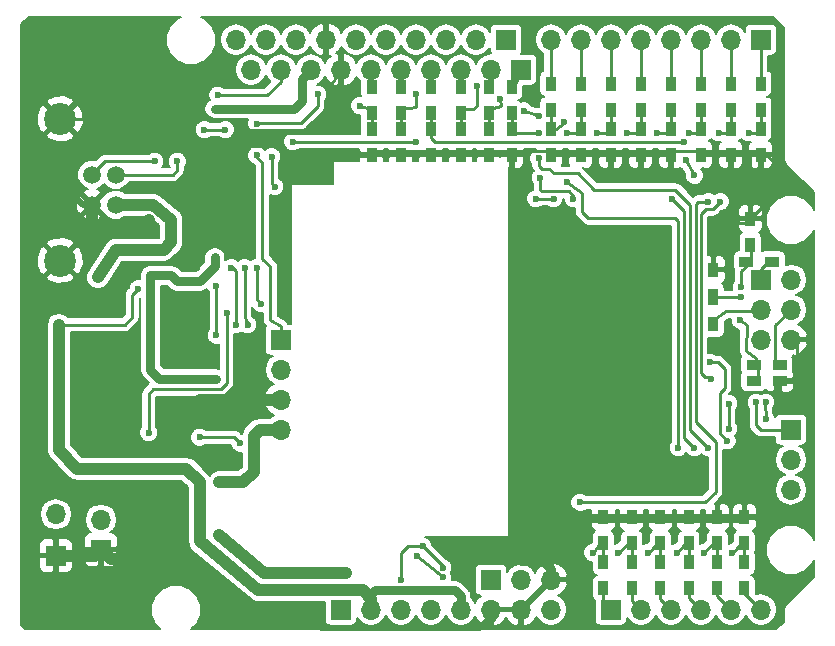
<source format=gbl>
G04 #@! TF.FileFunction,Copper,L2,Bot,Signal*
%FSLAX46Y46*%
G04 Gerber Fmt 4.6, Leading zero omitted, Abs format (unit mm)*
G04 Created by KiCad (PCBNEW 4.0.6) date 06/05/17 08:14:13*
%MOMM*%
%LPD*%
G01*
G04 APERTURE LIST*
%ADD10C,0.100000*%
%ADD11R,1.700000X1.700000*%
%ADD12O,1.700000X1.700000*%
%ADD13C,1.520000*%
%ADD14C,2.700000*%
%ADD15R,0.900000X1.200000*%
%ADD16R,1.200000X0.900000*%
%ADD17C,0.600000*%
%ADD18C,1.000000*%
%ADD19C,0.250000*%
%ADD20C,0.750000*%
%ADD21C,0.500000*%
%ADD22C,0.406400*%
%ADD23C,0.203200*%
G04 APERTURE END LIST*
D10*
D11*
X165100000Y-129540000D03*
D12*
X167640000Y-129540000D03*
X170180000Y-129540000D03*
X172720000Y-129540000D03*
X175260000Y-129540000D03*
X177800000Y-129540000D03*
D11*
X156210000Y-81280000D03*
D12*
X153670000Y-81280000D03*
X151130000Y-81280000D03*
X148590000Y-81280000D03*
X146050000Y-81280000D03*
X143510000Y-81280000D03*
X140970000Y-81280000D03*
X138430000Y-81280000D03*
X135890000Y-81280000D03*
X133350000Y-81280000D03*
D11*
X177800000Y-81280000D03*
D12*
X175260000Y-81280000D03*
X172720000Y-81280000D03*
X170180000Y-81280000D03*
X167640000Y-81280000D03*
X165100000Y-81280000D03*
X162560000Y-81280000D03*
X160020000Y-81280000D03*
D11*
X142240000Y-129540000D03*
D12*
X144780000Y-129540000D03*
X147320000Y-129540000D03*
X149860000Y-129540000D03*
X152400000Y-129540000D03*
X154940000Y-129540000D03*
X157480000Y-129540000D03*
X160020000Y-129540000D03*
D11*
X154940000Y-127000000D03*
D12*
X157480000Y-127000000D03*
X160020000Y-127000000D03*
D13*
X123190000Y-92710000D03*
X123190000Y-95250000D03*
X121190000Y-95250000D03*
X121190000Y-92710000D03*
D14*
X118490000Y-87980000D03*
X118490000Y-99980000D03*
D11*
X121920000Y-124460000D03*
D12*
X121920000Y-121920000D03*
D11*
X180340000Y-114300000D03*
D12*
X180340000Y-116840000D03*
X180340000Y-119380000D03*
D11*
X177800000Y-101600000D03*
D12*
X180340000Y-101600000D03*
X177800000Y-104140000D03*
X180340000Y-104140000D03*
X177800000Y-106680000D03*
X180340000Y-106680000D03*
D15*
X173786800Y-102954000D03*
X173786800Y-100754000D03*
X176911000Y-98636000D03*
X176911000Y-96436000D03*
D16*
X176573000Y-100076000D03*
X178773000Y-100076000D03*
D15*
X173786800Y-103192400D03*
X173786800Y-105392400D03*
X164465000Y-123909000D03*
X164465000Y-121709000D03*
X166878000Y-123909000D03*
X166878000Y-121709000D03*
X169291000Y-123909000D03*
X169291000Y-121709000D03*
X171704000Y-123909000D03*
X171704000Y-121709000D03*
X174117000Y-123909000D03*
X174117000Y-121709000D03*
X176403000Y-123909000D03*
X176403000Y-121709000D03*
X164465000Y-125519000D03*
X164465000Y-127719000D03*
X166878000Y-125519000D03*
X166878000Y-127719000D03*
X169291000Y-125519000D03*
X169291000Y-127719000D03*
X171704000Y-125519000D03*
X171704000Y-127719000D03*
X174117000Y-125519000D03*
X174117000Y-127719000D03*
X176403000Y-125519000D03*
X176403000Y-127719000D03*
X160020000Y-85006000D03*
X160020000Y-87206000D03*
X162560000Y-85006000D03*
X162560000Y-87206000D03*
X165100000Y-85006000D03*
X165100000Y-87206000D03*
X167640000Y-85006000D03*
X167640000Y-87206000D03*
X170180000Y-85006000D03*
X170180000Y-87206000D03*
X172720000Y-85006000D03*
X172720000Y-87206000D03*
X175260000Y-85006000D03*
X175260000Y-87206000D03*
X177800000Y-85006000D03*
X177800000Y-87206000D03*
X144843500Y-85323500D03*
X144843500Y-87523500D03*
X147320000Y-85323500D03*
X147320000Y-87523500D03*
X149860000Y-85323500D03*
X149860000Y-87523500D03*
X152400000Y-85323500D03*
X152400000Y-87523500D03*
X154749500Y-85323500D03*
X154749500Y-87523500D03*
X156718000Y-85323500D03*
X156718000Y-87523500D03*
X160020000Y-88816000D03*
X160020000Y-91016000D03*
X144843500Y-88816000D03*
X144843500Y-91016000D03*
X162560000Y-88816000D03*
X162560000Y-91016000D03*
X147320000Y-88816000D03*
X147320000Y-91016000D03*
X165100000Y-88816000D03*
X165100000Y-91016000D03*
X149860000Y-88816000D03*
X149860000Y-91016000D03*
X167640000Y-88816000D03*
X167640000Y-91016000D03*
X152400000Y-88816000D03*
X152400000Y-91016000D03*
X170180000Y-88816000D03*
X170180000Y-91016000D03*
X154749500Y-88816000D03*
X154749500Y-91016000D03*
X172720000Y-88816000D03*
X172720000Y-91016000D03*
X156718000Y-88816000D03*
X156718000Y-91016000D03*
X175260000Y-88816000D03*
X175260000Y-91016000D03*
X177800000Y-88816000D03*
X177800000Y-91016000D03*
D16*
X179382600Y-108788200D03*
X177182600Y-108788200D03*
X177182600Y-110159800D03*
X179382600Y-110159800D03*
D11*
X157480000Y-83820000D03*
D12*
X154940000Y-83820000D03*
X152400000Y-83820000D03*
X149860000Y-83820000D03*
X147320000Y-83820000D03*
X144780000Y-83820000D03*
X142240000Y-83820000D03*
X139700000Y-83820000D03*
X137160000Y-83820000D03*
X134620000Y-83820000D03*
D11*
X137160000Y-106680000D03*
D12*
X137160000Y-109220000D03*
X137160000Y-111760000D03*
X137160000Y-114300000D03*
D11*
X118110000Y-124968000D03*
D12*
X118110000Y-121468000D03*
D17*
X130302000Y-122428000D03*
X125095000Y-102362000D03*
X118364000Y-105410000D03*
X127889000Y-96520000D03*
X121666000Y-101409500D03*
X156908500Y-92583000D03*
X119951500Y-115506500D03*
X115824000Y-116840000D03*
X139446000Y-129984500D03*
X128651000Y-125285500D03*
X125984000Y-96520000D03*
X129794000Y-105029000D03*
X128651000Y-103886000D03*
X129794000Y-107188000D03*
X128143000Y-107315000D03*
X127635000Y-104902000D03*
X124206000Y-80772000D03*
X179324000Y-92075000D03*
X172085000Y-118491000D03*
X176403000Y-118110000D03*
X139700000Y-91059000D03*
X129413000Y-90170000D03*
X130048000Y-100584000D03*
X133604000Y-89154000D03*
X176047400Y-111404400D03*
X156845000Y-122682000D03*
X139674600Y-89128600D03*
X156972000Y-112903000D03*
X156972000Y-98171000D03*
X165481000Y-107442000D03*
X165481000Y-106172000D03*
X165481000Y-104648000D03*
X164084000Y-104648000D03*
X164084000Y-106045000D03*
X162814000Y-107442000D03*
X162814000Y-106172000D03*
X162814000Y-104648000D03*
X164084000Y-107442000D03*
X131953000Y-118745000D03*
X142684500Y-126428500D03*
X131953000Y-123253500D03*
X131572000Y-87122000D03*
X131572000Y-99695000D03*
X126111000Y-101219000D03*
X131699000Y-109982000D03*
X176047400Y-105029000D03*
X135128000Y-91059000D03*
X135128000Y-88392000D03*
X140271500Y-85915500D03*
X131826000Y-85979000D03*
X157734000Y-87312500D03*
X159004000Y-87757000D03*
X136652000Y-93726000D03*
X136398000Y-91186000D03*
X138176000Y-89916000D03*
X148590000Y-89916000D03*
X148590000Y-85852000D03*
X171450000Y-91503500D03*
X172148500Y-92773500D03*
X143827500Y-86868000D03*
X169037000Y-89154000D03*
X174244000Y-89154000D03*
X174942500Y-115252500D03*
X173482000Y-108585000D03*
X175082200Y-114223800D03*
X175082200Y-112090200D03*
X177393600Y-111988600D03*
X176149000Y-103073200D03*
X176123600Y-102235000D03*
X149161500Y-124142500D03*
X147320000Y-127000000D03*
X150876000Y-125984000D03*
X132461000Y-88900000D03*
X130683000Y-88900000D03*
X134112000Y-100584000D03*
X134366000Y-105410000D03*
X133731000Y-115443000D03*
X130302000Y-114935000D03*
X178206400Y-111963200D03*
X178206400Y-113411000D03*
X162483800Y-120459500D03*
X150876000Y-126809500D03*
X173355000Y-94996000D03*
X148717000Y-124968000D03*
X176784000Y-89154000D03*
X163957000Y-89154000D03*
X168275000Y-124714000D03*
X170688000Y-124714000D03*
X163576000Y-124714000D03*
X165735000Y-124714000D03*
X172974000Y-124714000D03*
X175387000Y-124714000D03*
X170815000Y-115824000D03*
X161163000Y-88265000D03*
X161417000Y-93345000D03*
X161417000Y-89154000D03*
X166497000Y-89154000D03*
X171704000Y-89154000D03*
X172148500Y-115824000D03*
X171323000Y-89916000D03*
X170307000Y-94742000D03*
X153733500Y-85217000D03*
X173609000Y-109982000D03*
X155752800Y-86309200D03*
X174371000Y-94996000D03*
X159004000Y-89154000D03*
X159004000Y-91313000D03*
X173355000Y-115824000D03*
X135509000Y-103632000D03*
X135128000Y-100584000D03*
X158750000Y-94742000D03*
X160274000Y-94742000D03*
X161925000Y-94742000D03*
X159131000Y-92964000D03*
X126492000Y-91567000D03*
X128397000Y-91567000D03*
X131699000Y-102108000D03*
X131699000Y-106299000D03*
X132588000Y-104394000D03*
X125984000Y-114554000D03*
X133350000Y-105410000D03*
X132969000Y-100584000D03*
D18*
X130302000Y-122428000D02*
X130302000Y-118745000D01*
X118364000Y-105410000D02*
X118364000Y-116014500D01*
X118364000Y-116014500D02*
X119888000Y-117602000D01*
X119888000Y-117602000D02*
X129159000Y-117602000D01*
X129159000Y-117602000D02*
X130302000Y-118745000D01*
X144780000Y-129540000D02*
X144780000Y-128638300D01*
X130302000Y-122999500D02*
X130302000Y-122428000D01*
X130302000Y-123761500D02*
X130302000Y-122999500D01*
X135255000Y-127889000D02*
X130302000Y-123761500D01*
X144081500Y-127889000D02*
X135255000Y-127889000D01*
X144780000Y-128638300D02*
X144081500Y-127889000D01*
D19*
X118364000Y-105410000D02*
X123952000Y-105410000D01*
X124587000Y-102870000D02*
X125095000Y-102362000D01*
X124587000Y-104775000D02*
X124587000Y-102870000D01*
X123952000Y-105410000D02*
X124587000Y-104775000D01*
D18*
X127889000Y-96520000D02*
X127889000Y-98425000D01*
X127889000Y-98425000D02*
X127254000Y-99060000D01*
X127254000Y-99060000D02*
X123190000Y-99060000D01*
X123190000Y-95250000D02*
X126365000Y-95250000D01*
X126365000Y-95250000D02*
X127889000Y-96520000D01*
D20*
X152400000Y-129540000D02*
X152400000Y-128422400D01*
X152400000Y-128422400D02*
X151892000Y-127914400D01*
X151892000Y-127914400D02*
X145110200Y-127914400D01*
X145110200Y-127914400D02*
X144780000Y-128244600D01*
X144780000Y-128244600D02*
X144780000Y-128625600D01*
X144780000Y-128625600D02*
X144780000Y-129540000D01*
D18*
X123190000Y-99060000D02*
X121666000Y-101409500D01*
D19*
X156718000Y-92392500D02*
X156718000Y-91016000D01*
X156908500Y-92583000D02*
X156718000Y-92392500D01*
D18*
X137160000Y-111760000D02*
X130302000Y-111760000D01*
X120396000Y-115951000D02*
X119951500Y-115506500D01*
X127698500Y-115951000D02*
X120396000Y-115951000D01*
X128524000Y-115125500D02*
X127698500Y-115951000D01*
X128524000Y-113284000D02*
X128524000Y-115125500D01*
X130302000Y-111760000D02*
X128524000Y-113284000D01*
X128651000Y-125285500D02*
X122745500Y-125285500D01*
X122745500Y-125285500D02*
X121920000Y-124460000D01*
X118110000Y-124968000D02*
X121412000Y-124968000D01*
X121412000Y-124968000D02*
X121920000Y-124460000D01*
D21*
X134873939Y-129989310D02*
X132524500Y-127889000D01*
X140525500Y-131064000D02*
X139446000Y-129984500D01*
X154051000Y-131064000D02*
X140525500Y-131064000D01*
X154940000Y-130175000D02*
X154051000Y-131064000D01*
X139446000Y-129984500D02*
X134873939Y-129989310D01*
X129921000Y-125285500D02*
X128651000Y-125285500D01*
X132524500Y-127889000D02*
X129921000Y-125285500D01*
D18*
X125984000Y-96520000D02*
X125095000Y-97409000D01*
X125095000Y-97409000D02*
X121666000Y-97409000D01*
X121666000Y-97409000D02*
X121190000Y-96933000D01*
X121190000Y-96933000D02*
X121190000Y-95250000D01*
D19*
X129794000Y-107188000D02*
X129794000Y-105029000D01*
X129794000Y-105029000D02*
X129794000Y-107188000D01*
X128143000Y-107315000D02*
X127635000Y-106807000D01*
X127635000Y-106807000D02*
X127635000Y-104902000D01*
X118490000Y-87980000D02*
X120681000Y-87980000D01*
X120681000Y-87980000D02*
X121412000Y-87249000D01*
X121412000Y-87249000D02*
X121412000Y-83566000D01*
X121412000Y-83566000D02*
X124206000Y-80772000D01*
X179324000Y-92075000D02*
X179324000Y-94023000D01*
X179324000Y-94023000D02*
X176911000Y-96436000D01*
X177800000Y-91016000D02*
X178265000Y-91016000D01*
X178265000Y-91016000D02*
X179324000Y-92075000D01*
X172085000Y-118491000D02*
X171831000Y-118237000D01*
X171831000Y-118237000D02*
X157734000Y-118237000D01*
X157734000Y-118237000D02*
X156845000Y-119126000D01*
X156845000Y-119126000D02*
X156845000Y-122682000D01*
X176047400Y-111404400D02*
X176047400Y-117754400D01*
X176047400Y-117754400D02*
X176403000Y-118110000D01*
X176403000Y-121709000D02*
X176403000Y-118110000D01*
D18*
X154940000Y-129540000D02*
X154940000Y-130175000D01*
D21*
X139700000Y-91059000D02*
X137795000Y-91059000D01*
X137795000Y-91059000D02*
X136906000Y-90170000D01*
X136906000Y-90170000D02*
X129413000Y-90170000D01*
X139700000Y-91059000D02*
X139743000Y-91016000D01*
X139743000Y-91016000D02*
X144843500Y-91016000D01*
X120396000Y-90170000D02*
X129413000Y-90170000D01*
X130048000Y-100584000D02*
X130048000Y-100457000D01*
X129413000Y-99822000D02*
X129413000Y-90170000D01*
X130048000Y-100457000D02*
X129413000Y-99822000D01*
X139674600Y-89128600D02*
X133629400Y-89128600D01*
X133629400Y-89128600D02*
X133604000Y-89154000D01*
D19*
X179382600Y-110159800D02*
X180289200Y-110159800D01*
X180848000Y-109601000D02*
X180848000Y-107188000D01*
X180289200Y-110159800D02*
X180848000Y-109601000D01*
X180848000Y-107188000D02*
X180340000Y-106680000D01*
X178790600Y-111150400D02*
X176301400Y-111150400D01*
X178790600Y-111150400D02*
X179032600Y-110908400D01*
X179032600Y-110159800D02*
X179032600Y-110908400D01*
X176301400Y-111150400D02*
X176047400Y-111404400D01*
X176047400Y-121703400D02*
X176403000Y-122059000D01*
X179032600Y-110159800D02*
X179806600Y-110159800D01*
X176047400Y-111404400D02*
X176072800Y-111379000D01*
X173786800Y-101104000D02*
X173786800Y-98171000D01*
X175196500Y-96774000D02*
X176911000Y-96786000D01*
X173786800Y-98171000D02*
X175196500Y-96774000D01*
X176911000Y-96786000D02*
X176911000Y-90666000D01*
X176911000Y-90666000D02*
X176911000Y-90703400D01*
X176911000Y-90703400D02*
X176911000Y-90666000D01*
D20*
X156845000Y-122682000D02*
X156895800Y-122732800D01*
X156895800Y-122732800D02*
X156908500Y-124714000D01*
D19*
X164465000Y-122059000D02*
X162560000Y-122047000D01*
X161925000Y-122682000D02*
X156845000Y-122682000D01*
X162560000Y-122047000D02*
X161925000Y-122682000D01*
D20*
X160020000Y-126085600D02*
X160020000Y-127000000D01*
X156908500Y-124714000D02*
X157480000Y-125425200D01*
X157480000Y-125425200D02*
X159359600Y-125425200D01*
X159359600Y-125425200D02*
X160020000Y-126085600D01*
D19*
X154940000Y-129540000D02*
X154940000Y-129628900D01*
D21*
X160020000Y-127000000D02*
X157480000Y-129540000D01*
D19*
X141141623Y-88264830D02*
X139674600Y-89128600D01*
X141167023Y-85445430D02*
X141141623Y-88264830D01*
X142240000Y-83820000D02*
X141167023Y-85445430D01*
X142265400Y-83845400D02*
X142240000Y-83820000D01*
X156972000Y-112903000D02*
X157099000Y-112776000D01*
X157099000Y-112776000D02*
X163195000Y-112776000D01*
X163195000Y-112776000D02*
X164084000Y-111887000D01*
X164084000Y-111887000D02*
X164084000Y-107442000D01*
X164084000Y-99060000D02*
X164084000Y-104648000D01*
X163068000Y-98044000D02*
X164084000Y-99060000D01*
X157099000Y-98044000D02*
X163068000Y-98044000D01*
X156972000Y-98171000D02*
X157099000Y-98044000D01*
X166878000Y-122059000D02*
X164465000Y-122059000D01*
X169291000Y-122059000D02*
X166878000Y-122059000D01*
X171704000Y-122059000D02*
X169291000Y-122059000D01*
X174117000Y-122059000D02*
X171704000Y-122059000D01*
X176403000Y-122059000D02*
X174117000Y-122059000D01*
X156718000Y-90666000D02*
X160020000Y-90666000D01*
X152400000Y-90666000D02*
X154749500Y-90666000D01*
X162560000Y-90666000D02*
X160020000Y-90666000D01*
X165100000Y-90666000D02*
X162560000Y-90666000D01*
X167640000Y-90666000D02*
X165100000Y-90666000D01*
X170180000Y-90666000D02*
X167640000Y-90666000D01*
X172720000Y-90666000D02*
X170180000Y-90666000D01*
X175260000Y-90666000D02*
X172720000Y-90666000D01*
X177800000Y-90666000D02*
X176911000Y-90666000D01*
X176911000Y-90666000D02*
X175260000Y-90666000D01*
X152400000Y-90666000D02*
X149860000Y-90666000D01*
X149860000Y-90666000D02*
X147320000Y-90666000D01*
X147320000Y-90666000D02*
X144843500Y-90666000D01*
X154749500Y-90666000D02*
X156718000Y-90666000D01*
X164084000Y-107442000D02*
X164076000Y-106053000D01*
X164076000Y-106053000D02*
X164084000Y-106045000D01*
X165481000Y-106172000D02*
X164211000Y-106172000D01*
X164211000Y-106172000D02*
X164084000Y-106045000D01*
X165481000Y-107442000D02*
X164084000Y-107442000D01*
X165481000Y-106172000D02*
X165481000Y-107442000D01*
X165481000Y-104648000D02*
X165481000Y-106172000D01*
X164084000Y-104648000D02*
X165481000Y-104648000D01*
X164084000Y-104648000D02*
X164076000Y-106037000D01*
X164076000Y-106037000D02*
X164084000Y-106045000D01*
X162814000Y-106172000D02*
X163957000Y-106172000D01*
X163957000Y-106172000D02*
X164084000Y-106045000D01*
X162814000Y-104648000D02*
X164084000Y-104648000D01*
X164084000Y-106045000D02*
X164076000Y-106045000D01*
X162814000Y-107442000D02*
X164084000Y-107442000D01*
X162814000Y-106172000D02*
X162814000Y-107442000D01*
X162814000Y-104648000D02*
X162814000Y-106172000D01*
D21*
X120396000Y-95250000D02*
X121190000Y-95250000D01*
X119634000Y-94488000D02*
X120396000Y-95250000D01*
X119634000Y-90932000D02*
X119634000Y-94488000D01*
X120396000Y-90170000D02*
X119634000Y-90932000D01*
D18*
X137160000Y-114300000D02*
X135382000Y-114300000D01*
X133985000Y-118745000D02*
X131953000Y-118745000D01*
X134874000Y-117856000D02*
X133985000Y-118745000D01*
X134874000Y-114808000D02*
X134874000Y-117856000D01*
X135382000Y-114300000D02*
X134874000Y-114808000D01*
X135699500Y-126428500D02*
X142684500Y-126428500D01*
X131953000Y-123253500D02*
X135699500Y-126428500D01*
D20*
X131572000Y-99695000D02*
X131572000Y-100457000D01*
X131572000Y-100457000D02*
X130302000Y-101727000D01*
X131572000Y-87122000D02*
X138303000Y-87122000D01*
X138303000Y-87122000D02*
X138938000Y-86487000D01*
X138938000Y-86487000D02*
X138938000Y-84582000D01*
X138938000Y-84582000D02*
X139700000Y-83820000D01*
X126111000Y-101219000D02*
X127889000Y-101219000D01*
X128397000Y-101727000D02*
X130302000Y-101727000D01*
X127889000Y-101219000D02*
X128397000Y-101727000D01*
X131699000Y-109982000D02*
X126873000Y-109982000D01*
X126873000Y-109982000D02*
X126111000Y-109220000D01*
X126111000Y-109220000D02*
X126111000Y-101219000D01*
D19*
X177368200Y-108229400D02*
X177532600Y-108788200D01*
X176580800Y-107645200D02*
X177368200Y-108229400D01*
X176606200Y-105460800D02*
X176580800Y-107645200D01*
X176047400Y-105029000D02*
X176606200Y-105460800D01*
X177532600Y-110159800D02*
X177532600Y-108788200D01*
X135128000Y-91059000D02*
X135128000Y-91249500D01*
X137160000Y-105537000D02*
X136271000Y-105029000D01*
X135128000Y-88392000D02*
X135191500Y-88328500D01*
X135191500Y-88328500D02*
X138874500Y-88328500D01*
X138874500Y-88328500D02*
X140271500Y-86931500D01*
X140271500Y-86931500D02*
X140271500Y-85915500D01*
X137160000Y-105537000D02*
X137160000Y-106680000D01*
X136271000Y-100457000D02*
X136271000Y-105029000D01*
X135572500Y-99822000D02*
X136271000Y-100457000D01*
X135572500Y-91694000D02*
X135572500Y-99822000D01*
X135128000Y-91249500D02*
X135572500Y-91694000D01*
X137160000Y-83820000D02*
X137160000Y-84836000D01*
X137160000Y-84836000D02*
X136017000Y-85979000D01*
X136017000Y-85979000D02*
X131826000Y-85979000D01*
X157734000Y-87312500D02*
X158305500Y-87503000D01*
X158305500Y-87503000D02*
X159004000Y-87757000D01*
X137160000Y-83820000D02*
X137160000Y-83794600D01*
X136398000Y-93472000D02*
X136652000Y-93726000D01*
X136398000Y-91186000D02*
X136398000Y-93472000D01*
X148590000Y-89916000D02*
X138176000Y-89916000D01*
X148590000Y-85852000D02*
X148590000Y-86995000D01*
X148590000Y-86995000D02*
X147320000Y-87173500D01*
X148578000Y-85864000D02*
X148590000Y-85852000D01*
X147320000Y-87173500D02*
X147320000Y-89166000D01*
X171450000Y-91503500D02*
X172148500Y-92773500D01*
X144843500Y-87173500D02*
X143815500Y-86856000D01*
X143815500Y-86856000D02*
X143827500Y-86868000D01*
X144843500Y-87173500D02*
X144843500Y-89166000D01*
X170180000Y-89166000D02*
X169049000Y-89166000D01*
X169049000Y-89166000D02*
X169037000Y-89154000D01*
X170180000Y-86856000D02*
X170180000Y-89166000D01*
X174256000Y-89166000D02*
X174244000Y-89154000D01*
X175260000Y-89166000D02*
X174256000Y-89166000D01*
X175260000Y-86856000D02*
X175260000Y-89166000D01*
X174752000Y-110744000D02*
X174307500Y-111188500D01*
X173482000Y-108585000D02*
X174180500Y-108585000D01*
X174180500Y-108585000D02*
X174752000Y-109156500D01*
X174752000Y-109156500D02*
X174752000Y-110744000D01*
X174307500Y-111188500D02*
X174307500Y-114617500D01*
X174307500Y-114617500D02*
X174942500Y-115252500D01*
X175082200Y-112090200D02*
X175082200Y-114223800D01*
X177774600Y-114300000D02*
X180340000Y-114300000D01*
X177419000Y-113944400D02*
X177774600Y-114300000D01*
X177419000Y-112014000D02*
X177419000Y-113944400D01*
X177393600Y-111988600D02*
X177419000Y-112014000D01*
X176149000Y-103073200D02*
X173906000Y-103073200D01*
X173906000Y-103073200D02*
X173786800Y-102954000D01*
X173786800Y-103542400D02*
X173786800Y-102604000D01*
X176135600Y-103059800D02*
X176149000Y-103073200D01*
X176149000Y-100850000D02*
X176923000Y-100076000D01*
X176149000Y-102209600D02*
X176149000Y-100850000D01*
X176123600Y-102235000D02*
X176149000Y-102209600D01*
X176923000Y-100076000D02*
X176923000Y-98298000D01*
X176923000Y-98298000D02*
X176911000Y-98286000D01*
X149161500Y-124142500D02*
X147955000Y-124142500D01*
X147320000Y-124777500D02*
X147320000Y-127000000D01*
X147955000Y-124142500D02*
X147320000Y-124777500D01*
X150876000Y-125984000D02*
X150876000Y-125857000D01*
X150876000Y-125857000D02*
X149161500Y-124142500D01*
X132461000Y-88900000D02*
X130683000Y-88900000D01*
X134366000Y-105410000D02*
X134112000Y-104775000D01*
X134112000Y-104775000D02*
X134112000Y-100584000D01*
X133731000Y-115443000D02*
X133223000Y-114935000D01*
X133223000Y-114935000D02*
X130302000Y-114935000D01*
X178206400Y-111963200D02*
X178181000Y-111988600D01*
X178181000Y-111988600D02*
X178206400Y-113411000D01*
X173990000Y-119570500D02*
X173990000Y-115366800D01*
X162483800Y-120459500D02*
X173101000Y-120459500D01*
X173101000Y-120459500D02*
X173990000Y-119570500D01*
X172516800Y-94996000D02*
X172281002Y-95231798D01*
X172281002Y-95231798D02*
X172281002Y-113657802D01*
X172281002Y-113657802D02*
X173990000Y-115366800D01*
X173355000Y-94996000D02*
X172516800Y-94996000D01*
X149987000Y-126047500D02*
X150876000Y-126809500D01*
X148717000Y-124968000D02*
X149987000Y-126047500D01*
X176796000Y-89166000D02*
X176784000Y-89154000D01*
X176796000Y-89166000D02*
X177800000Y-89166000D01*
X177800000Y-86856000D02*
X177800000Y-89166000D01*
X165100000Y-89166000D02*
X163969000Y-89166000D01*
X163969000Y-89166000D02*
X163957000Y-89154000D01*
X165100000Y-86856000D02*
X165100000Y-89166000D01*
X168287000Y-124702000D02*
X169291000Y-123559000D01*
X168287000Y-124702000D02*
X168275000Y-124714000D01*
X169291000Y-123559000D02*
X169291000Y-125869000D01*
X171692000Y-123571000D02*
X170688000Y-124714000D01*
X171692000Y-123571000D02*
X171704000Y-123559000D01*
X171704000Y-123559000D02*
X171704000Y-125869000D01*
X163588000Y-124702000D02*
X163576000Y-124714000D01*
X164465000Y-123559000D02*
X163588000Y-124702000D01*
X164465000Y-123559000D02*
X164465000Y-125869000D01*
X165747000Y-124702000D02*
X165735000Y-124714000D01*
X166878000Y-123559000D02*
X165747000Y-124702000D01*
X166878000Y-123559000D02*
X166878000Y-125869000D01*
X174117000Y-123559000D02*
X172974000Y-124714000D01*
X172974000Y-124714000D02*
X172962000Y-124726000D01*
X174117000Y-123559000D02*
X174117000Y-125869000D01*
X175399000Y-124702000D02*
X176403000Y-123559000D01*
X175399000Y-124702000D02*
X175387000Y-124714000D01*
X176403000Y-123559000D02*
X176403000Y-125869000D01*
X170815000Y-115824000D02*
X170815000Y-96647000D01*
X160020000Y-89166000D02*
X161175000Y-88277000D01*
X161175000Y-88277000D02*
X161163000Y-88265000D01*
X162687000Y-94234000D02*
X161417000Y-93345000D01*
X162687000Y-95885000D02*
X162687000Y-94234000D01*
X163195000Y-96393000D02*
X162687000Y-95885000D01*
X170561000Y-96393000D02*
X163195000Y-96393000D01*
X170815000Y-96647000D02*
X170561000Y-96393000D01*
X160020000Y-86856000D02*
X160020000Y-89166000D01*
X162560000Y-89166000D02*
X161429000Y-89166000D01*
X161429000Y-89166000D02*
X161417000Y-89154000D01*
X162560000Y-86856000D02*
X162560000Y-89166000D01*
X167640000Y-89166000D02*
X166509000Y-89166000D01*
X166509000Y-89166000D02*
X166497000Y-89154000D01*
X167640000Y-86856000D02*
X167640000Y-89166000D01*
X171716000Y-89166000D02*
X171704000Y-89154000D01*
X172720000Y-89166000D02*
X171716000Y-89166000D01*
X172720000Y-86856000D02*
X172720000Y-89166000D01*
X150241000Y-89916000D02*
X171323000Y-89916000D01*
X149860000Y-89598500D02*
X150241000Y-89916000D01*
X171323000Y-114998500D02*
X172148500Y-115824000D01*
X171323000Y-95758000D02*
X171323000Y-114998500D01*
X170307000Y-94742000D02*
X171323000Y-95758000D01*
X149860000Y-89166000D02*
X149860000Y-89598500D01*
X149860000Y-87173500D02*
X149860000Y-89166000D01*
X152400000Y-87173500D02*
X153416000Y-87185500D01*
X153733500Y-86931500D02*
X153733500Y-85217000D01*
X153416000Y-87185500D02*
X153733500Y-86931500D01*
X152400000Y-87173500D02*
X152400000Y-89166000D01*
X173609000Y-109982000D02*
X173532800Y-109905800D01*
X173532800Y-109905800D02*
X173086604Y-109855000D01*
X173086604Y-109855000D02*
X172731004Y-109499400D01*
X172731004Y-109499400D02*
X172731004Y-96051796D01*
X172731004Y-96051796D02*
X173126400Y-95656400D01*
X173126400Y-95656400D02*
X173710600Y-95656400D01*
X173710600Y-95656400D02*
X174371000Y-94996000D01*
X155752800Y-86309200D02*
X155765500Y-86868000D01*
X155765500Y-86868000D02*
X154749500Y-87173500D01*
X155752800Y-86309200D02*
X155740800Y-86321200D01*
X154749500Y-87173500D02*
X154749500Y-89166000D01*
X159004000Y-91313000D02*
X159004000Y-91948000D01*
X158992000Y-89166000D02*
X159004000Y-89154000D01*
X160274000Y-92583000D02*
X162306000Y-92583000D01*
X162306000Y-92583000D02*
X163703000Y-93980000D01*
X163703000Y-93980000D02*
X170561000Y-93980000D01*
X170561000Y-93980000D02*
X171831000Y-95250000D01*
X171831000Y-95250000D02*
X171831000Y-114300000D01*
X173355000Y-115824000D02*
X171831000Y-114300000D01*
X158992000Y-89166000D02*
X156718000Y-89166000D01*
X159893000Y-92202000D02*
X160274000Y-92583000D01*
X159258000Y-92202000D02*
X159893000Y-92202000D01*
X159004000Y-91948000D02*
X159258000Y-92202000D01*
X156718000Y-87173500D02*
X156718000Y-89166000D01*
X164465000Y-127369000D02*
X164465000Y-128905000D01*
X164465000Y-128905000D02*
X165100000Y-129540000D01*
X166878000Y-127369000D02*
X166878000Y-128778000D01*
X166878000Y-128778000D02*
X167640000Y-129540000D01*
X169291000Y-127369000D02*
X169291000Y-128651000D01*
X169291000Y-128651000D02*
X170180000Y-129540000D01*
X171704000Y-127369000D02*
X171704000Y-128524000D01*
X171704000Y-128524000D02*
X172720000Y-129540000D01*
X174117000Y-127369000D02*
X174117000Y-128397000D01*
X174117000Y-128397000D02*
X175260000Y-129540000D01*
X174244000Y-127496000D02*
X174117000Y-127369000D01*
X176403000Y-127369000D02*
X176403000Y-128143000D01*
X176403000Y-128143000D02*
X177800000Y-129540000D01*
X157480000Y-83820000D02*
X156718000Y-85673500D01*
X154940000Y-83820000D02*
X154749500Y-85673500D01*
D22*
X153543000Y-81394300D02*
X153543000Y-81140300D01*
D19*
X152400000Y-83820000D02*
X152400000Y-85673500D01*
X149860000Y-83820000D02*
X149860000Y-85673500D01*
X147320000Y-83820000D02*
X147320000Y-85673500D01*
X144780000Y-83820000D02*
X144843500Y-85673500D01*
X144843500Y-85673500D02*
X144843500Y-85534500D01*
X177800000Y-85356000D02*
X177800000Y-81280000D01*
X175260000Y-85356000D02*
X175260000Y-81280000D01*
X172720000Y-85356000D02*
X172720000Y-81280000D01*
X170180000Y-85356000D02*
X170180000Y-81280000D01*
X167640000Y-85356000D02*
X167640000Y-81280000D01*
X165100000Y-85356000D02*
X165100000Y-81280000D01*
X162560000Y-85356000D02*
X162560000Y-81280000D01*
X160020000Y-85356000D02*
X160020000Y-81280000D01*
X135128000Y-100584000D02*
X135128000Y-103251000D01*
X135128000Y-103251000D02*
X135509000Y-103632000D01*
X160274000Y-94742000D02*
X158750000Y-94742000D01*
X161925000Y-94742000D02*
X161925000Y-94488000D01*
X159131000Y-93980000D02*
X159131000Y-92964000D01*
X159258000Y-94107000D02*
X159131000Y-93980000D01*
X161544000Y-94107000D02*
X159258000Y-94107000D01*
X161925000Y-94488000D02*
X161544000Y-94107000D01*
X122301000Y-91567000D02*
X126492000Y-91567000D01*
X121190000Y-92678000D02*
X122301000Y-91567000D01*
X121190000Y-92710000D02*
X121190000Y-92678000D01*
X121190000Y-92710000D02*
X121190000Y-92678000D01*
X128016000Y-92710000D02*
X128397000Y-92329000D01*
X128397000Y-92329000D02*
X128397000Y-91567000D01*
X123190000Y-92710000D02*
X128016000Y-92710000D01*
X177800000Y-101600000D02*
X177800000Y-100699000D01*
X177800000Y-100699000D02*
X178423000Y-100076000D01*
X177800000Y-104140000D02*
X177800000Y-104165400D01*
X177800000Y-104165400D02*
X176758600Y-104267000D01*
X176758600Y-104267000D02*
X174853600Y-104267000D01*
X174853600Y-104267000D02*
X173786800Y-105042400D01*
X179032600Y-108788200D02*
X179032600Y-105447400D01*
X179032600Y-105447400D02*
X180340000Y-104140000D01*
X131699000Y-102108000D02*
X131699000Y-106299000D01*
X132588000Y-104394000D02*
X132588000Y-110363000D01*
X132588000Y-110363000D02*
X132080000Y-110871000D01*
X132080000Y-110871000D02*
X126365000Y-110871000D01*
X126365000Y-110871000D02*
X125984000Y-111252000D01*
X125984000Y-111252000D02*
X125984000Y-114554000D01*
X133350000Y-105410000D02*
X133350000Y-100838000D01*
X133350000Y-100838000D02*
X133096000Y-100584000D01*
X133096000Y-100584000D02*
X132969000Y-100584000D01*
D23*
G36*
X128347474Y-79491883D02*
X127753967Y-80084355D01*
X127432367Y-80858853D01*
X127431635Y-81697468D01*
X127751883Y-82472526D01*
X128344355Y-83066033D01*
X129118853Y-83387633D01*
X129957468Y-83388365D01*
X130732526Y-83068117D01*
X131326033Y-82475645D01*
X131647633Y-81701147D01*
X131648023Y-81253395D01*
X131992000Y-81253395D01*
X131992000Y-81306605D01*
X132095372Y-81826289D01*
X132389749Y-82266856D01*
X132830316Y-82561233D01*
X133350000Y-82664605D01*
X133869684Y-82561233D01*
X134310251Y-82266856D01*
X134604628Y-81826289D01*
X134620000Y-81749009D01*
X134635372Y-81826289D01*
X134929749Y-82266856D01*
X135370316Y-82561233D01*
X135890000Y-82664605D01*
X136409684Y-82561233D01*
X136850251Y-82266856D01*
X137144628Y-81826289D01*
X137160000Y-81749009D01*
X137175372Y-81826289D01*
X137469749Y-82266856D01*
X137910316Y-82561233D01*
X138430000Y-82664605D01*
X138949684Y-82561233D01*
X139390251Y-82266856D01*
X139660811Y-81861934D01*
X139811908Y-82168419D01*
X140240046Y-82543975D01*
X140592393Y-82689910D01*
X140817600Y-82578286D01*
X140817600Y-81432400D01*
X140797600Y-81432400D01*
X140797600Y-81127600D01*
X140817600Y-81127600D01*
X140817600Y-79981714D01*
X140592393Y-79870090D01*
X140240046Y-80016025D01*
X139811908Y-80391581D01*
X139660811Y-80698066D01*
X139390251Y-80293144D01*
X138949684Y-79998767D01*
X138430000Y-79895395D01*
X137910316Y-79998767D01*
X137469749Y-80293144D01*
X137175372Y-80733711D01*
X137160000Y-80810991D01*
X137144628Y-80733711D01*
X136850251Y-80293144D01*
X136409684Y-79998767D01*
X135890000Y-79895395D01*
X135370316Y-79998767D01*
X134929749Y-80293144D01*
X134635372Y-80733711D01*
X134620000Y-80810991D01*
X134604628Y-80733711D01*
X134310251Y-80293144D01*
X133869684Y-79998767D01*
X133350000Y-79895395D01*
X132830316Y-79998767D01*
X132389749Y-80293144D01*
X132095372Y-80733711D01*
X131992000Y-81253395D01*
X131648023Y-81253395D01*
X131648365Y-80862532D01*
X131328117Y-80087474D01*
X130735645Y-79493967D01*
X130357386Y-79336900D01*
X178842414Y-79336900D01*
X179757000Y-80251486D01*
X179757000Y-91440000D01*
X179801378Y-91663105D01*
X179927757Y-91852243D01*
X182267860Y-94192347D01*
X182267860Y-95665677D01*
X182128117Y-95327474D01*
X181535645Y-94733967D01*
X180761147Y-94412367D01*
X179922532Y-94411635D01*
X179147474Y-94731883D01*
X178553967Y-95324355D01*
X178232367Y-96098853D01*
X178231635Y-96937468D01*
X178551883Y-97712526D01*
X179144355Y-98306033D01*
X179918853Y-98627633D01*
X180757468Y-98628365D01*
X181532526Y-98308117D01*
X182126033Y-97715645D01*
X182267860Y-97374088D01*
X182267860Y-123605677D01*
X182128117Y-123267474D01*
X181535645Y-122673967D01*
X180761147Y-122352367D01*
X179922532Y-122351635D01*
X179147474Y-122671883D01*
X178553967Y-123264355D01*
X178232367Y-124038853D01*
X178231635Y-124877468D01*
X178551883Y-125652526D01*
X179144355Y-126246033D01*
X179918853Y-126567633D01*
X180757468Y-126568365D01*
X181532526Y-126248117D01*
X182126033Y-125655645D01*
X182267860Y-125314088D01*
X182267860Y-126787653D01*
X179927757Y-129127757D01*
X179801378Y-129316895D01*
X179776615Y-129441386D01*
X179757000Y-129540000D01*
X179757000Y-130568514D01*
X179121814Y-131203700D01*
X129587160Y-131203700D01*
X130056033Y-130735645D01*
X130377633Y-129961147D01*
X130378365Y-129122532D01*
X130058117Y-128347474D01*
X129465645Y-127753967D01*
X128691147Y-127432367D01*
X127852532Y-127431635D01*
X127077474Y-127751883D01*
X126483967Y-128344355D01*
X126162367Y-129118853D01*
X126161635Y-129957468D01*
X126481883Y-130732526D01*
X126952235Y-131203700D01*
X115518186Y-131203700D01*
X115163600Y-130849114D01*
X115163600Y-125272800D01*
X116650400Y-125272800D01*
X116650400Y-125939257D01*
X116743206Y-126163311D01*
X116914689Y-126334794D01*
X117138743Y-126427600D01*
X117805200Y-126427600D01*
X117957600Y-126275200D01*
X117957600Y-125120400D01*
X118262400Y-125120400D01*
X118262400Y-126275200D01*
X118414800Y-126427600D01*
X119081257Y-126427600D01*
X119305311Y-126334794D01*
X119476794Y-126163311D01*
X119569600Y-125939257D01*
X119569600Y-125272800D01*
X119417200Y-125120400D01*
X118262400Y-125120400D01*
X117957600Y-125120400D01*
X116802800Y-125120400D01*
X116650400Y-125272800D01*
X115163600Y-125272800D01*
X115163600Y-123996743D01*
X116650400Y-123996743D01*
X116650400Y-124663200D01*
X116802800Y-124815600D01*
X117957600Y-124815600D01*
X117957600Y-123660800D01*
X118262400Y-123660800D01*
X118262400Y-124815600D01*
X119417200Y-124815600D01*
X119468000Y-124764800D01*
X120460400Y-124764800D01*
X120460400Y-125431257D01*
X120553206Y-125655311D01*
X120724689Y-125826794D01*
X120948743Y-125919600D01*
X121615200Y-125919600D01*
X121767600Y-125767200D01*
X121767600Y-124612400D01*
X122072400Y-124612400D01*
X122072400Y-125767200D01*
X122224800Y-125919600D01*
X122891257Y-125919600D01*
X123115311Y-125826794D01*
X123286794Y-125655311D01*
X123379600Y-125431257D01*
X123379600Y-124764800D01*
X123227200Y-124612400D01*
X122072400Y-124612400D01*
X121767600Y-124612400D01*
X120612800Y-124612400D01*
X120460400Y-124764800D01*
X119468000Y-124764800D01*
X119569600Y-124663200D01*
X119569600Y-123996743D01*
X119476794Y-123772689D01*
X119305311Y-123601206D01*
X119081257Y-123508400D01*
X118414800Y-123508400D01*
X118262400Y-123660800D01*
X117957600Y-123660800D01*
X117805200Y-123508400D01*
X117138743Y-123508400D01*
X116914689Y-123601206D01*
X116743206Y-123772689D01*
X116650400Y-123996743D01*
X115163600Y-123996743D01*
X115163600Y-123488743D01*
X120460400Y-123488743D01*
X120460400Y-124155200D01*
X120612800Y-124307600D01*
X121767600Y-124307600D01*
X121767600Y-124287600D01*
X122072400Y-124287600D01*
X122072400Y-124307600D01*
X123227200Y-124307600D01*
X123379600Y-124155200D01*
X123379600Y-123488743D01*
X123286794Y-123264689D01*
X123115311Y-123093206D01*
X122891257Y-123000400D01*
X122727040Y-123000400D01*
X122906856Y-122880251D01*
X123201233Y-122439684D01*
X123304605Y-121920000D01*
X123201233Y-121400316D01*
X122906856Y-120959749D01*
X122466289Y-120665372D01*
X121946605Y-120562000D01*
X121893395Y-120562000D01*
X121373711Y-120665372D01*
X120933144Y-120959749D01*
X120638767Y-121400316D01*
X120535395Y-121920000D01*
X120638767Y-122439684D01*
X120933144Y-122880251D01*
X121112960Y-123000400D01*
X120948743Y-123000400D01*
X120724689Y-123093206D01*
X120553206Y-123264689D01*
X120460400Y-123488743D01*
X115163600Y-123488743D01*
X115163600Y-121468000D01*
X116725395Y-121468000D01*
X116828767Y-121987684D01*
X117123144Y-122428251D01*
X117563711Y-122722628D01*
X118083395Y-122826000D01*
X118136605Y-122826000D01*
X118656289Y-122722628D01*
X119096856Y-122428251D01*
X119391233Y-121987684D01*
X119494605Y-121468000D01*
X119391233Y-120948316D01*
X119096856Y-120507749D01*
X118656289Y-120213372D01*
X118136605Y-120110000D01*
X118083395Y-120110000D01*
X117563711Y-120213372D01*
X117123144Y-120507749D01*
X116828767Y-120948316D01*
X116725395Y-121468000D01*
X115163600Y-121468000D01*
X115163600Y-105410000D01*
X117356000Y-105410000D01*
X117356000Y-116014500D01*
X117392392Y-116197455D01*
X117425052Y-116381163D01*
X117430687Y-116389981D01*
X117432729Y-116400245D01*
X117536390Y-116555385D01*
X117636842Y-116712572D01*
X119160842Y-118300072D01*
X119169421Y-118306061D01*
X119175236Y-118314764D01*
X119330385Y-118418431D01*
X119483334Y-118525206D01*
X119493553Y-118527456D01*
X119502255Y-118533271D01*
X119685226Y-118569666D01*
X119867433Y-118609791D01*
X119877738Y-118607959D01*
X119888000Y-118610000D01*
X128741472Y-118610000D01*
X129294000Y-119162528D01*
X129294000Y-123761500D01*
X129303013Y-123806813D01*
X129298139Y-123852760D01*
X129341114Y-123998360D01*
X129370729Y-124147245D01*
X129396398Y-124185661D01*
X129409477Y-124229974D01*
X129504896Y-124348041D01*
X129589236Y-124474264D01*
X129627653Y-124499934D01*
X129656694Y-124535867D01*
X134609694Y-128663367D01*
X134743031Y-128735931D01*
X134869255Y-128820271D01*
X134914570Y-128829285D01*
X134955152Y-128851370D01*
X135106114Y-128867385D01*
X135255000Y-128897000D01*
X140872048Y-128897000D01*
X140872048Y-130390000D01*
X140907470Y-130578253D01*
X141018728Y-130751153D01*
X141188488Y-130867145D01*
X141390000Y-130907952D01*
X143090000Y-130907952D01*
X143278253Y-130872530D01*
X143451153Y-130761272D01*
X143567145Y-130591512D01*
X143607952Y-130390000D01*
X143607952Y-130209879D01*
X143819749Y-130526856D01*
X144260316Y-130821233D01*
X144780000Y-130924605D01*
X145299684Y-130821233D01*
X145740251Y-130526856D01*
X146034628Y-130086289D01*
X146050000Y-130009009D01*
X146065372Y-130086289D01*
X146359749Y-130526856D01*
X146800316Y-130821233D01*
X147320000Y-130924605D01*
X147839684Y-130821233D01*
X148280251Y-130526856D01*
X148574628Y-130086289D01*
X148590000Y-130009009D01*
X148605372Y-130086289D01*
X148899749Y-130526856D01*
X149340316Y-130821233D01*
X149860000Y-130924605D01*
X150379684Y-130821233D01*
X150820251Y-130526856D01*
X151114628Y-130086289D01*
X151130000Y-130009009D01*
X151145372Y-130086289D01*
X151439749Y-130526856D01*
X151880316Y-130821233D01*
X152400000Y-130924605D01*
X152919684Y-130821233D01*
X153360251Y-130526856D01*
X153630811Y-130121934D01*
X153781908Y-130428419D01*
X154210046Y-130803975D01*
X154562393Y-130949910D01*
X154787600Y-130838286D01*
X154787600Y-129692400D01*
X155092400Y-129692400D01*
X155092400Y-130838286D01*
X155317607Y-130949910D01*
X155669954Y-130803975D01*
X156098092Y-130428419D01*
X156210000Y-130201425D01*
X156321908Y-130428419D01*
X156750046Y-130803975D01*
X157102393Y-130949910D01*
X157327600Y-130838286D01*
X157327600Y-129692400D01*
X155092400Y-129692400D01*
X154787600Y-129692400D01*
X154767600Y-129692400D01*
X154767600Y-129387600D01*
X154787600Y-129387600D01*
X154787600Y-129367600D01*
X155092400Y-129367600D01*
X155092400Y-129387600D01*
X157327600Y-129387600D01*
X157327600Y-129367600D01*
X157632400Y-129367600D01*
X157632400Y-129387600D01*
X157652400Y-129387600D01*
X157652400Y-129692400D01*
X157632400Y-129692400D01*
X157632400Y-130838286D01*
X157857607Y-130949910D01*
X158209954Y-130803975D01*
X158638092Y-130428419D01*
X158789189Y-130121934D01*
X159059749Y-130526856D01*
X159500316Y-130821233D01*
X160020000Y-130924605D01*
X160539684Y-130821233D01*
X160980251Y-130526856D01*
X161274628Y-130086289D01*
X161378000Y-129566605D01*
X161378000Y-129513395D01*
X161274628Y-128993711D01*
X160980251Y-128553144D01*
X160624959Y-128315746D01*
X160749954Y-128263975D01*
X161178092Y-127888419D01*
X161429921Y-127377609D01*
X161319234Y-127152400D01*
X160172400Y-127152400D01*
X160172400Y-127172400D01*
X159867600Y-127172400D01*
X159867600Y-127152400D01*
X159847600Y-127152400D01*
X159847600Y-126847600D01*
X159867600Y-126847600D01*
X159867600Y-125701714D01*
X160172400Y-125701714D01*
X160172400Y-126847600D01*
X161319234Y-126847600D01*
X161429921Y-126622391D01*
X161178092Y-126111581D01*
X160749954Y-125736025D01*
X160397607Y-125590090D01*
X160172400Y-125701714D01*
X159867600Y-125701714D01*
X159642393Y-125590090D01*
X159290046Y-125736025D01*
X158861908Y-126111581D01*
X158710811Y-126418066D01*
X158440251Y-126013144D01*
X157999684Y-125718767D01*
X157480000Y-125615395D01*
X156960316Y-125718767D01*
X156519749Y-126013144D01*
X156307952Y-126330121D01*
X156307952Y-126150000D01*
X156272530Y-125961747D01*
X156161272Y-125788847D01*
X155991512Y-125672855D01*
X155790000Y-125632048D01*
X154090000Y-125632048D01*
X153901747Y-125667470D01*
X153728847Y-125778728D01*
X153612855Y-125948488D01*
X153572048Y-126150000D01*
X153572048Y-127850000D01*
X153607470Y-128038253D01*
X153718728Y-128211153D01*
X153888488Y-128327145D01*
X154090000Y-128367952D01*
X154105248Y-128367952D01*
X153781908Y-128651581D01*
X153630811Y-128958066D01*
X153360251Y-128553144D01*
X153283000Y-128501527D01*
X153283000Y-128422400D01*
X153215786Y-128084491D01*
X153126569Y-127950968D01*
X153024375Y-127798024D01*
X152516375Y-127290025D01*
X152229910Y-127098614D01*
X151892000Y-127031400D01*
X151658749Y-127031400D01*
X151683860Y-126970926D01*
X151684140Y-126649484D01*
X151579607Y-126396495D01*
X151683860Y-126145426D01*
X151684140Y-125823984D01*
X151561389Y-125526903D01*
X151334293Y-125299410D01*
X151127909Y-125213712D01*
X150788214Y-124874016D01*
X162767860Y-124874016D01*
X162890611Y-125171097D01*
X163117707Y-125398590D01*
X163414574Y-125521860D01*
X163497048Y-125521932D01*
X163497048Y-126119000D01*
X163532470Y-126307253D01*
X163643728Y-126480153D01*
X163813488Y-126596145D01*
X163923095Y-126618341D01*
X163826747Y-126636470D01*
X163653847Y-126747728D01*
X163537855Y-126917488D01*
X163497048Y-127119000D01*
X163497048Y-128319000D01*
X163532470Y-128507253D01*
X163643728Y-128680153D01*
X163732048Y-128740499D01*
X163732048Y-130390000D01*
X163767470Y-130578253D01*
X163878728Y-130751153D01*
X164048488Y-130867145D01*
X164250000Y-130907952D01*
X165950000Y-130907952D01*
X166138253Y-130872530D01*
X166311153Y-130761272D01*
X166427145Y-130591512D01*
X166467952Y-130390000D01*
X166467952Y-130209879D01*
X166679749Y-130526856D01*
X167120316Y-130821233D01*
X167640000Y-130924605D01*
X168159684Y-130821233D01*
X168600251Y-130526856D01*
X168894628Y-130086289D01*
X168910000Y-130009009D01*
X168925372Y-130086289D01*
X169219749Y-130526856D01*
X169660316Y-130821233D01*
X170180000Y-130924605D01*
X170699684Y-130821233D01*
X171140251Y-130526856D01*
X171434628Y-130086289D01*
X171450000Y-130009009D01*
X171465372Y-130086289D01*
X171759749Y-130526856D01*
X172200316Y-130821233D01*
X172720000Y-130924605D01*
X173239684Y-130821233D01*
X173680251Y-130526856D01*
X173974628Y-130086289D01*
X173990000Y-130009009D01*
X174005372Y-130086289D01*
X174299749Y-130526856D01*
X174740316Y-130821233D01*
X175260000Y-130924605D01*
X175779684Y-130821233D01*
X176220251Y-130526856D01*
X176514628Y-130086289D01*
X176530000Y-130009009D01*
X176545372Y-130086289D01*
X176839749Y-130526856D01*
X177280316Y-130821233D01*
X177800000Y-130924605D01*
X178319684Y-130821233D01*
X178760251Y-130526856D01*
X179054628Y-130086289D01*
X179158000Y-129566605D01*
X179158000Y-129513395D01*
X179054628Y-128993711D01*
X178760251Y-128553144D01*
X178319684Y-128258767D01*
X177800000Y-128155395D01*
X177391791Y-128236593D01*
X177370952Y-128215754D01*
X177370952Y-127119000D01*
X177335530Y-126930747D01*
X177224272Y-126757847D01*
X177054512Y-126641855D01*
X176944905Y-126619659D01*
X177041253Y-126601530D01*
X177214153Y-126490272D01*
X177330145Y-126320512D01*
X177370952Y-126119000D01*
X177370952Y-124919000D01*
X177335530Y-124730747D01*
X177326213Y-124716267D01*
X177330145Y-124710512D01*
X177370952Y-124509000D01*
X177370952Y-123309000D01*
X177335530Y-123120747D01*
X177224272Y-122947847D01*
X177103262Y-122865164D01*
X177198311Y-122825794D01*
X177369794Y-122654311D01*
X177462600Y-122430257D01*
X177462600Y-122013800D01*
X177310200Y-121861400D01*
X176555400Y-121861400D01*
X176555400Y-121881400D01*
X176250600Y-121881400D01*
X176250600Y-121861400D01*
X175495800Y-121861400D01*
X175343400Y-122013800D01*
X175343400Y-122430257D01*
X175436206Y-122654311D01*
X175607689Y-122825794D01*
X175703879Y-122865637D01*
X175591847Y-122937728D01*
X175475855Y-123107488D01*
X175435048Y-123309000D01*
X175435048Y-123701792D01*
X175255775Y-123905885D01*
X175226984Y-123905860D01*
X175084952Y-123964546D01*
X175084952Y-123309000D01*
X175049530Y-123120747D01*
X174938272Y-122947847D01*
X174817262Y-122865164D01*
X174912311Y-122825794D01*
X175083794Y-122654311D01*
X175176600Y-122430257D01*
X175176600Y-122013800D01*
X175024200Y-121861400D01*
X174269400Y-121861400D01*
X174269400Y-121881400D01*
X173964600Y-121881400D01*
X173964600Y-121861400D01*
X173209800Y-121861400D01*
X173057400Y-122013800D01*
X173057400Y-122430257D01*
X173150206Y-122654311D01*
X173321689Y-122825794D01*
X173417879Y-122865637D01*
X173305847Y-122937728D01*
X173189855Y-123107488D01*
X173149048Y-123309000D01*
X173149048Y-123637206D01*
X172883125Y-123905920D01*
X172813984Y-123905860D01*
X172671952Y-123964546D01*
X172671952Y-123309000D01*
X172636530Y-123120747D01*
X172525272Y-122947847D01*
X172404262Y-122865164D01*
X172499311Y-122825794D01*
X172670794Y-122654311D01*
X172763600Y-122430257D01*
X172763600Y-122013800D01*
X172611200Y-121861400D01*
X171856400Y-121861400D01*
X171856400Y-121881400D01*
X171551600Y-121881400D01*
X171551600Y-121861400D01*
X170796800Y-121861400D01*
X170644400Y-122013800D01*
X170644400Y-122430257D01*
X170737206Y-122654311D01*
X170908689Y-122825794D01*
X171004879Y-122865637D01*
X170892847Y-122937728D01*
X170776855Y-123107488D01*
X170736048Y-123309000D01*
X170736048Y-123700131D01*
X170555316Y-123905884D01*
X170527984Y-123905860D01*
X170258952Y-124017021D01*
X170258952Y-123309000D01*
X170223530Y-123120747D01*
X170112272Y-122947847D01*
X169991262Y-122865164D01*
X170086311Y-122825794D01*
X170257794Y-122654311D01*
X170350600Y-122430257D01*
X170350600Y-122013800D01*
X170198200Y-121861400D01*
X169443400Y-121861400D01*
X169443400Y-121881400D01*
X169138600Y-121881400D01*
X169138600Y-121861400D01*
X168383800Y-121861400D01*
X168231400Y-122013800D01*
X168231400Y-122430257D01*
X168324206Y-122654311D01*
X168495689Y-122825794D01*
X168591879Y-122865637D01*
X168479847Y-122937728D01*
X168363855Y-123107488D01*
X168323048Y-123309000D01*
X168323048Y-123701792D01*
X168143775Y-123905885D01*
X168114984Y-123905860D01*
X167845952Y-124017021D01*
X167845952Y-123309000D01*
X167810530Y-123120747D01*
X167699272Y-122947847D01*
X167578262Y-122865164D01*
X167673311Y-122825794D01*
X167844794Y-122654311D01*
X167937600Y-122430257D01*
X167937600Y-122013800D01*
X167785200Y-121861400D01*
X167030400Y-121861400D01*
X167030400Y-121881400D01*
X166725600Y-121881400D01*
X166725600Y-121861400D01*
X165970800Y-121861400D01*
X165818400Y-122013800D01*
X165818400Y-122430257D01*
X165911206Y-122654311D01*
X166082689Y-122825794D01*
X166178879Y-122865637D01*
X166066847Y-122937728D01*
X165950855Y-123107488D01*
X165910048Y-123309000D01*
X165910048Y-123637264D01*
X165644212Y-123905920D01*
X165574984Y-123905860D01*
X165432952Y-123964546D01*
X165432952Y-123309000D01*
X165397530Y-123120747D01*
X165286272Y-122947847D01*
X165165262Y-122865164D01*
X165260311Y-122825794D01*
X165431794Y-122654311D01*
X165524600Y-122430257D01*
X165524600Y-122013800D01*
X165372200Y-121861400D01*
X164617400Y-121861400D01*
X164617400Y-121881400D01*
X164312600Y-121881400D01*
X164312600Y-121861400D01*
X163557800Y-121861400D01*
X163405400Y-122013800D01*
X163405400Y-122430257D01*
X163498206Y-122654311D01*
X163669689Y-122825794D01*
X163765879Y-122865637D01*
X163653847Y-122937728D01*
X163537855Y-123107488D01*
X163497048Y-123309000D01*
X163497048Y-123780682D01*
X163394046Y-123914925D01*
X163118903Y-124028611D01*
X162891410Y-124255707D01*
X162768140Y-124552574D01*
X162767860Y-124874016D01*
X150788214Y-124874016D01*
X149969577Y-124055379D01*
X149969640Y-123982484D01*
X149846889Y-123685403D01*
X149619793Y-123457910D01*
X149372199Y-123355100D01*
X156400500Y-123355100D01*
X156437427Y-123348152D01*
X156471343Y-123326328D01*
X156494095Y-123293028D01*
X156502100Y-123253500D01*
X156502100Y-92136700D01*
X156565600Y-92073200D01*
X156565600Y-91168400D01*
X156870400Y-91168400D01*
X156870400Y-92073200D01*
X157022800Y-92225600D01*
X157289257Y-92225600D01*
X157513311Y-92132794D01*
X157684794Y-91961311D01*
X157777600Y-91737257D01*
X157777600Y-91320800D01*
X157625200Y-91168400D01*
X156870400Y-91168400D01*
X156565600Y-91168400D01*
X155810800Y-91168400D01*
X155733750Y-91245450D01*
X155656700Y-91168400D01*
X154901900Y-91168400D01*
X154901900Y-91188400D01*
X154597100Y-91188400D01*
X154597100Y-91168400D01*
X153842300Y-91168400D01*
X153689900Y-91320800D01*
X153689900Y-91528900D01*
X153459600Y-91528900D01*
X153459600Y-91320800D01*
X153307200Y-91168400D01*
X152552400Y-91168400D01*
X152552400Y-91188400D01*
X152247600Y-91188400D01*
X152247600Y-91168400D01*
X151492800Y-91168400D01*
X151340400Y-91320800D01*
X151340400Y-91528900D01*
X150919600Y-91528900D01*
X150919600Y-91320800D01*
X150767200Y-91168400D01*
X150012400Y-91168400D01*
X150012400Y-91188400D01*
X149707600Y-91188400D01*
X149707600Y-91168400D01*
X148952800Y-91168400D01*
X148800400Y-91320800D01*
X148800400Y-91528900D01*
X148379600Y-91528900D01*
X148379600Y-91320800D01*
X148227200Y-91168400D01*
X147472400Y-91168400D01*
X147472400Y-91188400D01*
X147167600Y-91188400D01*
X147167600Y-91168400D01*
X146412800Y-91168400D01*
X146260400Y-91320800D01*
X146260400Y-91528900D01*
X145903100Y-91528900D01*
X145903100Y-91320800D01*
X145750700Y-91168400D01*
X144995900Y-91168400D01*
X144995900Y-91188400D01*
X144691100Y-91188400D01*
X144691100Y-91168400D01*
X143936300Y-91168400D01*
X143783900Y-91320800D01*
X143783900Y-91528900D01*
X141668500Y-91528900D01*
X141631573Y-91535848D01*
X141597657Y-91557672D01*
X141574905Y-91590972D01*
X141566900Y-91630500D01*
X141566900Y-93497400D01*
X138112500Y-93497400D01*
X138075573Y-93504348D01*
X138041657Y-93526172D01*
X138018905Y-93559472D01*
X138010900Y-93599000D01*
X138010900Y-105312230D01*
X138010000Y-105312048D01*
X137748255Y-105312048D01*
X137744816Y-105294761D01*
X137698045Y-105224763D01*
X137660473Y-105149422D01*
X137630017Y-105122952D01*
X137607599Y-105089401D01*
X137537597Y-105042627D01*
X137474056Y-104987402D01*
X136904000Y-104661656D01*
X136904000Y-100457000D01*
X136901018Y-100442009D01*
X136903284Y-100426891D01*
X136877025Y-100321387D01*
X136855816Y-100214761D01*
X136847324Y-100202051D01*
X136843632Y-100187219D01*
X136779005Y-100099805D01*
X136718599Y-100009401D01*
X136705888Y-100000908D01*
X136696802Y-99988618D01*
X136205500Y-99541980D01*
X136205500Y-94415487D01*
X136490574Y-94533860D01*
X136812016Y-94534140D01*
X137109097Y-94411389D01*
X137336590Y-94184293D01*
X137459860Y-93887426D01*
X137460140Y-93565984D01*
X137337389Y-93268903D01*
X137110293Y-93041410D01*
X137031000Y-93008485D01*
X137031000Y-91695793D01*
X137082590Y-91644293D01*
X137205860Y-91347426D01*
X137206140Y-91025984D01*
X137083389Y-90728903D01*
X136856293Y-90501410D01*
X136559426Y-90378140D01*
X136237984Y-90377860D01*
X135940903Y-90500611D01*
X135820995Y-90620310D01*
X135813389Y-90601903D01*
X135586293Y-90374410D01*
X135289426Y-90251140D01*
X134967984Y-90250860D01*
X134670903Y-90373611D01*
X134443410Y-90600707D01*
X134320140Y-90897574D01*
X134319860Y-91219016D01*
X134442611Y-91516097D01*
X134669707Y-91743590D01*
X134767499Y-91784197D01*
X134939500Y-91956198D01*
X134939500Y-99787629D01*
X134670903Y-99898611D01*
X134620111Y-99949315D01*
X134570293Y-99899410D01*
X134273426Y-99776140D01*
X133951984Y-99775860D01*
X133654903Y-99898611D01*
X133540500Y-100012815D01*
X133427293Y-99899410D01*
X133130426Y-99776140D01*
X132808984Y-99775860D01*
X132511903Y-99898611D01*
X132455000Y-99955415D01*
X132455000Y-99695000D01*
X132387786Y-99357091D01*
X132196375Y-99070625D01*
X131909909Y-98879214D01*
X131572000Y-98812000D01*
X131234091Y-98879214D01*
X130947625Y-99070625D01*
X130756214Y-99357091D01*
X130689000Y-99695000D01*
X130689000Y-100091250D01*
X129936250Y-100844000D01*
X128762750Y-100844000D01*
X128513375Y-100594625D01*
X128226910Y-100403214D01*
X127889000Y-100336000D01*
X126111000Y-100336000D01*
X125773091Y-100403214D01*
X125486625Y-100594625D01*
X125295214Y-100881091D01*
X125228000Y-101219000D01*
X125228000Y-101554115D01*
X124934984Y-101553860D01*
X124637903Y-101676611D01*
X124410410Y-101903707D01*
X124287140Y-102200574D01*
X124287075Y-102274727D01*
X124139401Y-102422401D01*
X124002184Y-102627761D01*
X123953999Y-102870000D01*
X123954000Y-102870005D01*
X123954000Y-104512803D01*
X123689802Y-104777000D01*
X119130061Y-104777000D01*
X119076764Y-104697236D01*
X118749745Y-104478729D01*
X118364000Y-104402000D01*
X117978255Y-104478729D01*
X117651236Y-104697236D01*
X117432729Y-105024255D01*
X117356000Y-105410000D01*
X115163600Y-105410000D01*
X115163600Y-101388336D01*
X117297190Y-101388336D01*
X117442327Y-101681278D01*
X118173126Y-101952703D01*
X118952167Y-101923802D01*
X119537673Y-101681278D01*
X119682810Y-101388336D01*
X119520810Y-101226336D01*
X120674781Y-101226336D01*
X120680139Y-101619602D01*
X120835585Y-101980881D01*
X121117455Y-102255173D01*
X121482836Y-102400719D01*
X121876102Y-102395361D01*
X122237381Y-102239915D01*
X122511673Y-101958045D01*
X123737648Y-100068000D01*
X127253995Y-100068000D01*
X127254000Y-100068001D01*
X127639745Y-99991271D01*
X127966764Y-99772764D01*
X128601761Y-99137766D01*
X128601764Y-99137764D01*
X128820271Y-98810745D01*
X128835616Y-98733599D01*
X128897001Y-98425000D01*
X128897000Y-98424995D01*
X128897000Y-96520000D01*
X128887987Y-96474687D01*
X128892861Y-96428740D01*
X128849886Y-96283143D01*
X128820271Y-96134255D01*
X128794601Y-96095838D01*
X128781522Y-96051525D01*
X128686104Y-95933460D01*
X128601764Y-95807236D01*
X128563347Y-95781566D01*
X128534306Y-95745633D01*
X127010306Y-94475633D01*
X126876969Y-94403069D01*
X126750745Y-94318729D01*
X126705430Y-94309715D01*
X126664848Y-94287630D01*
X126513886Y-94271615D01*
X126365000Y-94242000D01*
X123975418Y-94242000D01*
X123909202Y-94175668D01*
X123443327Y-93982220D01*
X122938886Y-93981780D01*
X122472674Y-94174415D01*
X122115668Y-94530798D01*
X122109235Y-94546291D01*
X121405526Y-95250000D01*
X122108474Y-95952948D01*
X122114415Y-95967326D01*
X122470798Y-96324332D01*
X122936673Y-96517780D01*
X123441114Y-96518220D01*
X123907326Y-96325585D01*
X123975029Y-96258000D01*
X126000054Y-96258000D01*
X126881000Y-96992122D01*
X126881000Y-98007473D01*
X126836472Y-98052000D01*
X123190000Y-98052000D01*
X123085964Y-98072694D01*
X122979899Y-98074139D01*
X122894953Y-98110688D01*
X122804255Y-98128729D01*
X122716057Y-98187661D01*
X122618619Y-98229585D01*
X122554126Y-98295860D01*
X122477236Y-98347236D01*
X122418304Y-98435435D01*
X122344327Y-98511455D01*
X120820327Y-100860955D01*
X120674781Y-101226336D01*
X119520810Y-101226336D01*
X118490000Y-100195526D01*
X117297190Y-101388336D01*
X115163600Y-101388336D01*
X115163600Y-99663126D01*
X116517297Y-99663126D01*
X116546198Y-100442167D01*
X116788722Y-101027673D01*
X117081664Y-101172810D01*
X118274474Y-99980000D01*
X118705526Y-99980000D01*
X119898336Y-101172810D01*
X120191278Y-101027673D01*
X120462703Y-100296874D01*
X120433802Y-99517833D01*
X120191278Y-98932327D01*
X119898336Y-98787190D01*
X118705526Y-99980000D01*
X118274474Y-99980000D01*
X117081664Y-98787190D01*
X116788722Y-98932327D01*
X116517297Y-99663126D01*
X115163600Y-99663126D01*
X115163600Y-98571664D01*
X117297190Y-98571664D01*
X118490000Y-99764474D01*
X119682810Y-98571664D01*
X119537673Y-98278722D01*
X118806874Y-98007297D01*
X118027833Y-98036198D01*
X117442327Y-98278722D01*
X117297190Y-98571664D01*
X115163600Y-98571664D01*
X115163600Y-96230801D01*
X120424725Y-96230801D01*
X120497395Y-96462568D01*
X121014145Y-96635316D01*
X121557669Y-96597161D01*
X121882605Y-96462568D01*
X121955275Y-96230801D01*
X121190000Y-95465526D01*
X120424725Y-96230801D01*
X115163600Y-96230801D01*
X115163600Y-95074145D01*
X119804684Y-95074145D01*
X119842839Y-95617669D01*
X119977432Y-95942605D01*
X120209199Y-96015275D01*
X120974474Y-95250000D01*
X120209199Y-94484725D01*
X119977432Y-94557395D01*
X119804684Y-95074145D01*
X115163600Y-95074145D01*
X115163600Y-92961114D01*
X119921780Y-92961114D01*
X120114415Y-93427326D01*
X120470798Y-93784332D01*
X120789222Y-93916553D01*
X120497395Y-94037432D01*
X120424725Y-94269199D01*
X121190000Y-95034474D01*
X121955275Y-94269199D01*
X121882605Y-94037432D01*
X121559346Y-93929367D01*
X121907326Y-93785585D01*
X122190181Y-93503224D01*
X122470798Y-93784332D01*
X122936673Y-93977780D01*
X123441114Y-93978220D01*
X123907326Y-93785585D01*
X124264332Y-93429202D01*
X124300126Y-93343000D01*
X128015995Y-93343000D01*
X128016000Y-93343001D01*
X128258239Y-93294816D01*
X128463599Y-93157599D01*
X128844596Y-92776601D01*
X128844599Y-92776599D01*
X128981816Y-92571239D01*
X129030000Y-92329000D01*
X129030000Y-92076793D01*
X129081590Y-92025293D01*
X129204860Y-91728426D01*
X129205140Y-91406984D01*
X129082389Y-91109903D01*
X128855293Y-90882410D01*
X128558426Y-90759140D01*
X128236984Y-90758860D01*
X127939903Y-90881611D01*
X127712410Y-91108707D01*
X127589140Y-91405574D01*
X127588860Y-91727016D01*
X127711611Y-92024097D01*
X127759117Y-92071686D01*
X127753802Y-92077000D01*
X127124793Y-92077000D01*
X127176590Y-92025293D01*
X127299860Y-91728426D01*
X127300140Y-91406984D01*
X127177389Y-91109903D01*
X126950293Y-90882410D01*
X126653426Y-90759140D01*
X126331984Y-90758860D01*
X126034903Y-90881611D01*
X125982422Y-90934000D01*
X122301000Y-90934000D01*
X122058761Y-90982184D01*
X121853401Y-91119401D01*
X121853399Y-91119404D01*
X121504982Y-91467821D01*
X121443327Y-91442220D01*
X120938886Y-91441780D01*
X120472674Y-91634415D01*
X120115668Y-91990798D01*
X119922220Y-92456673D01*
X119921780Y-92961114D01*
X115163600Y-92961114D01*
X115163600Y-89388336D01*
X117297190Y-89388336D01*
X117442327Y-89681278D01*
X118173126Y-89952703D01*
X118952167Y-89923802D01*
X119537673Y-89681278D01*
X119682810Y-89388336D01*
X118490000Y-88195526D01*
X117297190Y-89388336D01*
X115163600Y-89388336D01*
X115163600Y-87663126D01*
X116517297Y-87663126D01*
X116546198Y-88442167D01*
X116788722Y-89027673D01*
X117081664Y-89172810D01*
X118274474Y-87980000D01*
X118705526Y-87980000D01*
X119898336Y-89172810D01*
X120125997Y-89060016D01*
X129874860Y-89060016D01*
X129997611Y-89357097D01*
X130224707Y-89584590D01*
X130521574Y-89707860D01*
X130843016Y-89708140D01*
X131140097Y-89585389D01*
X131192578Y-89533000D01*
X131951207Y-89533000D01*
X132002707Y-89584590D01*
X132299574Y-89707860D01*
X132621016Y-89708140D01*
X132918097Y-89585389D01*
X133145590Y-89358293D01*
X133268860Y-89061426D01*
X133269140Y-88739984D01*
X133146389Y-88442903D01*
X132919293Y-88215410D01*
X132622426Y-88092140D01*
X132300984Y-88091860D01*
X132003903Y-88214611D01*
X131951422Y-88267000D01*
X131192793Y-88267000D01*
X131141293Y-88215410D01*
X130844426Y-88092140D01*
X130522984Y-88091860D01*
X130225903Y-88214611D01*
X129998410Y-88441707D01*
X129875140Y-88738574D01*
X129874860Y-89060016D01*
X120125997Y-89060016D01*
X120191278Y-89027673D01*
X120462703Y-88296874D01*
X120433802Y-87517833D01*
X120269843Y-87122000D01*
X130689000Y-87122000D01*
X130756214Y-87459909D01*
X130947625Y-87746375D01*
X131234091Y-87937786D01*
X131572000Y-88005000D01*
X134413807Y-88005000D01*
X134320140Y-88230574D01*
X134319860Y-88552016D01*
X134442611Y-88849097D01*
X134669707Y-89076590D01*
X134966574Y-89199860D01*
X135288016Y-89200140D01*
X135585097Y-89077389D01*
X135701189Y-88961500D01*
X138874495Y-88961500D01*
X138874500Y-88961501D01*
X139116739Y-88913316D01*
X139322099Y-88776099D01*
X140719096Y-87379101D01*
X140719099Y-87379099D01*
X140856316Y-87173739D01*
X140904500Y-86931500D01*
X140904500Y-86425293D01*
X140956090Y-86373793D01*
X141079360Y-86076926D01*
X141079640Y-85755484D01*
X140956889Y-85458403D01*
X140729793Y-85230910D01*
X140432926Y-85107640D01*
X140188544Y-85107427D01*
X140219684Y-85101233D01*
X140660251Y-84806856D01*
X140930811Y-84401934D01*
X141081908Y-84708419D01*
X141510046Y-85083975D01*
X141862393Y-85229910D01*
X142087600Y-85118286D01*
X142087600Y-83972400D01*
X142067600Y-83972400D01*
X142067600Y-83667600D01*
X142087600Y-83667600D01*
X142087600Y-82521714D01*
X141862393Y-82410090D01*
X141843810Y-82417787D01*
X142128092Y-82168419D01*
X142279189Y-81861934D01*
X142549749Y-82266856D01*
X142990316Y-82561233D01*
X143510000Y-82664605D01*
X144029684Y-82561233D01*
X144470251Y-82266856D01*
X144764628Y-81826289D01*
X144780000Y-81749009D01*
X144795372Y-81826289D01*
X145089749Y-82266856D01*
X145530316Y-82561233D01*
X146050000Y-82664605D01*
X146569684Y-82561233D01*
X147010251Y-82266856D01*
X147304628Y-81826289D01*
X147320000Y-81749009D01*
X147335372Y-81826289D01*
X147629749Y-82266856D01*
X148070316Y-82561233D01*
X148590000Y-82664605D01*
X149109684Y-82561233D01*
X149550251Y-82266856D01*
X149844628Y-81826289D01*
X149860000Y-81749009D01*
X149875372Y-81826289D01*
X150169749Y-82266856D01*
X150610316Y-82561233D01*
X151130000Y-82664605D01*
X151649684Y-82561233D01*
X152090251Y-82266856D01*
X152384628Y-81826289D01*
X152400000Y-81749009D01*
X152415372Y-81826289D01*
X152709749Y-82266856D01*
X153150316Y-82561233D01*
X153670000Y-82664605D01*
X154189684Y-82561233D01*
X154630251Y-82266856D01*
X154842048Y-81949879D01*
X154842048Y-82130000D01*
X154877470Y-82318253D01*
X154954735Y-82438326D01*
X154940000Y-82435395D01*
X154420316Y-82538767D01*
X153979749Y-82833144D01*
X153685372Y-83273711D01*
X153670000Y-83350991D01*
X153654628Y-83273711D01*
X153360251Y-82833144D01*
X152919684Y-82538767D01*
X152400000Y-82435395D01*
X151880316Y-82538767D01*
X151439749Y-82833144D01*
X151145372Y-83273711D01*
X151130000Y-83350991D01*
X151114628Y-83273711D01*
X150820251Y-82833144D01*
X150379684Y-82538767D01*
X149860000Y-82435395D01*
X149340316Y-82538767D01*
X148899749Y-82833144D01*
X148605372Y-83273711D01*
X148590000Y-83350991D01*
X148574628Y-83273711D01*
X148280251Y-82833144D01*
X147839684Y-82538767D01*
X147320000Y-82435395D01*
X146800316Y-82538767D01*
X146359749Y-82833144D01*
X146065372Y-83273711D01*
X146050000Y-83350991D01*
X146034628Y-83273711D01*
X145740251Y-82833144D01*
X145299684Y-82538767D01*
X144780000Y-82435395D01*
X144260316Y-82538767D01*
X143819749Y-82833144D01*
X143549189Y-83238066D01*
X143398092Y-82931581D01*
X142969954Y-82556025D01*
X142617607Y-82410090D01*
X142392400Y-82521714D01*
X142392400Y-83667600D01*
X142412400Y-83667600D01*
X142412400Y-83972400D01*
X142392400Y-83972400D01*
X142392400Y-85118286D01*
X142617607Y-85229910D01*
X142969954Y-85083975D01*
X143398092Y-84708419D01*
X143549189Y-84401934D01*
X143819749Y-84806856D01*
X143875548Y-84844140D01*
X143875548Y-85923500D01*
X143901244Y-86060064D01*
X143667484Y-86059860D01*
X143370403Y-86182611D01*
X143142910Y-86409707D01*
X143019640Y-86706574D01*
X143019360Y-87028016D01*
X143142111Y-87325097D01*
X143369207Y-87552590D01*
X143666074Y-87675860D01*
X143875548Y-87676042D01*
X143875548Y-88123500D01*
X143884570Y-88171448D01*
X143875548Y-88216000D01*
X143875548Y-89283000D01*
X138685793Y-89283000D01*
X138634293Y-89231410D01*
X138337426Y-89108140D01*
X138015984Y-89107860D01*
X137718903Y-89230611D01*
X137491410Y-89457707D01*
X137368140Y-89754574D01*
X137367860Y-90076016D01*
X137490611Y-90373097D01*
X137717707Y-90600590D01*
X138014574Y-90723860D01*
X138336016Y-90724140D01*
X138633097Y-90601389D01*
X138685578Y-90549000D01*
X143783900Y-90549000D01*
X143783900Y-90711200D01*
X143936300Y-90863600D01*
X144691100Y-90863600D01*
X144691100Y-90843600D01*
X144995900Y-90843600D01*
X144995900Y-90863600D01*
X145750700Y-90863600D01*
X145903100Y-90711200D01*
X145903100Y-90549000D01*
X146260400Y-90549000D01*
X146260400Y-90711200D01*
X146412800Y-90863600D01*
X147167600Y-90863600D01*
X147167600Y-90843600D01*
X147472400Y-90843600D01*
X147472400Y-90863600D01*
X148227200Y-90863600D01*
X148379600Y-90711200D01*
X148379600Y-90703524D01*
X148428574Y-90723860D01*
X148750016Y-90724140D01*
X148800400Y-90703322D01*
X148800400Y-90711200D01*
X148952800Y-90863600D01*
X149707600Y-90863600D01*
X149707600Y-90843600D01*
X150012400Y-90843600D01*
X150012400Y-90863600D01*
X150767200Y-90863600D01*
X150919600Y-90711200D01*
X150919600Y-90549000D01*
X151340400Y-90549000D01*
X151340400Y-90711200D01*
X151492800Y-90863600D01*
X152247600Y-90863600D01*
X152247600Y-90843600D01*
X152552400Y-90843600D01*
X152552400Y-90863600D01*
X153307200Y-90863600D01*
X153459600Y-90711200D01*
X153459600Y-90549000D01*
X153689900Y-90549000D01*
X153689900Y-90711200D01*
X153842300Y-90863600D01*
X154597100Y-90863600D01*
X154597100Y-90843600D01*
X154901900Y-90843600D01*
X154901900Y-90863600D01*
X155656700Y-90863600D01*
X155733750Y-90786550D01*
X155810800Y-90863600D01*
X156565600Y-90863600D01*
X156565600Y-90843600D01*
X156870400Y-90843600D01*
X156870400Y-90863600D01*
X157625200Y-90863600D01*
X157777600Y-90711200D01*
X157777600Y-90549000D01*
X158737157Y-90549000D01*
X158546903Y-90627611D01*
X158319410Y-90854707D01*
X158196140Y-91151574D01*
X158195860Y-91473016D01*
X158318611Y-91770097D01*
X158371000Y-91822578D01*
X158371000Y-91947995D01*
X158370999Y-91948000D01*
X158419184Y-92190239D01*
X158556401Y-92395599D01*
X158556556Y-92395754D01*
X158446410Y-92505707D01*
X158323140Y-92802574D01*
X158322860Y-93124016D01*
X158445611Y-93421097D01*
X158498000Y-93473578D01*
X158498000Y-93971867D01*
X158292903Y-94056611D01*
X158065410Y-94283707D01*
X157942140Y-94580574D01*
X157941860Y-94902016D01*
X158064611Y-95199097D01*
X158291707Y-95426590D01*
X158588574Y-95549860D01*
X158910016Y-95550140D01*
X159207097Y-95427389D01*
X159259578Y-95375000D01*
X159764207Y-95375000D01*
X159815707Y-95426590D01*
X160112574Y-95549860D01*
X160434016Y-95550140D01*
X160731097Y-95427389D01*
X160958590Y-95200293D01*
X161081860Y-94903426D01*
X161082002Y-94740000D01*
X161117001Y-94740000D01*
X161116860Y-94902016D01*
X161239611Y-95199097D01*
X161466707Y-95426590D01*
X161763574Y-95549860D01*
X162054000Y-95550113D01*
X162054000Y-95884995D01*
X162053999Y-95885000D01*
X162102184Y-96127239D01*
X162239401Y-96332599D01*
X162747399Y-96840596D01*
X162747401Y-96840599D01*
X162892376Y-96937468D01*
X162952761Y-96977816D01*
X163195000Y-97026000D01*
X170182000Y-97026000D01*
X170182000Y-115314207D01*
X170130410Y-115365707D01*
X170007140Y-115662574D01*
X170006860Y-115984016D01*
X170129611Y-116281097D01*
X170356707Y-116508590D01*
X170653574Y-116631860D01*
X170975016Y-116632140D01*
X171272097Y-116509389D01*
X171481917Y-116299936D01*
X171690207Y-116508590D01*
X171987074Y-116631860D01*
X172308516Y-116632140D01*
X172605597Y-116509389D01*
X172751806Y-116363435D01*
X172896707Y-116508590D01*
X173193574Y-116631860D01*
X173357000Y-116632002D01*
X173357000Y-119308303D01*
X172838802Y-119826500D01*
X162993593Y-119826500D01*
X162942093Y-119774910D01*
X162645226Y-119651640D01*
X162323784Y-119651360D01*
X162026703Y-119774111D01*
X161799210Y-120001207D01*
X161675940Y-120298074D01*
X161675660Y-120619516D01*
X161798411Y-120916597D01*
X162025507Y-121144090D01*
X162322374Y-121267360D01*
X162643816Y-121267640D01*
X162940897Y-121144889D01*
X162993378Y-121092500D01*
X163405400Y-121092500D01*
X163405400Y-121404200D01*
X163557800Y-121556600D01*
X164312600Y-121556600D01*
X164312600Y-121536600D01*
X164617400Y-121536600D01*
X164617400Y-121556600D01*
X165372200Y-121556600D01*
X165524600Y-121404200D01*
X165524600Y-121092500D01*
X165818400Y-121092500D01*
X165818400Y-121404200D01*
X165970800Y-121556600D01*
X166725600Y-121556600D01*
X166725600Y-121536600D01*
X167030400Y-121536600D01*
X167030400Y-121556600D01*
X167785200Y-121556600D01*
X167937600Y-121404200D01*
X167937600Y-121092500D01*
X168231400Y-121092500D01*
X168231400Y-121404200D01*
X168383800Y-121556600D01*
X169138600Y-121556600D01*
X169138600Y-121536600D01*
X169443400Y-121536600D01*
X169443400Y-121556600D01*
X170198200Y-121556600D01*
X170350600Y-121404200D01*
X170350600Y-121092500D01*
X170644400Y-121092500D01*
X170644400Y-121404200D01*
X170796800Y-121556600D01*
X171551600Y-121556600D01*
X171551600Y-121536600D01*
X171856400Y-121536600D01*
X171856400Y-121556600D01*
X172611200Y-121556600D01*
X172763600Y-121404200D01*
X172763600Y-121092500D01*
X173057400Y-121092500D01*
X173057400Y-121404200D01*
X173209800Y-121556600D01*
X173964600Y-121556600D01*
X173964600Y-120651800D01*
X174269400Y-120651800D01*
X174269400Y-121556600D01*
X175024200Y-121556600D01*
X175176600Y-121404200D01*
X175176600Y-120987743D01*
X175343400Y-120987743D01*
X175343400Y-121404200D01*
X175495800Y-121556600D01*
X176250600Y-121556600D01*
X176250600Y-120651800D01*
X176555400Y-120651800D01*
X176555400Y-121556600D01*
X177310200Y-121556600D01*
X177462600Y-121404200D01*
X177462600Y-120987743D01*
X177369794Y-120763689D01*
X177198311Y-120592206D01*
X176974257Y-120499400D01*
X176707800Y-120499400D01*
X176555400Y-120651800D01*
X176250600Y-120651800D01*
X176098200Y-120499400D01*
X175831743Y-120499400D01*
X175607689Y-120592206D01*
X175436206Y-120763689D01*
X175343400Y-120987743D01*
X175176600Y-120987743D01*
X175083794Y-120763689D01*
X174912311Y-120592206D01*
X174688257Y-120499400D01*
X174421800Y-120499400D01*
X174269400Y-120651800D01*
X173964600Y-120651800D01*
X173884249Y-120571449D01*
X174437596Y-120018101D01*
X174437599Y-120018099D01*
X174574816Y-119812739D01*
X174601961Y-119676271D01*
X174623001Y-119570500D01*
X174623000Y-119570495D01*
X174623000Y-115994722D01*
X174781074Y-116060360D01*
X175102516Y-116060640D01*
X175399597Y-115937889D01*
X175627090Y-115710793D01*
X175750360Y-115413926D01*
X175750640Y-115092484D01*
X175635304Y-114813349D01*
X175766790Y-114682093D01*
X175890060Y-114385226D01*
X175890340Y-114063784D01*
X175767589Y-113766703D01*
X175715200Y-113714222D01*
X175715200Y-112599993D01*
X175766790Y-112548493D01*
X175890060Y-112251626D01*
X175890149Y-112148616D01*
X176585460Y-112148616D01*
X176708211Y-112445697D01*
X176786000Y-112523622D01*
X176786000Y-113944395D01*
X176785999Y-113944400D01*
X176834184Y-114186639D01*
X176971401Y-114391999D01*
X177326999Y-114747596D01*
X177327001Y-114747599D01*
X177532361Y-114884816D01*
X177774600Y-114933000D01*
X178972048Y-114933000D01*
X178972048Y-115150000D01*
X179007470Y-115338253D01*
X179118728Y-115511153D01*
X179288488Y-115627145D01*
X179490000Y-115667952D01*
X179670121Y-115667952D01*
X179353144Y-115879749D01*
X179058767Y-116320316D01*
X178955395Y-116840000D01*
X179058767Y-117359684D01*
X179353144Y-117800251D01*
X179793711Y-118094628D01*
X179870991Y-118110000D01*
X179793711Y-118125372D01*
X179353144Y-118419749D01*
X179058767Y-118860316D01*
X178955395Y-119380000D01*
X179058767Y-119899684D01*
X179353144Y-120340251D01*
X179793711Y-120634628D01*
X180313395Y-120738000D01*
X180366605Y-120738000D01*
X180886289Y-120634628D01*
X181326856Y-120340251D01*
X181621233Y-119899684D01*
X181724605Y-119380000D01*
X181621233Y-118860316D01*
X181326856Y-118419749D01*
X180886289Y-118125372D01*
X180809009Y-118110000D01*
X180886289Y-118094628D01*
X181326856Y-117800251D01*
X181621233Y-117359684D01*
X181724605Y-116840000D01*
X181621233Y-116320316D01*
X181326856Y-115879749D01*
X181009879Y-115667952D01*
X181190000Y-115667952D01*
X181378253Y-115632530D01*
X181551153Y-115521272D01*
X181667145Y-115351512D01*
X181707952Y-115150000D01*
X181707952Y-113450000D01*
X181672530Y-113261747D01*
X181561272Y-113088847D01*
X181391512Y-112972855D01*
X181190000Y-112932048D01*
X179490000Y-112932048D01*
X179301747Y-112967470D01*
X179128847Y-113078728D01*
X179013262Y-113247892D01*
X178891789Y-112953903D01*
X178830237Y-112892244D01*
X178823042Y-112489322D01*
X178890990Y-112421493D01*
X179014260Y-112124626D01*
X179014540Y-111803184D01*
X178891789Y-111506103D01*
X178664693Y-111278610D01*
X178367826Y-111155340D01*
X178046384Y-111155060D01*
X177769100Y-111269631D01*
X177555026Y-111180740D01*
X177233584Y-111180460D01*
X176936503Y-111303211D01*
X176709010Y-111530307D01*
X176585740Y-111827174D01*
X176585460Y-112148616D01*
X175890149Y-112148616D01*
X175890340Y-111930184D01*
X175767589Y-111633103D01*
X175540493Y-111405610D01*
X175243626Y-111282340D01*
X175108975Y-111282223D01*
X175199599Y-111191599D01*
X175223826Y-111155340D01*
X175336816Y-110986239D01*
X175344810Y-110946048D01*
X175385001Y-110744000D01*
X175385000Y-110743995D01*
X175385000Y-109156505D01*
X175385001Y-109156500D01*
X175336816Y-108914261D01*
X175199599Y-108708901D01*
X174628099Y-108137401D01*
X174422739Y-108000184D01*
X174180500Y-107951999D01*
X174180495Y-107952000D01*
X173991793Y-107952000D01*
X173940293Y-107900410D01*
X173643426Y-107777140D01*
X173364004Y-107776897D01*
X173364004Y-106510352D01*
X174236800Y-106510352D01*
X174425053Y-106474930D01*
X174597953Y-106363672D01*
X174713945Y-106193912D01*
X174754752Y-105992400D01*
X174754752Y-105121392D01*
X175059344Y-104900000D01*
X175239512Y-104900000D01*
X175239260Y-105189016D01*
X175362011Y-105486097D01*
X175589107Y-105713590D01*
X175885974Y-105836860D01*
X175968784Y-105836932D01*
X175947843Y-107637840D01*
X175957122Y-107687502D01*
X175954634Y-107737965D01*
X175979592Y-107807759D01*
X175993207Y-107880623D01*
X176020787Y-107922956D01*
X176037798Y-107970527D01*
X176087564Y-108025456D01*
X176128027Y-108087564D01*
X176135515Y-108092694D01*
X176105455Y-108136688D01*
X176064648Y-108338200D01*
X176064648Y-109238200D01*
X176100070Y-109426453D01*
X176129801Y-109472656D01*
X176105455Y-109508288D01*
X176064648Y-109709800D01*
X176064648Y-110609800D01*
X176100070Y-110798053D01*
X176211328Y-110970953D01*
X176381088Y-111086945D01*
X176582600Y-111127752D01*
X177782600Y-111127752D01*
X177970853Y-111092330D01*
X178143753Y-110981072D01*
X178226436Y-110860062D01*
X178265806Y-110955111D01*
X178437289Y-111126594D01*
X178661343Y-111219400D01*
X179077800Y-111219400D01*
X179230200Y-111067000D01*
X179230200Y-110312200D01*
X179535000Y-110312200D01*
X179535000Y-111067000D01*
X179687400Y-111219400D01*
X180103857Y-111219400D01*
X180327911Y-111126594D01*
X180499394Y-110955111D01*
X180592200Y-110731057D01*
X180592200Y-110464600D01*
X180439800Y-110312200D01*
X179535000Y-110312200D01*
X179230200Y-110312200D01*
X179210200Y-110312200D01*
X179210200Y-110007400D01*
X179230200Y-110007400D01*
X179230200Y-109987400D01*
X179535000Y-109987400D01*
X179535000Y-110007400D01*
X180439800Y-110007400D01*
X180592200Y-109855000D01*
X180592200Y-109588543D01*
X180499394Y-109364489D01*
X180479090Y-109344185D01*
X180500552Y-109238200D01*
X180500552Y-108338200D01*
X180465130Y-108149947D01*
X180458472Y-108139600D01*
X180492402Y-108139600D01*
X180492402Y-107979235D01*
X180717609Y-108089921D01*
X181228419Y-107838092D01*
X181603975Y-107409954D01*
X181749910Y-107057607D01*
X181638286Y-106832400D01*
X180492400Y-106832400D01*
X180492400Y-106852400D01*
X180187600Y-106852400D01*
X180187600Y-106832400D01*
X180167600Y-106832400D01*
X180167600Y-106527600D01*
X180187600Y-106527600D01*
X180187600Y-106507600D01*
X180492400Y-106507600D01*
X180492400Y-106527600D01*
X181638286Y-106527600D01*
X181749910Y-106302393D01*
X181603975Y-105950046D01*
X181228419Y-105521908D01*
X180921934Y-105370811D01*
X181326856Y-105100251D01*
X181621233Y-104659684D01*
X181724605Y-104140000D01*
X181621233Y-103620316D01*
X181326856Y-103179749D01*
X180886289Y-102885372D01*
X180809009Y-102870000D01*
X180886289Y-102854628D01*
X181326856Y-102560251D01*
X181621233Y-102119684D01*
X181724605Y-101600000D01*
X181621233Y-101080316D01*
X181326856Y-100639749D01*
X180886289Y-100345372D01*
X180366605Y-100242000D01*
X180313395Y-100242000D01*
X179890952Y-100326029D01*
X179890952Y-99626000D01*
X179855530Y-99437747D01*
X179744272Y-99264847D01*
X179574512Y-99148855D01*
X179373000Y-99108048D01*
X178173000Y-99108048D01*
X177984747Y-99143470D01*
X177878952Y-99211547D01*
X177878952Y-98036000D01*
X177843530Y-97847747D01*
X177732272Y-97674847D01*
X177611262Y-97592164D01*
X177706311Y-97552794D01*
X177877794Y-97381311D01*
X177970600Y-97157257D01*
X177970600Y-96740800D01*
X177818200Y-96588400D01*
X177063400Y-96588400D01*
X177063400Y-96608400D01*
X176758600Y-96608400D01*
X176758600Y-96588400D01*
X176003800Y-96588400D01*
X175851400Y-96740800D01*
X175851400Y-97157257D01*
X175944206Y-97381311D01*
X176115689Y-97552794D01*
X176211879Y-97592637D01*
X176099847Y-97664728D01*
X175983855Y-97834488D01*
X175943048Y-98036000D01*
X175943048Y-99113684D01*
X175784747Y-99143470D01*
X175611847Y-99254728D01*
X175495855Y-99424488D01*
X175455048Y-99626000D01*
X175455048Y-100526000D01*
X175490470Y-100714253D01*
X175530597Y-100776612D01*
X175515999Y-100850000D01*
X175516000Y-100850005D01*
X175516000Y-101699851D01*
X175439010Y-101776707D01*
X175315740Y-102073574D01*
X175315460Y-102395016D01*
X175334130Y-102440200D01*
X174754752Y-102440200D01*
X174754752Y-102354000D01*
X174719330Y-102165747D01*
X174608072Y-101992847D01*
X174487062Y-101910164D01*
X174582111Y-101870794D01*
X174753594Y-101699311D01*
X174846400Y-101475257D01*
X174846400Y-101058800D01*
X174694000Y-100906400D01*
X173939200Y-100906400D01*
X173939200Y-100926400D01*
X173634400Y-100926400D01*
X173634400Y-100906400D01*
X173614400Y-100906400D01*
X173614400Y-100601600D01*
X173634400Y-100601600D01*
X173634400Y-99696800D01*
X173939200Y-99696800D01*
X173939200Y-100601600D01*
X174694000Y-100601600D01*
X174846400Y-100449200D01*
X174846400Y-100032743D01*
X174753594Y-99808689D01*
X174582111Y-99637206D01*
X174358057Y-99544400D01*
X174091600Y-99544400D01*
X173939200Y-99696800D01*
X173634400Y-99696800D01*
X173482000Y-99544400D01*
X173364004Y-99544400D01*
X173364004Y-96313994D01*
X173388597Y-96289400D01*
X173710595Y-96289400D01*
X173710600Y-96289401D01*
X173952839Y-96241216D01*
X174158199Y-96103999D01*
X174458121Y-95804077D01*
X174531016Y-95804140D01*
X174747373Y-95714743D01*
X175851400Y-95714743D01*
X175851400Y-96131200D01*
X176003800Y-96283600D01*
X176758600Y-96283600D01*
X176758600Y-95378800D01*
X177063400Y-95378800D01*
X177063400Y-96283600D01*
X177818200Y-96283600D01*
X177970600Y-96131200D01*
X177970600Y-95714743D01*
X177877794Y-95490689D01*
X177706311Y-95319206D01*
X177482257Y-95226400D01*
X177215800Y-95226400D01*
X177063400Y-95378800D01*
X176758600Y-95378800D01*
X176606200Y-95226400D01*
X176339743Y-95226400D01*
X176115689Y-95319206D01*
X175944206Y-95490689D01*
X175851400Y-95714743D01*
X174747373Y-95714743D01*
X174828097Y-95681389D01*
X175055590Y-95454293D01*
X175178860Y-95157426D01*
X175179140Y-94835984D01*
X175056389Y-94538903D01*
X174829293Y-94311410D01*
X174532426Y-94188140D01*
X174210984Y-94187860D01*
X173913903Y-94310611D01*
X173863111Y-94361315D01*
X173813293Y-94311410D01*
X173516426Y-94188140D01*
X173194984Y-94187860D01*
X172897903Y-94310611D01*
X172845422Y-94363000D01*
X172516805Y-94363000D01*
X172516800Y-94362999D01*
X172314752Y-94403190D01*
X172274561Y-94411184D01*
X172069201Y-94548401D01*
X172069199Y-94548404D01*
X172046900Y-94570703D01*
X171008599Y-93532401D01*
X170803239Y-93395184D01*
X170561000Y-93346999D01*
X170560995Y-93347000D01*
X163965197Y-93347000D01*
X162753599Y-92135401D01*
X162712402Y-92107874D01*
X162712402Y-92073202D01*
X162864800Y-92225600D01*
X163131257Y-92225600D01*
X163355311Y-92132794D01*
X163526794Y-91961311D01*
X163619600Y-91737257D01*
X163619600Y-91320800D01*
X164040400Y-91320800D01*
X164040400Y-91737257D01*
X164133206Y-91961311D01*
X164304689Y-92132794D01*
X164528743Y-92225600D01*
X164795200Y-92225600D01*
X164947600Y-92073200D01*
X164947600Y-91168400D01*
X165252400Y-91168400D01*
X165252400Y-92073200D01*
X165404800Y-92225600D01*
X165671257Y-92225600D01*
X165895311Y-92132794D01*
X166066794Y-91961311D01*
X166159600Y-91737257D01*
X166159600Y-91320800D01*
X166580400Y-91320800D01*
X166580400Y-91737257D01*
X166673206Y-91961311D01*
X166844689Y-92132794D01*
X167068743Y-92225600D01*
X167335200Y-92225600D01*
X167487600Y-92073200D01*
X167487600Y-91168400D01*
X167792400Y-91168400D01*
X167792400Y-92073200D01*
X167944800Y-92225600D01*
X168211257Y-92225600D01*
X168435311Y-92132794D01*
X168606794Y-91961311D01*
X168699600Y-91737257D01*
X168699600Y-91320800D01*
X169120400Y-91320800D01*
X169120400Y-91737257D01*
X169213206Y-91961311D01*
X169384689Y-92132794D01*
X169608743Y-92225600D01*
X169875200Y-92225600D01*
X170027600Y-92073200D01*
X170027600Y-91168400D01*
X169272800Y-91168400D01*
X169120400Y-91320800D01*
X168699600Y-91320800D01*
X168547200Y-91168400D01*
X167792400Y-91168400D01*
X167487600Y-91168400D01*
X166732800Y-91168400D01*
X166580400Y-91320800D01*
X166159600Y-91320800D01*
X166007200Y-91168400D01*
X165252400Y-91168400D01*
X164947600Y-91168400D01*
X164192800Y-91168400D01*
X164040400Y-91320800D01*
X163619600Y-91320800D01*
X163467200Y-91168400D01*
X162712400Y-91168400D01*
X162712400Y-91188400D01*
X162407600Y-91188400D01*
X162407600Y-91168400D01*
X161652800Y-91168400D01*
X161500400Y-91320800D01*
X161500400Y-91737257D01*
X161588521Y-91950000D01*
X160991479Y-91950000D01*
X161079600Y-91737257D01*
X161079600Y-91320800D01*
X160927200Y-91168400D01*
X160172400Y-91168400D01*
X160172400Y-91188400D01*
X159867600Y-91188400D01*
X159867600Y-91168400D01*
X159847600Y-91168400D01*
X159847600Y-90863600D01*
X159867600Y-90863600D01*
X159867600Y-90843600D01*
X160172400Y-90843600D01*
X160172400Y-90863600D01*
X160927200Y-90863600D01*
X161079600Y-90711200D01*
X161079600Y-90549000D01*
X161500400Y-90549000D01*
X161500400Y-90711200D01*
X161652800Y-90863600D01*
X162407600Y-90863600D01*
X162407600Y-90843600D01*
X162712400Y-90843600D01*
X162712400Y-90863600D01*
X163467200Y-90863600D01*
X163619600Y-90711200D01*
X163619600Y-90549000D01*
X164040400Y-90549000D01*
X164040400Y-90711200D01*
X164192800Y-90863600D01*
X164947600Y-90863600D01*
X164947600Y-90843600D01*
X165252400Y-90843600D01*
X165252400Y-90863600D01*
X166007200Y-90863600D01*
X166159600Y-90711200D01*
X166159600Y-90549000D01*
X166580400Y-90549000D01*
X166580400Y-90711200D01*
X166732800Y-90863600D01*
X167487600Y-90863600D01*
X167487600Y-90843600D01*
X167792400Y-90843600D01*
X167792400Y-90863600D01*
X168547200Y-90863600D01*
X168699600Y-90711200D01*
X168699600Y-90549000D01*
X169120400Y-90549000D01*
X169120400Y-90711200D01*
X169272800Y-90863600D01*
X170027600Y-90863600D01*
X170027600Y-90843600D01*
X170332400Y-90843600D01*
X170332400Y-90863600D01*
X170352400Y-90863600D01*
X170352400Y-91168400D01*
X170332400Y-91168400D01*
X170332400Y-92073200D01*
X170484800Y-92225600D01*
X170751257Y-92225600D01*
X170947859Y-92144165D01*
X170991707Y-92188090D01*
X171137365Y-92248572D01*
X171340635Y-92618154D01*
X171340360Y-92933516D01*
X171463111Y-93230597D01*
X171690207Y-93458090D01*
X171987074Y-93581360D01*
X172308516Y-93581640D01*
X172605597Y-93458889D01*
X172833090Y-93231793D01*
X172956360Y-92934926D01*
X172956640Y-92613484D01*
X172833889Y-92316403D01*
X172743244Y-92225600D01*
X172872402Y-92225600D01*
X172872402Y-92073202D01*
X173024800Y-92225600D01*
X173291257Y-92225600D01*
X173515311Y-92132794D01*
X173686794Y-91961311D01*
X173779600Y-91737257D01*
X173779600Y-91320800D01*
X174200400Y-91320800D01*
X174200400Y-91737257D01*
X174293206Y-91961311D01*
X174464689Y-92132794D01*
X174688743Y-92225600D01*
X174955200Y-92225600D01*
X175107600Y-92073200D01*
X175107600Y-91168400D01*
X175412400Y-91168400D01*
X175412400Y-92073200D01*
X175564800Y-92225600D01*
X175831257Y-92225600D01*
X176055311Y-92132794D01*
X176226794Y-91961311D01*
X176319600Y-91737257D01*
X176319600Y-91320800D01*
X176740400Y-91320800D01*
X176740400Y-91737257D01*
X176833206Y-91961311D01*
X177004689Y-92132794D01*
X177228743Y-92225600D01*
X177495200Y-92225600D01*
X177647600Y-92073200D01*
X177647600Y-91168400D01*
X177952400Y-91168400D01*
X177952400Y-92073200D01*
X178104800Y-92225600D01*
X178371257Y-92225600D01*
X178595311Y-92132794D01*
X178766794Y-91961311D01*
X178859600Y-91737257D01*
X178859600Y-91320800D01*
X178707200Y-91168400D01*
X177952400Y-91168400D01*
X177647600Y-91168400D01*
X176892800Y-91168400D01*
X176740400Y-91320800D01*
X176319600Y-91320800D01*
X176167200Y-91168400D01*
X175412400Y-91168400D01*
X175107600Y-91168400D01*
X174352800Y-91168400D01*
X174200400Y-91320800D01*
X173779600Y-91320800D01*
X173627200Y-91168400D01*
X172872400Y-91168400D01*
X172872400Y-91188400D01*
X172567600Y-91188400D01*
X172567600Y-91168400D01*
X172547600Y-91168400D01*
X172547600Y-90863600D01*
X172567600Y-90863600D01*
X172567600Y-90843600D01*
X172872400Y-90843600D01*
X172872400Y-90863600D01*
X173627200Y-90863600D01*
X173779600Y-90711200D01*
X173779600Y-90294743D01*
X173686794Y-90070689D01*
X173515311Y-89899206D01*
X173419121Y-89859363D01*
X173531153Y-89787272D01*
X173613772Y-89666355D01*
X173785707Y-89838590D01*
X174082574Y-89961860D01*
X174401757Y-89962138D01*
X174293206Y-90070689D01*
X174200400Y-90294743D01*
X174200400Y-90711200D01*
X174352800Y-90863600D01*
X175107600Y-90863600D01*
X175107600Y-90843600D01*
X175412400Y-90843600D01*
X175412400Y-90863600D01*
X176167200Y-90863600D01*
X176319600Y-90711200D01*
X176319600Y-90294743D01*
X176226794Y-90070689D01*
X176055311Y-89899206D01*
X175959121Y-89859363D01*
X176071153Y-89787272D01*
X176153772Y-89666355D01*
X176325707Y-89838590D01*
X176622574Y-89961860D01*
X176941757Y-89962138D01*
X176833206Y-90070689D01*
X176740400Y-90294743D01*
X176740400Y-90711200D01*
X176892800Y-90863600D01*
X177647600Y-90863600D01*
X177647600Y-90843600D01*
X177952400Y-90843600D01*
X177952400Y-90863600D01*
X178707200Y-90863600D01*
X178859600Y-90711200D01*
X178859600Y-90294743D01*
X178766794Y-90070689D01*
X178595311Y-89899206D01*
X178499121Y-89859363D01*
X178611153Y-89787272D01*
X178727145Y-89617512D01*
X178767952Y-89416000D01*
X178767952Y-88216000D01*
X178732530Y-88027747D01*
X178723213Y-88013267D01*
X178727145Y-88007512D01*
X178767952Y-87806000D01*
X178767952Y-86606000D01*
X178732530Y-86417747D01*
X178621272Y-86244847D01*
X178451512Y-86128855D01*
X178341905Y-86106659D01*
X178438253Y-86088530D01*
X178611153Y-85977272D01*
X178727145Y-85807512D01*
X178767952Y-85606000D01*
X178767952Y-84406000D01*
X178732530Y-84217747D01*
X178621272Y-84044847D01*
X178451512Y-83928855D01*
X178433000Y-83925106D01*
X178433000Y-82647952D01*
X178650000Y-82647952D01*
X178838253Y-82612530D01*
X179011153Y-82501272D01*
X179127145Y-82331512D01*
X179167952Y-82130000D01*
X179167952Y-80430000D01*
X179132530Y-80241747D01*
X179021272Y-80068847D01*
X178851512Y-79952855D01*
X178650000Y-79912048D01*
X176950000Y-79912048D01*
X176761747Y-79947470D01*
X176588847Y-80058728D01*
X176472855Y-80228488D01*
X176432048Y-80430000D01*
X176432048Y-80610121D01*
X176220251Y-80293144D01*
X175779684Y-79998767D01*
X175260000Y-79895395D01*
X174740316Y-79998767D01*
X174299749Y-80293144D01*
X174005372Y-80733711D01*
X173990000Y-80810991D01*
X173974628Y-80733711D01*
X173680251Y-80293144D01*
X173239684Y-79998767D01*
X172720000Y-79895395D01*
X172200316Y-79998767D01*
X171759749Y-80293144D01*
X171465372Y-80733711D01*
X171450000Y-80810991D01*
X171434628Y-80733711D01*
X171140251Y-80293144D01*
X170699684Y-79998767D01*
X170180000Y-79895395D01*
X169660316Y-79998767D01*
X169219749Y-80293144D01*
X168925372Y-80733711D01*
X168910000Y-80810991D01*
X168894628Y-80733711D01*
X168600251Y-80293144D01*
X168159684Y-79998767D01*
X167640000Y-79895395D01*
X167120316Y-79998767D01*
X166679749Y-80293144D01*
X166385372Y-80733711D01*
X166370000Y-80810991D01*
X166354628Y-80733711D01*
X166060251Y-80293144D01*
X165619684Y-79998767D01*
X165100000Y-79895395D01*
X164580316Y-79998767D01*
X164139749Y-80293144D01*
X163845372Y-80733711D01*
X163830000Y-80810991D01*
X163814628Y-80733711D01*
X163520251Y-80293144D01*
X163079684Y-79998767D01*
X162560000Y-79895395D01*
X162040316Y-79998767D01*
X161599749Y-80293144D01*
X161305372Y-80733711D01*
X161290000Y-80810991D01*
X161274628Y-80733711D01*
X160980251Y-80293144D01*
X160539684Y-79998767D01*
X160020000Y-79895395D01*
X159500316Y-79998767D01*
X159059749Y-80293144D01*
X158765372Y-80733711D01*
X158662000Y-81253395D01*
X158662000Y-81306605D01*
X158765372Y-81826289D01*
X159059749Y-82266856D01*
X159387000Y-82485518D01*
X159387000Y-83922482D01*
X159381747Y-83923470D01*
X159208847Y-84034728D01*
X159092855Y-84204488D01*
X159052048Y-84406000D01*
X159052048Y-85606000D01*
X159087470Y-85794253D01*
X159198728Y-85967153D01*
X159368488Y-86083145D01*
X159478095Y-86105341D01*
X159381747Y-86123470D01*
X159208847Y-86234728D01*
X159092855Y-86404488D01*
X159052048Y-86606000D01*
X159052048Y-86949041D01*
X158843984Y-86948860D01*
X158745635Y-86989497D01*
X158521823Y-86908111D01*
X158513227Y-86906790D01*
X158505672Y-86902484D01*
X158428168Y-86876649D01*
X158419389Y-86855403D01*
X158192293Y-86627910D01*
X157895426Y-86504640D01*
X157573984Y-86504360D01*
X157499467Y-86535150D01*
X157369512Y-86446355D01*
X157259905Y-86424159D01*
X157356253Y-86406030D01*
X157529153Y-86294772D01*
X157645145Y-86125012D01*
X157685952Y-85923500D01*
X157685952Y-85187952D01*
X158330000Y-85187952D01*
X158518253Y-85152530D01*
X158691153Y-85041272D01*
X158807145Y-84871512D01*
X158847952Y-84670000D01*
X158847952Y-82970000D01*
X158812530Y-82781747D01*
X158701272Y-82608847D01*
X158531512Y-82492855D01*
X158330000Y-82452048D01*
X157454786Y-82452048D01*
X157537145Y-82331512D01*
X157577952Y-82130000D01*
X157577952Y-80430000D01*
X157542530Y-80241747D01*
X157431272Y-80068847D01*
X157261512Y-79952855D01*
X157060000Y-79912048D01*
X155360000Y-79912048D01*
X155171747Y-79947470D01*
X154998847Y-80058728D01*
X154882855Y-80228488D01*
X154842048Y-80430000D01*
X154842048Y-80610121D01*
X154630251Y-80293144D01*
X154189684Y-79998767D01*
X153670000Y-79895395D01*
X153150316Y-79998767D01*
X152709749Y-80293144D01*
X152415372Y-80733711D01*
X152400000Y-80810991D01*
X152384628Y-80733711D01*
X152090251Y-80293144D01*
X151649684Y-79998767D01*
X151130000Y-79895395D01*
X150610316Y-79998767D01*
X150169749Y-80293144D01*
X149875372Y-80733711D01*
X149860000Y-80810991D01*
X149844628Y-80733711D01*
X149550251Y-80293144D01*
X149109684Y-79998767D01*
X148590000Y-79895395D01*
X148070316Y-79998767D01*
X147629749Y-80293144D01*
X147335372Y-80733711D01*
X147320000Y-80810991D01*
X147304628Y-80733711D01*
X147010251Y-80293144D01*
X146569684Y-79998767D01*
X146050000Y-79895395D01*
X145530316Y-79998767D01*
X145089749Y-80293144D01*
X144795372Y-80733711D01*
X144780000Y-80810991D01*
X144764628Y-80733711D01*
X144470251Y-80293144D01*
X144029684Y-79998767D01*
X143510000Y-79895395D01*
X142990316Y-79998767D01*
X142549749Y-80293144D01*
X142279189Y-80698066D01*
X142128092Y-80391581D01*
X141699954Y-80016025D01*
X141347607Y-79870090D01*
X141122400Y-79981714D01*
X141122400Y-81127600D01*
X141142400Y-81127600D01*
X141142400Y-81432400D01*
X141122400Y-81432400D01*
X141122400Y-82578286D01*
X141347607Y-82689910D01*
X141366190Y-82682213D01*
X141081908Y-82931581D01*
X140930811Y-83238066D01*
X140660251Y-82833144D01*
X140219684Y-82538767D01*
X139700000Y-82435395D01*
X139180316Y-82538767D01*
X138739749Y-82833144D01*
X138445372Y-83273711D01*
X138430000Y-83350991D01*
X138414628Y-83273711D01*
X138120251Y-82833144D01*
X137679684Y-82538767D01*
X137160000Y-82435395D01*
X136640316Y-82538767D01*
X136199749Y-82833144D01*
X135905372Y-83273711D01*
X135890000Y-83350991D01*
X135874628Y-83273711D01*
X135580251Y-82833144D01*
X135139684Y-82538767D01*
X134620000Y-82435395D01*
X134100316Y-82538767D01*
X133659749Y-82833144D01*
X133365372Y-83273711D01*
X133262000Y-83793395D01*
X133262000Y-83846605D01*
X133365372Y-84366289D01*
X133659749Y-84806856D01*
X134100316Y-85101233D01*
X134620000Y-85204605D01*
X135139684Y-85101233D01*
X135580251Y-84806856D01*
X135874628Y-84366289D01*
X135890000Y-84289009D01*
X135905372Y-84366289D01*
X136199749Y-84806856D01*
X136256216Y-84844586D01*
X135754802Y-85346000D01*
X132335793Y-85346000D01*
X132284293Y-85294410D01*
X131987426Y-85171140D01*
X131665984Y-85170860D01*
X131368903Y-85293611D01*
X131141410Y-85520707D01*
X131018140Y-85817574D01*
X131017860Y-86139016D01*
X131118780Y-86383262D01*
X130947625Y-86497625D01*
X130756214Y-86784091D01*
X130689000Y-87122000D01*
X120269843Y-87122000D01*
X120191278Y-86932327D01*
X119898336Y-86787190D01*
X118705526Y-87980000D01*
X118274474Y-87980000D01*
X117081664Y-86787190D01*
X116788722Y-86932327D01*
X116517297Y-87663126D01*
X115163600Y-87663126D01*
X115163600Y-86571664D01*
X117297190Y-86571664D01*
X118490000Y-87764474D01*
X119682810Y-86571664D01*
X119537673Y-86278722D01*
X118806874Y-86007297D01*
X118027833Y-86036198D01*
X117442327Y-86278722D01*
X117297190Y-86571664D01*
X115163600Y-86571664D01*
X115163600Y-79970886D01*
X115797586Y-79336900D01*
X128722561Y-79336900D01*
X128347474Y-79491883D01*
X128347474Y-79491883D01*
G37*
X128347474Y-79491883D02*
X127753967Y-80084355D01*
X127432367Y-80858853D01*
X127431635Y-81697468D01*
X127751883Y-82472526D01*
X128344355Y-83066033D01*
X129118853Y-83387633D01*
X129957468Y-83388365D01*
X130732526Y-83068117D01*
X131326033Y-82475645D01*
X131647633Y-81701147D01*
X131648023Y-81253395D01*
X131992000Y-81253395D01*
X131992000Y-81306605D01*
X132095372Y-81826289D01*
X132389749Y-82266856D01*
X132830316Y-82561233D01*
X133350000Y-82664605D01*
X133869684Y-82561233D01*
X134310251Y-82266856D01*
X134604628Y-81826289D01*
X134620000Y-81749009D01*
X134635372Y-81826289D01*
X134929749Y-82266856D01*
X135370316Y-82561233D01*
X135890000Y-82664605D01*
X136409684Y-82561233D01*
X136850251Y-82266856D01*
X137144628Y-81826289D01*
X137160000Y-81749009D01*
X137175372Y-81826289D01*
X137469749Y-82266856D01*
X137910316Y-82561233D01*
X138430000Y-82664605D01*
X138949684Y-82561233D01*
X139390251Y-82266856D01*
X139660811Y-81861934D01*
X139811908Y-82168419D01*
X140240046Y-82543975D01*
X140592393Y-82689910D01*
X140817600Y-82578286D01*
X140817600Y-81432400D01*
X140797600Y-81432400D01*
X140797600Y-81127600D01*
X140817600Y-81127600D01*
X140817600Y-79981714D01*
X140592393Y-79870090D01*
X140240046Y-80016025D01*
X139811908Y-80391581D01*
X139660811Y-80698066D01*
X139390251Y-80293144D01*
X138949684Y-79998767D01*
X138430000Y-79895395D01*
X137910316Y-79998767D01*
X137469749Y-80293144D01*
X137175372Y-80733711D01*
X137160000Y-80810991D01*
X137144628Y-80733711D01*
X136850251Y-80293144D01*
X136409684Y-79998767D01*
X135890000Y-79895395D01*
X135370316Y-79998767D01*
X134929749Y-80293144D01*
X134635372Y-80733711D01*
X134620000Y-80810991D01*
X134604628Y-80733711D01*
X134310251Y-80293144D01*
X133869684Y-79998767D01*
X133350000Y-79895395D01*
X132830316Y-79998767D01*
X132389749Y-80293144D01*
X132095372Y-80733711D01*
X131992000Y-81253395D01*
X131648023Y-81253395D01*
X131648365Y-80862532D01*
X131328117Y-80087474D01*
X130735645Y-79493967D01*
X130357386Y-79336900D01*
X178842414Y-79336900D01*
X179757000Y-80251486D01*
X179757000Y-91440000D01*
X179801378Y-91663105D01*
X179927757Y-91852243D01*
X182267860Y-94192347D01*
X182267860Y-95665677D01*
X182128117Y-95327474D01*
X181535645Y-94733967D01*
X180761147Y-94412367D01*
X179922532Y-94411635D01*
X179147474Y-94731883D01*
X178553967Y-95324355D01*
X178232367Y-96098853D01*
X178231635Y-96937468D01*
X178551883Y-97712526D01*
X179144355Y-98306033D01*
X179918853Y-98627633D01*
X180757468Y-98628365D01*
X181532526Y-98308117D01*
X182126033Y-97715645D01*
X182267860Y-97374088D01*
X182267860Y-123605677D01*
X182128117Y-123267474D01*
X181535645Y-122673967D01*
X180761147Y-122352367D01*
X179922532Y-122351635D01*
X179147474Y-122671883D01*
X178553967Y-123264355D01*
X178232367Y-124038853D01*
X178231635Y-124877468D01*
X178551883Y-125652526D01*
X179144355Y-126246033D01*
X179918853Y-126567633D01*
X180757468Y-126568365D01*
X181532526Y-126248117D01*
X182126033Y-125655645D01*
X182267860Y-125314088D01*
X182267860Y-126787653D01*
X179927757Y-129127757D01*
X179801378Y-129316895D01*
X179776615Y-129441386D01*
X179757000Y-129540000D01*
X179757000Y-130568514D01*
X179121814Y-131203700D01*
X129587160Y-131203700D01*
X130056033Y-130735645D01*
X130377633Y-129961147D01*
X130378365Y-129122532D01*
X130058117Y-128347474D01*
X129465645Y-127753967D01*
X128691147Y-127432367D01*
X127852532Y-127431635D01*
X127077474Y-127751883D01*
X126483967Y-128344355D01*
X126162367Y-129118853D01*
X126161635Y-129957468D01*
X126481883Y-130732526D01*
X126952235Y-131203700D01*
X115518186Y-131203700D01*
X115163600Y-130849114D01*
X115163600Y-125272800D01*
X116650400Y-125272800D01*
X116650400Y-125939257D01*
X116743206Y-126163311D01*
X116914689Y-126334794D01*
X117138743Y-126427600D01*
X117805200Y-126427600D01*
X117957600Y-126275200D01*
X117957600Y-125120400D01*
X118262400Y-125120400D01*
X118262400Y-126275200D01*
X118414800Y-126427600D01*
X119081257Y-126427600D01*
X119305311Y-126334794D01*
X119476794Y-126163311D01*
X119569600Y-125939257D01*
X119569600Y-125272800D01*
X119417200Y-125120400D01*
X118262400Y-125120400D01*
X117957600Y-125120400D01*
X116802800Y-125120400D01*
X116650400Y-125272800D01*
X115163600Y-125272800D01*
X115163600Y-123996743D01*
X116650400Y-123996743D01*
X116650400Y-124663200D01*
X116802800Y-124815600D01*
X117957600Y-124815600D01*
X117957600Y-123660800D01*
X118262400Y-123660800D01*
X118262400Y-124815600D01*
X119417200Y-124815600D01*
X119468000Y-124764800D01*
X120460400Y-124764800D01*
X120460400Y-125431257D01*
X120553206Y-125655311D01*
X120724689Y-125826794D01*
X120948743Y-125919600D01*
X121615200Y-125919600D01*
X121767600Y-125767200D01*
X121767600Y-124612400D01*
X122072400Y-124612400D01*
X122072400Y-125767200D01*
X122224800Y-125919600D01*
X122891257Y-125919600D01*
X123115311Y-125826794D01*
X123286794Y-125655311D01*
X123379600Y-125431257D01*
X123379600Y-124764800D01*
X123227200Y-124612400D01*
X122072400Y-124612400D01*
X121767600Y-124612400D01*
X120612800Y-124612400D01*
X120460400Y-124764800D01*
X119468000Y-124764800D01*
X119569600Y-124663200D01*
X119569600Y-123996743D01*
X119476794Y-123772689D01*
X119305311Y-123601206D01*
X119081257Y-123508400D01*
X118414800Y-123508400D01*
X118262400Y-123660800D01*
X117957600Y-123660800D01*
X117805200Y-123508400D01*
X117138743Y-123508400D01*
X116914689Y-123601206D01*
X116743206Y-123772689D01*
X116650400Y-123996743D01*
X115163600Y-123996743D01*
X115163600Y-123488743D01*
X120460400Y-123488743D01*
X120460400Y-124155200D01*
X120612800Y-124307600D01*
X121767600Y-124307600D01*
X121767600Y-124287600D01*
X122072400Y-124287600D01*
X122072400Y-124307600D01*
X123227200Y-124307600D01*
X123379600Y-124155200D01*
X123379600Y-123488743D01*
X123286794Y-123264689D01*
X123115311Y-123093206D01*
X122891257Y-123000400D01*
X122727040Y-123000400D01*
X122906856Y-122880251D01*
X123201233Y-122439684D01*
X123304605Y-121920000D01*
X123201233Y-121400316D01*
X122906856Y-120959749D01*
X122466289Y-120665372D01*
X121946605Y-120562000D01*
X121893395Y-120562000D01*
X121373711Y-120665372D01*
X120933144Y-120959749D01*
X120638767Y-121400316D01*
X120535395Y-121920000D01*
X120638767Y-122439684D01*
X120933144Y-122880251D01*
X121112960Y-123000400D01*
X120948743Y-123000400D01*
X120724689Y-123093206D01*
X120553206Y-123264689D01*
X120460400Y-123488743D01*
X115163600Y-123488743D01*
X115163600Y-121468000D01*
X116725395Y-121468000D01*
X116828767Y-121987684D01*
X117123144Y-122428251D01*
X117563711Y-122722628D01*
X118083395Y-122826000D01*
X118136605Y-122826000D01*
X118656289Y-122722628D01*
X119096856Y-122428251D01*
X119391233Y-121987684D01*
X119494605Y-121468000D01*
X119391233Y-120948316D01*
X119096856Y-120507749D01*
X118656289Y-120213372D01*
X118136605Y-120110000D01*
X118083395Y-120110000D01*
X117563711Y-120213372D01*
X117123144Y-120507749D01*
X116828767Y-120948316D01*
X116725395Y-121468000D01*
X115163600Y-121468000D01*
X115163600Y-105410000D01*
X117356000Y-105410000D01*
X117356000Y-116014500D01*
X117392392Y-116197455D01*
X117425052Y-116381163D01*
X117430687Y-116389981D01*
X117432729Y-116400245D01*
X117536390Y-116555385D01*
X117636842Y-116712572D01*
X119160842Y-118300072D01*
X119169421Y-118306061D01*
X119175236Y-118314764D01*
X119330385Y-118418431D01*
X119483334Y-118525206D01*
X119493553Y-118527456D01*
X119502255Y-118533271D01*
X119685226Y-118569666D01*
X119867433Y-118609791D01*
X119877738Y-118607959D01*
X119888000Y-118610000D01*
X128741472Y-118610000D01*
X129294000Y-119162528D01*
X129294000Y-123761500D01*
X129303013Y-123806813D01*
X129298139Y-123852760D01*
X129341114Y-123998360D01*
X129370729Y-124147245D01*
X129396398Y-124185661D01*
X129409477Y-124229974D01*
X129504896Y-124348041D01*
X129589236Y-124474264D01*
X129627653Y-124499934D01*
X129656694Y-124535867D01*
X134609694Y-128663367D01*
X134743031Y-128735931D01*
X134869255Y-128820271D01*
X134914570Y-128829285D01*
X134955152Y-128851370D01*
X135106114Y-128867385D01*
X135255000Y-128897000D01*
X140872048Y-128897000D01*
X140872048Y-130390000D01*
X140907470Y-130578253D01*
X141018728Y-130751153D01*
X141188488Y-130867145D01*
X141390000Y-130907952D01*
X143090000Y-130907952D01*
X143278253Y-130872530D01*
X143451153Y-130761272D01*
X143567145Y-130591512D01*
X143607952Y-130390000D01*
X143607952Y-130209879D01*
X143819749Y-130526856D01*
X144260316Y-130821233D01*
X144780000Y-130924605D01*
X145299684Y-130821233D01*
X145740251Y-130526856D01*
X146034628Y-130086289D01*
X146050000Y-130009009D01*
X146065372Y-130086289D01*
X146359749Y-130526856D01*
X146800316Y-130821233D01*
X147320000Y-130924605D01*
X147839684Y-130821233D01*
X148280251Y-130526856D01*
X148574628Y-130086289D01*
X148590000Y-130009009D01*
X148605372Y-130086289D01*
X148899749Y-130526856D01*
X149340316Y-130821233D01*
X149860000Y-130924605D01*
X150379684Y-130821233D01*
X150820251Y-130526856D01*
X151114628Y-130086289D01*
X151130000Y-130009009D01*
X151145372Y-130086289D01*
X151439749Y-130526856D01*
X151880316Y-130821233D01*
X152400000Y-130924605D01*
X152919684Y-130821233D01*
X153360251Y-130526856D01*
X153630811Y-130121934D01*
X153781908Y-130428419D01*
X154210046Y-130803975D01*
X154562393Y-130949910D01*
X154787600Y-130838286D01*
X154787600Y-129692400D01*
X155092400Y-129692400D01*
X155092400Y-130838286D01*
X155317607Y-130949910D01*
X155669954Y-130803975D01*
X156098092Y-130428419D01*
X156210000Y-130201425D01*
X156321908Y-130428419D01*
X156750046Y-130803975D01*
X157102393Y-130949910D01*
X157327600Y-130838286D01*
X157327600Y-129692400D01*
X155092400Y-129692400D01*
X154787600Y-129692400D01*
X154767600Y-129692400D01*
X154767600Y-129387600D01*
X154787600Y-129387600D01*
X154787600Y-129367600D01*
X155092400Y-129367600D01*
X155092400Y-129387600D01*
X157327600Y-129387600D01*
X157327600Y-129367600D01*
X157632400Y-129367600D01*
X157632400Y-129387600D01*
X157652400Y-129387600D01*
X157652400Y-129692400D01*
X157632400Y-129692400D01*
X157632400Y-130838286D01*
X157857607Y-130949910D01*
X158209954Y-130803975D01*
X158638092Y-130428419D01*
X158789189Y-130121934D01*
X159059749Y-130526856D01*
X159500316Y-130821233D01*
X160020000Y-130924605D01*
X160539684Y-130821233D01*
X160980251Y-130526856D01*
X161274628Y-130086289D01*
X161378000Y-129566605D01*
X161378000Y-129513395D01*
X161274628Y-128993711D01*
X160980251Y-128553144D01*
X160624959Y-128315746D01*
X160749954Y-128263975D01*
X161178092Y-127888419D01*
X161429921Y-127377609D01*
X161319234Y-127152400D01*
X160172400Y-127152400D01*
X160172400Y-127172400D01*
X159867600Y-127172400D01*
X159867600Y-127152400D01*
X159847600Y-127152400D01*
X159847600Y-126847600D01*
X159867600Y-126847600D01*
X159867600Y-125701714D01*
X160172400Y-125701714D01*
X160172400Y-126847600D01*
X161319234Y-126847600D01*
X161429921Y-126622391D01*
X161178092Y-126111581D01*
X160749954Y-125736025D01*
X160397607Y-125590090D01*
X160172400Y-125701714D01*
X159867600Y-125701714D01*
X159642393Y-125590090D01*
X159290046Y-125736025D01*
X158861908Y-126111581D01*
X158710811Y-126418066D01*
X158440251Y-126013144D01*
X157999684Y-125718767D01*
X157480000Y-125615395D01*
X156960316Y-125718767D01*
X156519749Y-126013144D01*
X156307952Y-126330121D01*
X156307952Y-126150000D01*
X156272530Y-125961747D01*
X156161272Y-125788847D01*
X155991512Y-125672855D01*
X155790000Y-125632048D01*
X154090000Y-125632048D01*
X153901747Y-125667470D01*
X153728847Y-125778728D01*
X153612855Y-125948488D01*
X153572048Y-126150000D01*
X153572048Y-127850000D01*
X153607470Y-128038253D01*
X153718728Y-128211153D01*
X153888488Y-128327145D01*
X154090000Y-128367952D01*
X154105248Y-128367952D01*
X153781908Y-128651581D01*
X153630811Y-128958066D01*
X153360251Y-128553144D01*
X153283000Y-128501527D01*
X153283000Y-128422400D01*
X153215786Y-128084491D01*
X153126569Y-127950968D01*
X153024375Y-127798024D01*
X152516375Y-127290025D01*
X152229910Y-127098614D01*
X151892000Y-127031400D01*
X151658749Y-127031400D01*
X151683860Y-126970926D01*
X151684140Y-126649484D01*
X151579607Y-126396495D01*
X151683860Y-126145426D01*
X151684140Y-125823984D01*
X151561389Y-125526903D01*
X151334293Y-125299410D01*
X151127909Y-125213712D01*
X150788214Y-124874016D01*
X162767860Y-124874016D01*
X162890611Y-125171097D01*
X163117707Y-125398590D01*
X163414574Y-125521860D01*
X163497048Y-125521932D01*
X163497048Y-126119000D01*
X163532470Y-126307253D01*
X163643728Y-126480153D01*
X163813488Y-126596145D01*
X163923095Y-126618341D01*
X163826747Y-126636470D01*
X163653847Y-126747728D01*
X163537855Y-126917488D01*
X163497048Y-127119000D01*
X163497048Y-128319000D01*
X163532470Y-128507253D01*
X163643728Y-128680153D01*
X163732048Y-128740499D01*
X163732048Y-130390000D01*
X163767470Y-130578253D01*
X163878728Y-130751153D01*
X164048488Y-130867145D01*
X164250000Y-130907952D01*
X165950000Y-130907952D01*
X166138253Y-130872530D01*
X166311153Y-130761272D01*
X166427145Y-130591512D01*
X166467952Y-130390000D01*
X166467952Y-130209879D01*
X166679749Y-130526856D01*
X167120316Y-130821233D01*
X167640000Y-130924605D01*
X168159684Y-130821233D01*
X168600251Y-130526856D01*
X168894628Y-130086289D01*
X168910000Y-130009009D01*
X168925372Y-130086289D01*
X169219749Y-130526856D01*
X169660316Y-130821233D01*
X170180000Y-130924605D01*
X170699684Y-130821233D01*
X171140251Y-130526856D01*
X171434628Y-130086289D01*
X171450000Y-130009009D01*
X171465372Y-130086289D01*
X171759749Y-130526856D01*
X172200316Y-130821233D01*
X172720000Y-130924605D01*
X173239684Y-130821233D01*
X173680251Y-130526856D01*
X173974628Y-130086289D01*
X173990000Y-130009009D01*
X174005372Y-130086289D01*
X174299749Y-130526856D01*
X174740316Y-130821233D01*
X175260000Y-130924605D01*
X175779684Y-130821233D01*
X176220251Y-130526856D01*
X176514628Y-130086289D01*
X176530000Y-130009009D01*
X176545372Y-130086289D01*
X176839749Y-130526856D01*
X177280316Y-130821233D01*
X177800000Y-130924605D01*
X178319684Y-130821233D01*
X178760251Y-130526856D01*
X179054628Y-130086289D01*
X179158000Y-129566605D01*
X179158000Y-129513395D01*
X179054628Y-128993711D01*
X178760251Y-128553144D01*
X178319684Y-128258767D01*
X177800000Y-128155395D01*
X177391791Y-128236593D01*
X177370952Y-128215754D01*
X177370952Y-127119000D01*
X177335530Y-126930747D01*
X177224272Y-126757847D01*
X177054512Y-126641855D01*
X176944905Y-126619659D01*
X177041253Y-126601530D01*
X177214153Y-126490272D01*
X177330145Y-126320512D01*
X177370952Y-126119000D01*
X177370952Y-124919000D01*
X177335530Y-124730747D01*
X177326213Y-124716267D01*
X177330145Y-124710512D01*
X177370952Y-124509000D01*
X177370952Y-123309000D01*
X177335530Y-123120747D01*
X177224272Y-122947847D01*
X177103262Y-122865164D01*
X177198311Y-122825794D01*
X177369794Y-122654311D01*
X177462600Y-122430257D01*
X177462600Y-122013800D01*
X177310200Y-121861400D01*
X176555400Y-121861400D01*
X176555400Y-121881400D01*
X176250600Y-121881400D01*
X176250600Y-121861400D01*
X175495800Y-121861400D01*
X175343400Y-122013800D01*
X175343400Y-122430257D01*
X175436206Y-122654311D01*
X175607689Y-122825794D01*
X175703879Y-122865637D01*
X175591847Y-122937728D01*
X175475855Y-123107488D01*
X175435048Y-123309000D01*
X175435048Y-123701792D01*
X175255775Y-123905885D01*
X175226984Y-123905860D01*
X175084952Y-123964546D01*
X175084952Y-123309000D01*
X175049530Y-123120747D01*
X174938272Y-122947847D01*
X174817262Y-122865164D01*
X174912311Y-122825794D01*
X175083794Y-122654311D01*
X175176600Y-122430257D01*
X175176600Y-122013800D01*
X175024200Y-121861400D01*
X174269400Y-121861400D01*
X174269400Y-121881400D01*
X173964600Y-121881400D01*
X173964600Y-121861400D01*
X173209800Y-121861400D01*
X173057400Y-122013800D01*
X173057400Y-122430257D01*
X173150206Y-122654311D01*
X173321689Y-122825794D01*
X173417879Y-122865637D01*
X173305847Y-122937728D01*
X173189855Y-123107488D01*
X173149048Y-123309000D01*
X173149048Y-123637206D01*
X172883125Y-123905920D01*
X172813984Y-123905860D01*
X172671952Y-123964546D01*
X172671952Y-123309000D01*
X172636530Y-123120747D01*
X172525272Y-122947847D01*
X172404262Y-122865164D01*
X172499311Y-122825794D01*
X172670794Y-122654311D01*
X172763600Y-122430257D01*
X172763600Y-122013800D01*
X172611200Y-121861400D01*
X171856400Y-121861400D01*
X171856400Y-121881400D01*
X171551600Y-121881400D01*
X171551600Y-121861400D01*
X170796800Y-121861400D01*
X170644400Y-122013800D01*
X170644400Y-122430257D01*
X170737206Y-122654311D01*
X170908689Y-122825794D01*
X171004879Y-122865637D01*
X170892847Y-122937728D01*
X170776855Y-123107488D01*
X170736048Y-123309000D01*
X170736048Y-123700131D01*
X170555316Y-123905884D01*
X170527984Y-123905860D01*
X170258952Y-124017021D01*
X170258952Y-123309000D01*
X170223530Y-123120747D01*
X170112272Y-122947847D01*
X169991262Y-122865164D01*
X170086311Y-122825794D01*
X170257794Y-122654311D01*
X170350600Y-122430257D01*
X170350600Y-122013800D01*
X170198200Y-121861400D01*
X169443400Y-121861400D01*
X169443400Y-121881400D01*
X169138600Y-121881400D01*
X169138600Y-121861400D01*
X168383800Y-121861400D01*
X168231400Y-122013800D01*
X168231400Y-122430257D01*
X168324206Y-122654311D01*
X168495689Y-122825794D01*
X168591879Y-122865637D01*
X168479847Y-122937728D01*
X168363855Y-123107488D01*
X168323048Y-123309000D01*
X168323048Y-123701792D01*
X168143775Y-123905885D01*
X168114984Y-123905860D01*
X167845952Y-124017021D01*
X167845952Y-123309000D01*
X167810530Y-123120747D01*
X167699272Y-122947847D01*
X167578262Y-122865164D01*
X167673311Y-122825794D01*
X167844794Y-122654311D01*
X167937600Y-122430257D01*
X167937600Y-122013800D01*
X167785200Y-121861400D01*
X167030400Y-121861400D01*
X167030400Y-121881400D01*
X166725600Y-121881400D01*
X166725600Y-121861400D01*
X165970800Y-121861400D01*
X165818400Y-122013800D01*
X165818400Y-122430257D01*
X165911206Y-122654311D01*
X166082689Y-122825794D01*
X166178879Y-122865637D01*
X166066847Y-122937728D01*
X165950855Y-123107488D01*
X165910048Y-123309000D01*
X165910048Y-123637264D01*
X165644212Y-123905920D01*
X165574984Y-123905860D01*
X165432952Y-123964546D01*
X165432952Y-123309000D01*
X165397530Y-123120747D01*
X165286272Y-122947847D01*
X165165262Y-122865164D01*
X165260311Y-122825794D01*
X165431794Y-122654311D01*
X165524600Y-122430257D01*
X165524600Y-122013800D01*
X165372200Y-121861400D01*
X164617400Y-121861400D01*
X164617400Y-121881400D01*
X164312600Y-121881400D01*
X164312600Y-121861400D01*
X163557800Y-121861400D01*
X163405400Y-122013800D01*
X163405400Y-122430257D01*
X163498206Y-122654311D01*
X163669689Y-122825794D01*
X163765879Y-122865637D01*
X163653847Y-122937728D01*
X163537855Y-123107488D01*
X163497048Y-123309000D01*
X163497048Y-123780682D01*
X163394046Y-123914925D01*
X163118903Y-124028611D01*
X162891410Y-124255707D01*
X162768140Y-124552574D01*
X162767860Y-124874016D01*
X150788214Y-124874016D01*
X149969577Y-124055379D01*
X149969640Y-123982484D01*
X149846889Y-123685403D01*
X149619793Y-123457910D01*
X149372199Y-123355100D01*
X156400500Y-123355100D01*
X156437427Y-123348152D01*
X156471343Y-123326328D01*
X156494095Y-123293028D01*
X156502100Y-123253500D01*
X156502100Y-92136700D01*
X156565600Y-92073200D01*
X156565600Y-91168400D01*
X156870400Y-91168400D01*
X156870400Y-92073200D01*
X157022800Y-92225600D01*
X157289257Y-92225600D01*
X157513311Y-92132794D01*
X157684794Y-91961311D01*
X157777600Y-91737257D01*
X157777600Y-91320800D01*
X157625200Y-91168400D01*
X156870400Y-91168400D01*
X156565600Y-91168400D01*
X155810800Y-91168400D01*
X155733750Y-91245450D01*
X155656700Y-91168400D01*
X154901900Y-91168400D01*
X154901900Y-91188400D01*
X154597100Y-91188400D01*
X154597100Y-91168400D01*
X153842300Y-91168400D01*
X153689900Y-91320800D01*
X153689900Y-91528900D01*
X153459600Y-91528900D01*
X153459600Y-91320800D01*
X153307200Y-91168400D01*
X152552400Y-91168400D01*
X152552400Y-91188400D01*
X152247600Y-91188400D01*
X152247600Y-91168400D01*
X151492800Y-91168400D01*
X151340400Y-91320800D01*
X151340400Y-91528900D01*
X150919600Y-91528900D01*
X150919600Y-91320800D01*
X150767200Y-91168400D01*
X150012400Y-91168400D01*
X150012400Y-91188400D01*
X149707600Y-91188400D01*
X149707600Y-91168400D01*
X148952800Y-91168400D01*
X148800400Y-91320800D01*
X148800400Y-91528900D01*
X148379600Y-91528900D01*
X148379600Y-91320800D01*
X148227200Y-91168400D01*
X147472400Y-91168400D01*
X147472400Y-91188400D01*
X147167600Y-91188400D01*
X147167600Y-91168400D01*
X146412800Y-91168400D01*
X146260400Y-91320800D01*
X146260400Y-91528900D01*
X145903100Y-91528900D01*
X145903100Y-91320800D01*
X145750700Y-91168400D01*
X144995900Y-91168400D01*
X144995900Y-91188400D01*
X144691100Y-91188400D01*
X144691100Y-91168400D01*
X143936300Y-91168400D01*
X143783900Y-91320800D01*
X143783900Y-91528900D01*
X141668500Y-91528900D01*
X141631573Y-91535848D01*
X141597657Y-91557672D01*
X141574905Y-91590972D01*
X141566900Y-91630500D01*
X141566900Y-93497400D01*
X138112500Y-93497400D01*
X138075573Y-93504348D01*
X138041657Y-93526172D01*
X138018905Y-93559472D01*
X138010900Y-93599000D01*
X138010900Y-105312230D01*
X138010000Y-105312048D01*
X137748255Y-105312048D01*
X137744816Y-105294761D01*
X137698045Y-105224763D01*
X137660473Y-105149422D01*
X137630017Y-105122952D01*
X137607599Y-105089401D01*
X137537597Y-105042627D01*
X137474056Y-104987402D01*
X136904000Y-104661656D01*
X136904000Y-100457000D01*
X136901018Y-100442009D01*
X136903284Y-100426891D01*
X136877025Y-100321387D01*
X136855816Y-100214761D01*
X136847324Y-100202051D01*
X136843632Y-100187219D01*
X136779005Y-100099805D01*
X136718599Y-100009401D01*
X136705888Y-100000908D01*
X136696802Y-99988618D01*
X136205500Y-99541980D01*
X136205500Y-94415487D01*
X136490574Y-94533860D01*
X136812016Y-94534140D01*
X137109097Y-94411389D01*
X137336590Y-94184293D01*
X137459860Y-93887426D01*
X137460140Y-93565984D01*
X137337389Y-93268903D01*
X137110293Y-93041410D01*
X137031000Y-93008485D01*
X137031000Y-91695793D01*
X137082590Y-91644293D01*
X137205860Y-91347426D01*
X137206140Y-91025984D01*
X137083389Y-90728903D01*
X136856293Y-90501410D01*
X136559426Y-90378140D01*
X136237984Y-90377860D01*
X135940903Y-90500611D01*
X135820995Y-90620310D01*
X135813389Y-90601903D01*
X135586293Y-90374410D01*
X135289426Y-90251140D01*
X134967984Y-90250860D01*
X134670903Y-90373611D01*
X134443410Y-90600707D01*
X134320140Y-90897574D01*
X134319860Y-91219016D01*
X134442611Y-91516097D01*
X134669707Y-91743590D01*
X134767499Y-91784197D01*
X134939500Y-91956198D01*
X134939500Y-99787629D01*
X134670903Y-99898611D01*
X134620111Y-99949315D01*
X134570293Y-99899410D01*
X134273426Y-99776140D01*
X133951984Y-99775860D01*
X133654903Y-99898611D01*
X133540500Y-100012815D01*
X133427293Y-99899410D01*
X133130426Y-99776140D01*
X132808984Y-99775860D01*
X132511903Y-99898611D01*
X132455000Y-99955415D01*
X132455000Y-99695000D01*
X132387786Y-99357091D01*
X132196375Y-99070625D01*
X131909909Y-98879214D01*
X131572000Y-98812000D01*
X131234091Y-98879214D01*
X130947625Y-99070625D01*
X130756214Y-99357091D01*
X130689000Y-99695000D01*
X130689000Y-100091250D01*
X129936250Y-100844000D01*
X128762750Y-100844000D01*
X128513375Y-100594625D01*
X128226910Y-100403214D01*
X127889000Y-100336000D01*
X126111000Y-100336000D01*
X125773091Y-100403214D01*
X125486625Y-100594625D01*
X125295214Y-100881091D01*
X125228000Y-101219000D01*
X125228000Y-101554115D01*
X124934984Y-101553860D01*
X124637903Y-101676611D01*
X124410410Y-101903707D01*
X124287140Y-102200574D01*
X124287075Y-102274727D01*
X124139401Y-102422401D01*
X124002184Y-102627761D01*
X123953999Y-102870000D01*
X123954000Y-102870005D01*
X123954000Y-104512803D01*
X123689802Y-104777000D01*
X119130061Y-104777000D01*
X119076764Y-104697236D01*
X118749745Y-104478729D01*
X118364000Y-104402000D01*
X117978255Y-104478729D01*
X117651236Y-104697236D01*
X117432729Y-105024255D01*
X117356000Y-105410000D01*
X115163600Y-105410000D01*
X115163600Y-101388336D01*
X117297190Y-101388336D01*
X117442327Y-101681278D01*
X118173126Y-101952703D01*
X118952167Y-101923802D01*
X119537673Y-101681278D01*
X119682810Y-101388336D01*
X119520810Y-101226336D01*
X120674781Y-101226336D01*
X120680139Y-101619602D01*
X120835585Y-101980881D01*
X121117455Y-102255173D01*
X121482836Y-102400719D01*
X121876102Y-102395361D01*
X122237381Y-102239915D01*
X122511673Y-101958045D01*
X123737648Y-100068000D01*
X127253995Y-100068000D01*
X127254000Y-100068001D01*
X127639745Y-99991271D01*
X127966764Y-99772764D01*
X128601761Y-99137766D01*
X128601764Y-99137764D01*
X128820271Y-98810745D01*
X128835616Y-98733599D01*
X128897001Y-98425000D01*
X128897000Y-98424995D01*
X128897000Y-96520000D01*
X128887987Y-96474687D01*
X128892861Y-96428740D01*
X128849886Y-96283143D01*
X128820271Y-96134255D01*
X128794601Y-96095838D01*
X128781522Y-96051525D01*
X128686104Y-95933460D01*
X128601764Y-95807236D01*
X128563347Y-95781566D01*
X128534306Y-95745633D01*
X127010306Y-94475633D01*
X126876969Y-94403069D01*
X126750745Y-94318729D01*
X126705430Y-94309715D01*
X126664848Y-94287630D01*
X126513886Y-94271615D01*
X126365000Y-94242000D01*
X123975418Y-94242000D01*
X123909202Y-94175668D01*
X123443327Y-93982220D01*
X122938886Y-93981780D01*
X122472674Y-94174415D01*
X122115668Y-94530798D01*
X122109235Y-94546291D01*
X121405526Y-95250000D01*
X122108474Y-95952948D01*
X122114415Y-95967326D01*
X122470798Y-96324332D01*
X122936673Y-96517780D01*
X123441114Y-96518220D01*
X123907326Y-96325585D01*
X123975029Y-96258000D01*
X126000054Y-96258000D01*
X126881000Y-96992122D01*
X126881000Y-98007473D01*
X126836472Y-98052000D01*
X123190000Y-98052000D01*
X123085964Y-98072694D01*
X122979899Y-98074139D01*
X122894953Y-98110688D01*
X122804255Y-98128729D01*
X122716057Y-98187661D01*
X122618619Y-98229585D01*
X122554126Y-98295860D01*
X122477236Y-98347236D01*
X122418304Y-98435435D01*
X122344327Y-98511455D01*
X120820327Y-100860955D01*
X120674781Y-101226336D01*
X119520810Y-101226336D01*
X118490000Y-100195526D01*
X117297190Y-101388336D01*
X115163600Y-101388336D01*
X115163600Y-99663126D01*
X116517297Y-99663126D01*
X116546198Y-100442167D01*
X116788722Y-101027673D01*
X117081664Y-101172810D01*
X118274474Y-99980000D01*
X118705526Y-99980000D01*
X119898336Y-101172810D01*
X120191278Y-101027673D01*
X120462703Y-100296874D01*
X120433802Y-99517833D01*
X120191278Y-98932327D01*
X119898336Y-98787190D01*
X118705526Y-99980000D01*
X118274474Y-99980000D01*
X117081664Y-98787190D01*
X116788722Y-98932327D01*
X116517297Y-99663126D01*
X115163600Y-99663126D01*
X115163600Y-98571664D01*
X117297190Y-98571664D01*
X118490000Y-99764474D01*
X119682810Y-98571664D01*
X119537673Y-98278722D01*
X118806874Y-98007297D01*
X118027833Y-98036198D01*
X117442327Y-98278722D01*
X117297190Y-98571664D01*
X115163600Y-98571664D01*
X115163600Y-96230801D01*
X120424725Y-96230801D01*
X120497395Y-96462568D01*
X121014145Y-96635316D01*
X121557669Y-96597161D01*
X121882605Y-96462568D01*
X121955275Y-96230801D01*
X121190000Y-95465526D01*
X120424725Y-96230801D01*
X115163600Y-96230801D01*
X115163600Y-95074145D01*
X119804684Y-95074145D01*
X119842839Y-95617669D01*
X119977432Y-95942605D01*
X120209199Y-96015275D01*
X120974474Y-95250000D01*
X120209199Y-94484725D01*
X119977432Y-94557395D01*
X119804684Y-95074145D01*
X115163600Y-95074145D01*
X115163600Y-92961114D01*
X119921780Y-92961114D01*
X120114415Y-93427326D01*
X120470798Y-93784332D01*
X120789222Y-93916553D01*
X120497395Y-94037432D01*
X120424725Y-94269199D01*
X121190000Y-95034474D01*
X121955275Y-94269199D01*
X121882605Y-94037432D01*
X121559346Y-93929367D01*
X121907326Y-93785585D01*
X122190181Y-93503224D01*
X122470798Y-93784332D01*
X122936673Y-93977780D01*
X123441114Y-93978220D01*
X123907326Y-93785585D01*
X124264332Y-93429202D01*
X124300126Y-93343000D01*
X128015995Y-93343000D01*
X128016000Y-93343001D01*
X128258239Y-93294816D01*
X128463599Y-93157599D01*
X128844596Y-92776601D01*
X128844599Y-92776599D01*
X128981816Y-92571239D01*
X129030000Y-92329000D01*
X129030000Y-92076793D01*
X129081590Y-92025293D01*
X129204860Y-91728426D01*
X129205140Y-91406984D01*
X129082389Y-91109903D01*
X128855293Y-90882410D01*
X128558426Y-90759140D01*
X128236984Y-90758860D01*
X127939903Y-90881611D01*
X127712410Y-91108707D01*
X127589140Y-91405574D01*
X127588860Y-91727016D01*
X127711611Y-92024097D01*
X127759117Y-92071686D01*
X127753802Y-92077000D01*
X127124793Y-92077000D01*
X127176590Y-92025293D01*
X127299860Y-91728426D01*
X127300140Y-91406984D01*
X127177389Y-91109903D01*
X126950293Y-90882410D01*
X126653426Y-90759140D01*
X126331984Y-90758860D01*
X126034903Y-90881611D01*
X125982422Y-90934000D01*
X122301000Y-90934000D01*
X122058761Y-90982184D01*
X121853401Y-91119401D01*
X121853399Y-91119404D01*
X121504982Y-91467821D01*
X121443327Y-91442220D01*
X120938886Y-91441780D01*
X120472674Y-91634415D01*
X120115668Y-91990798D01*
X119922220Y-92456673D01*
X119921780Y-92961114D01*
X115163600Y-92961114D01*
X115163600Y-89388336D01*
X117297190Y-89388336D01*
X117442327Y-89681278D01*
X118173126Y-89952703D01*
X118952167Y-89923802D01*
X119537673Y-89681278D01*
X119682810Y-89388336D01*
X118490000Y-88195526D01*
X117297190Y-89388336D01*
X115163600Y-89388336D01*
X115163600Y-87663126D01*
X116517297Y-87663126D01*
X116546198Y-88442167D01*
X116788722Y-89027673D01*
X117081664Y-89172810D01*
X118274474Y-87980000D01*
X118705526Y-87980000D01*
X119898336Y-89172810D01*
X120125997Y-89060016D01*
X129874860Y-89060016D01*
X129997611Y-89357097D01*
X130224707Y-89584590D01*
X130521574Y-89707860D01*
X130843016Y-89708140D01*
X131140097Y-89585389D01*
X131192578Y-89533000D01*
X131951207Y-89533000D01*
X132002707Y-89584590D01*
X132299574Y-89707860D01*
X132621016Y-89708140D01*
X132918097Y-89585389D01*
X133145590Y-89358293D01*
X133268860Y-89061426D01*
X133269140Y-88739984D01*
X133146389Y-88442903D01*
X132919293Y-88215410D01*
X132622426Y-88092140D01*
X132300984Y-88091860D01*
X132003903Y-88214611D01*
X131951422Y-88267000D01*
X131192793Y-88267000D01*
X131141293Y-88215410D01*
X130844426Y-88092140D01*
X130522984Y-88091860D01*
X130225903Y-88214611D01*
X129998410Y-88441707D01*
X129875140Y-88738574D01*
X129874860Y-89060016D01*
X120125997Y-89060016D01*
X120191278Y-89027673D01*
X120462703Y-88296874D01*
X120433802Y-87517833D01*
X120269843Y-87122000D01*
X130689000Y-87122000D01*
X130756214Y-87459909D01*
X130947625Y-87746375D01*
X131234091Y-87937786D01*
X131572000Y-88005000D01*
X134413807Y-88005000D01*
X134320140Y-88230574D01*
X134319860Y-88552016D01*
X134442611Y-88849097D01*
X134669707Y-89076590D01*
X134966574Y-89199860D01*
X135288016Y-89200140D01*
X135585097Y-89077389D01*
X135701189Y-88961500D01*
X138874495Y-88961500D01*
X138874500Y-88961501D01*
X139116739Y-88913316D01*
X139322099Y-88776099D01*
X140719096Y-87379101D01*
X140719099Y-87379099D01*
X140856316Y-87173739D01*
X140904500Y-86931500D01*
X140904500Y-86425293D01*
X140956090Y-86373793D01*
X141079360Y-86076926D01*
X141079640Y-85755484D01*
X140956889Y-85458403D01*
X140729793Y-85230910D01*
X140432926Y-85107640D01*
X140188544Y-85107427D01*
X140219684Y-85101233D01*
X140660251Y-84806856D01*
X140930811Y-84401934D01*
X141081908Y-84708419D01*
X141510046Y-85083975D01*
X141862393Y-85229910D01*
X142087600Y-85118286D01*
X142087600Y-83972400D01*
X142067600Y-83972400D01*
X142067600Y-83667600D01*
X142087600Y-83667600D01*
X142087600Y-82521714D01*
X141862393Y-82410090D01*
X141843810Y-82417787D01*
X142128092Y-82168419D01*
X142279189Y-81861934D01*
X142549749Y-82266856D01*
X142990316Y-82561233D01*
X143510000Y-82664605D01*
X144029684Y-82561233D01*
X144470251Y-82266856D01*
X144764628Y-81826289D01*
X144780000Y-81749009D01*
X144795372Y-81826289D01*
X145089749Y-82266856D01*
X145530316Y-82561233D01*
X146050000Y-82664605D01*
X146569684Y-82561233D01*
X147010251Y-82266856D01*
X147304628Y-81826289D01*
X147320000Y-81749009D01*
X147335372Y-81826289D01*
X147629749Y-82266856D01*
X148070316Y-82561233D01*
X148590000Y-82664605D01*
X149109684Y-82561233D01*
X149550251Y-82266856D01*
X149844628Y-81826289D01*
X149860000Y-81749009D01*
X149875372Y-81826289D01*
X150169749Y-82266856D01*
X150610316Y-82561233D01*
X151130000Y-82664605D01*
X151649684Y-82561233D01*
X152090251Y-82266856D01*
X152384628Y-81826289D01*
X152400000Y-81749009D01*
X152415372Y-81826289D01*
X152709749Y-82266856D01*
X153150316Y-82561233D01*
X153670000Y-82664605D01*
X154189684Y-82561233D01*
X154630251Y-82266856D01*
X154842048Y-81949879D01*
X154842048Y-82130000D01*
X154877470Y-82318253D01*
X154954735Y-82438326D01*
X154940000Y-82435395D01*
X154420316Y-82538767D01*
X153979749Y-82833144D01*
X153685372Y-83273711D01*
X153670000Y-83350991D01*
X153654628Y-83273711D01*
X153360251Y-82833144D01*
X152919684Y-82538767D01*
X152400000Y-82435395D01*
X151880316Y-82538767D01*
X151439749Y-82833144D01*
X151145372Y-83273711D01*
X151130000Y-83350991D01*
X151114628Y-83273711D01*
X150820251Y-82833144D01*
X150379684Y-82538767D01*
X149860000Y-82435395D01*
X149340316Y-82538767D01*
X148899749Y-82833144D01*
X148605372Y-83273711D01*
X148590000Y-83350991D01*
X148574628Y-83273711D01*
X148280251Y-82833144D01*
X147839684Y-82538767D01*
X147320000Y-82435395D01*
X146800316Y-82538767D01*
X146359749Y-82833144D01*
X146065372Y-83273711D01*
X146050000Y-83350991D01*
X146034628Y-83273711D01*
X145740251Y-82833144D01*
X145299684Y-82538767D01*
X144780000Y-82435395D01*
X144260316Y-82538767D01*
X143819749Y-82833144D01*
X143549189Y-83238066D01*
X143398092Y-82931581D01*
X142969954Y-82556025D01*
X142617607Y-82410090D01*
X142392400Y-82521714D01*
X142392400Y-83667600D01*
X142412400Y-83667600D01*
X142412400Y-83972400D01*
X142392400Y-83972400D01*
X142392400Y-85118286D01*
X142617607Y-85229910D01*
X142969954Y-85083975D01*
X143398092Y-84708419D01*
X143549189Y-84401934D01*
X143819749Y-84806856D01*
X143875548Y-84844140D01*
X143875548Y-85923500D01*
X143901244Y-86060064D01*
X143667484Y-86059860D01*
X143370403Y-86182611D01*
X143142910Y-86409707D01*
X143019640Y-86706574D01*
X143019360Y-87028016D01*
X143142111Y-87325097D01*
X143369207Y-87552590D01*
X143666074Y-87675860D01*
X143875548Y-87676042D01*
X143875548Y-88123500D01*
X143884570Y-88171448D01*
X143875548Y-88216000D01*
X143875548Y-89283000D01*
X138685793Y-89283000D01*
X138634293Y-89231410D01*
X138337426Y-89108140D01*
X138015984Y-89107860D01*
X137718903Y-89230611D01*
X137491410Y-89457707D01*
X137368140Y-89754574D01*
X137367860Y-90076016D01*
X137490611Y-90373097D01*
X137717707Y-90600590D01*
X138014574Y-90723860D01*
X138336016Y-90724140D01*
X138633097Y-90601389D01*
X138685578Y-90549000D01*
X143783900Y-90549000D01*
X143783900Y-90711200D01*
X143936300Y-90863600D01*
X144691100Y-90863600D01*
X144691100Y-90843600D01*
X144995900Y-90843600D01*
X144995900Y-90863600D01*
X145750700Y-90863600D01*
X145903100Y-90711200D01*
X145903100Y-90549000D01*
X146260400Y-90549000D01*
X146260400Y-90711200D01*
X146412800Y-90863600D01*
X147167600Y-90863600D01*
X147167600Y-90843600D01*
X147472400Y-90843600D01*
X147472400Y-90863600D01*
X148227200Y-90863600D01*
X148379600Y-90711200D01*
X148379600Y-90703524D01*
X148428574Y-90723860D01*
X148750016Y-90724140D01*
X148800400Y-90703322D01*
X148800400Y-90711200D01*
X148952800Y-90863600D01*
X149707600Y-90863600D01*
X149707600Y-90843600D01*
X150012400Y-90843600D01*
X150012400Y-90863600D01*
X150767200Y-90863600D01*
X150919600Y-90711200D01*
X150919600Y-90549000D01*
X151340400Y-90549000D01*
X151340400Y-90711200D01*
X151492800Y-90863600D01*
X152247600Y-90863600D01*
X152247600Y-90843600D01*
X152552400Y-90843600D01*
X152552400Y-90863600D01*
X153307200Y-90863600D01*
X153459600Y-90711200D01*
X153459600Y-90549000D01*
X153689900Y-90549000D01*
X153689900Y-90711200D01*
X153842300Y-90863600D01*
X154597100Y-90863600D01*
X154597100Y-90843600D01*
X154901900Y-90843600D01*
X154901900Y-90863600D01*
X155656700Y-90863600D01*
X155733750Y-90786550D01*
X155810800Y-90863600D01*
X156565600Y-90863600D01*
X156565600Y-90843600D01*
X156870400Y-90843600D01*
X156870400Y-90863600D01*
X157625200Y-90863600D01*
X157777600Y-90711200D01*
X157777600Y-90549000D01*
X158737157Y-90549000D01*
X158546903Y-90627611D01*
X158319410Y-90854707D01*
X158196140Y-91151574D01*
X158195860Y-91473016D01*
X158318611Y-91770097D01*
X158371000Y-91822578D01*
X158371000Y-91947995D01*
X158370999Y-91948000D01*
X158419184Y-92190239D01*
X158556401Y-92395599D01*
X158556556Y-92395754D01*
X158446410Y-92505707D01*
X158323140Y-92802574D01*
X158322860Y-93124016D01*
X158445611Y-93421097D01*
X158498000Y-93473578D01*
X158498000Y-93971867D01*
X158292903Y-94056611D01*
X158065410Y-94283707D01*
X157942140Y-94580574D01*
X157941860Y-94902016D01*
X158064611Y-95199097D01*
X158291707Y-95426590D01*
X158588574Y-95549860D01*
X158910016Y-95550140D01*
X159207097Y-95427389D01*
X159259578Y-95375000D01*
X159764207Y-95375000D01*
X159815707Y-95426590D01*
X160112574Y-95549860D01*
X160434016Y-95550140D01*
X160731097Y-95427389D01*
X160958590Y-95200293D01*
X161081860Y-94903426D01*
X161082002Y-94740000D01*
X161117001Y-94740000D01*
X161116860Y-94902016D01*
X161239611Y-95199097D01*
X161466707Y-95426590D01*
X161763574Y-95549860D01*
X162054000Y-95550113D01*
X162054000Y-95884995D01*
X162053999Y-95885000D01*
X162102184Y-96127239D01*
X162239401Y-96332599D01*
X162747399Y-96840596D01*
X162747401Y-96840599D01*
X162892376Y-96937468D01*
X162952761Y-96977816D01*
X163195000Y-97026000D01*
X170182000Y-97026000D01*
X170182000Y-115314207D01*
X170130410Y-115365707D01*
X170007140Y-115662574D01*
X170006860Y-115984016D01*
X170129611Y-116281097D01*
X170356707Y-116508590D01*
X170653574Y-116631860D01*
X170975016Y-116632140D01*
X171272097Y-116509389D01*
X171481917Y-116299936D01*
X171690207Y-116508590D01*
X171987074Y-116631860D01*
X172308516Y-116632140D01*
X172605597Y-116509389D01*
X172751806Y-116363435D01*
X172896707Y-116508590D01*
X173193574Y-116631860D01*
X173357000Y-116632002D01*
X173357000Y-119308303D01*
X172838802Y-119826500D01*
X162993593Y-119826500D01*
X162942093Y-119774910D01*
X162645226Y-119651640D01*
X162323784Y-119651360D01*
X162026703Y-119774111D01*
X161799210Y-120001207D01*
X161675940Y-120298074D01*
X161675660Y-120619516D01*
X161798411Y-120916597D01*
X162025507Y-121144090D01*
X162322374Y-121267360D01*
X162643816Y-121267640D01*
X162940897Y-121144889D01*
X162993378Y-121092500D01*
X163405400Y-121092500D01*
X163405400Y-121404200D01*
X163557800Y-121556600D01*
X164312600Y-121556600D01*
X164312600Y-121536600D01*
X164617400Y-121536600D01*
X164617400Y-121556600D01*
X165372200Y-121556600D01*
X165524600Y-121404200D01*
X165524600Y-121092500D01*
X165818400Y-121092500D01*
X165818400Y-121404200D01*
X165970800Y-121556600D01*
X166725600Y-121556600D01*
X166725600Y-121536600D01*
X167030400Y-121536600D01*
X167030400Y-121556600D01*
X167785200Y-121556600D01*
X167937600Y-121404200D01*
X167937600Y-121092500D01*
X168231400Y-121092500D01*
X168231400Y-121404200D01*
X168383800Y-121556600D01*
X169138600Y-121556600D01*
X169138600Y-121536600D01*
X169443400Y-121536600D01*
X169443400Y-121556600D01*
X170198200Y-121556600D01*
X170350600Y-121404200D01*
X170350600Y-121092500D01*
X170644400Y-121092500D01*
X170644400Y-121404200D01*
X170796800Y-121556600D01*
X171551600Y-121556600D01*
X171551600Y-121536600D01*
X171856400Y-121536600D01*
X171856400Y-121556600D01*
X172611200Y-121556600D01*
X172763600Y-121404200D01*
X172763600Y-121092500D01*
X173057400Y-121092500D01*
X173057400Y-121404200D01*
X173209800Y-121556600D01*
X173964600Y-121556600D01*
X173964600Y-120651800D01*
X174269400Y-120651800D01*
X174269400Y-121556600D01*
X175024200Y-121556600D01*
X175176600Y-121404200D01*
X175176600Y-120987743D01*
X175343400Y-120987743D01*
X175343400Y-121404200D01*
X175495800Y-121556600D01*
X176250600Y-121556600D01*
X176250600Y-120651800D01*
X176555400Y-120651800D01*
X176555400Y-121556600D01*
X177310200Y-121556600D01*
X177462600Y-121404200D01*
X177462600Y-120987743D01*
X177369794Y-120763689D01*
X177198311Y-120592206D01*
X176974257Y-120499400D01*
X176707800Y-120499400D01*
X176555400Y-120651800D01*
X176250600Y-120651800D01*
X176098200Y-120499400D01*
X175831743Y-120499400D01*
X175607689Y-120592206D01*
X175436206Y-120763689D01*
X175343400Y-120987743D01*
X175176600Y-120987743D01*
X175083794Y-120763689D01*
X174912311Y-120592206D01*
X174688257Y-120499400D01*
X174421800Y-120499400D01*
X174269400Y-120651800D01*
X173964600Y-120651800D01*
X173884249Y-120571449D01*
X174437596Y-120018101D01*
X174437599Y-120018099D01*
X174574816Y-119812739D01*
X174601961Y-119676271D01*
X174623001Y-119570500D01*
X174623000Y-119570495D01*
X174623000Y-115994722D01*
X174781074Y-116060360D01*
X175102516Y-116060640D01*
X175399597Y-115937889D01*
X175627090Y-115710793D01*
X175750360Y-115413926D01*
X175750640Y-115092484D01*
X175635304Y-114813349D01*
X175766790Y-114682093D01*
X175890060Y-114385226D01*
X175890340Y-114063784D01*
X175767589Y-113766703D01*
X175715200Y-113714222D01*
X175715200Y-112599993D01*
X175766790Y-112548493D01*
X175890060Y-112251626D01*
X175890149Y-112148616D01*
X176585460Y-112148616D01*
X176708211Y-112445697D01*
X176786000Y-112523622D01*
X176786000Y-113944395D01*
X176785999Y-113944400D01*
X176834184Y-114186639D01*
X176971401Y-114391999D01*
X177326999Y-114747596D01*
X177327001Y-114747599D01*
X177532361Y-114884816D01*
X177774600Y-114933000D01*
X178972048Y-114933000D01*
X178972048Y-115150000D01*
X179007470Y-115338253D01*
X179118728Y-115511153D01*
X179288488Y-115627145D01*
X179490000Y-115667952D01*
X179670121Y-115667952D01*
X179353144Y-115879749D01*
X179058767Y-116320316D01*
X178955395Y-116840000D01*
X179058767Y-117359684D01*
X179353144Y-117800251D01*
X179793711Y-118094628D01*
X179870991Y-118110000D01*
X179793711Y-118125372D01*
X179353144Y-118419749D01*
X179058767Y-118860316D01*
X178955395Y-119380000D01*
X179058767Y-119899684D01*
X179353144Y-120340251D01*
X179793711Y-120634628D01*
X180313395Y-120738000D01*
X180366605Y-120738000D01*
X180886289Y-120634628D01*
X181326856Y-120340251D01*
X181621233Y-119899684D01*
X181724605Y-119380000D01*
X181621233Y-118860316D01*
X181326856Y-118419749D01*
X180886289Y-118125372D01*
X180809009Y-118110000D01*
X180886289Y-118094628D01*
X181326856Y-117800251D01*
X181621233Y-117359684D01*
X181724605Y-116840000D01*
X181621233Y-116320316D01*
X181326856Y-115879749D01*
X181009879Y-115667952D01*
X181190000Y-115667952D01*
X181378253Y-115632530D01*
X181551153Y-115521272D01*
X181667145Y-115351512D01*
X181707952Y-115150000D01*
X181707952Y-113450000D01*
X181672530Y-113261747D01*
X181561272Y-113088847D01*
X181391512Y-112972855D01*
X181190000Y-112932048D01*
X179490000Y-112932048D01*
X179301747Y-112967470D01*
X179128847Y-113078728D01*
X179013262Y-113247892D01*
X178891789Y-112953903D01*
X178830237Y-112892244D01*
X178823042Y-112489322D01*
X178890990Y-112421493D01*
X179014260Y-112124626D01*
X179014540Y-111803184D01*
X178891789Y-111506103D01*
X178664693Y-111278610D01*
X178367826Y-111155340D01*
X178046384Y-111155060D01*
X177769100Y-111269631D01*
X177555026Y-111180740D01*
X177233584Y-111180460D01*
X176936503Y-111303211D01*
X176709010Y-111530307D01*
X176585740Y-111827174D01*
X176585460Y-112148616D01*
X175890149Y-112148616D01*
X175890340Y-111930184D01*
X175767589Y-111633103D01*
X175540493Y-111405610D01*
X175243626Y-111282340D01*
X175108975Y-111282223D01*
X175199599Y-111191599D01*
X175223826Y-111155340D01*
X175336816Y-110986239D01*
X175344810Y-110946048D01*
X175385001Y-110744000D01*
X175385000Y-110743995D01*
X175385000Y-109156505D01*
X175385001Y-109156500D01*
X175336816Y-108914261D01*
X175199599Y-108708901D01*
X174628099Y-108137401D01*
X174422739Y-108000184D01*
X174180500Y-107951999D01*
X174180495Y-107952000D01*
X173991793Y-107952000D01*
X173940293Y-107900410D01*
X173643426Y-107777140D01*
X173364004Y-107776897D01*
X173364004Y-106510352D01*
X174236800Y-106510352D01*
X174425053Y-106474930D01*
X174597953Y-106363672D01*
X174713945Y-106193912D01*
X174754752Y-105992400D01*
X174754752Y-105121392D01*
X175059344Y-104900000D01*
X175239512Y-104900000D01*
X175239260Y-105189016D01*
X175362011Y-105486097D01*
X175589107Y-105713590D01*
X175885974Y-105836860D01*
X175968784Y-105836932D01*
X175947843Y-107637840D01*
X175957122Y-107687502D01*
X175954634Y-107737965D01*
X175979592Y-107807759D01*
X175993207Y-107880623D01*
X176020787Y-107922956D01*
X176037798Y-107970527D01*
X176087564Y-108025456D01*
X176128027Y-108087564D01*
X176135515Y-108092694D01*
X176105455Y-108136688D01*
X176064648Y-108338200D01*
X176064648Y-109238200D01*
X176100070Y-109426453D01*
X176129801Y-109472656D01*
X176105455Y-109508288D01*
X176064648Y-109709800D01*
X176064648Y-110609800D01*
X176100070Y-110798053D01*
X176211328Y-110970953D01*
X176381088Y-111086945D01*
X176582600Y-111127752D01*
X177782600Y-111127752D01*
X177970853Y-111092330D01*
X178143753Y-110981072D01*
X178226436Y-110860062D01*
X178265806Y-110955111D01*
X178437289Y-111126594D01*
X178661343Y-111219400D01*
X179077800Y-111219400D01*
X179230200Y-111067000D01*
X179230200Y-110312200D01*
X179535000Y-110312200D01*
X179535000Y-111067000D01*
X179687400Y-111219400D01*
X180103857Y-111219400D01*
X180327911Y-111126594D01*
X180499394Y-110955111D01*
X180592200Y-110731057D01*
X180592200Y-110464600D01*
X180439800Y-110312200D01*
X179535000Y-110312200D01*
X179230200Y-110312200D01*
X179210200Y-110312200D01*
X179210200Y-110007400D01*
X179230200Y-110007400D01*
X179230200Y-109987400D01*
X179535000Y-109987400D01*
X179535000Y-110007400D01*
X180439800Y-110007400D01*
X180592200Y-109855000D01*
X180592200Y-109588543D01*
X180499394Y-109364489D01*
X180479090Y-109344185D01*
X180500552Y-109238200D01*
X180500552Y-108338200D01*
X180465130Y-108149947D01*
X180458472Y-108139600D01*
X180492402Y-108139600D01*
X180492402Y-107979235D01*
X180717609Y-108089921D01*
X181228419Y-107838092D01*
X181603975Y-107409954D01*
X181749910Y-107057607D01*
X181638286Y-106832400D01*
X180492400Y-106832400D01*
X180492400Y-106852400D01*
X180187600Y-106852400D01*
X180187600Y-106832400D01*
X180167600Y-106832400D01*
X180167600Y-106527600D01*
X180187600Y-106527600D01*
X180187600Y-106507600D01*
X180492400Y-106507600D01*
X180492400Y-106527600D01*
X181638286Y-106527600D01*
X181749910Y-106302393D01*
X181603975Y-105950046D01*
X181228419Y-105521908D01*
X180921934Y-105370811D01*
X181326856Y-105100251D01*
X181621233Y-104659684D01*
X181724605Y-104140000D01*
X181621233Y-103620316D01*
X181326856Y-103179749D01*
X180886289Y-102885372D01*
X180809009Y-102870000D01*
X180886289Y-102854628D01*
X181326856Y-102560251D01*
X181621233Y-102119684D01*
X181724605Y-101600000D01*
X181621233Y-101080316D01*
X181326856Y-100639749D01*
X180886289Y-100345372D01*
X180366605Y-100242000D01*
X180313395Y-100242000D01*
X179890952Y-100326029D01*
X179890952Y-99626000D01*
X179855530Y-99437747D01*
X179744272Y-99264847D01*
X179574512Y-99148855D01*
X179373000Y-99108048D01*
X178173000Y-99108048D01*
X177984747Y-99143470D01*
X177878952Y-99211547D01*
X177878952Y-98036000D01*
X177843530Y-97847747D01*
X177732272Y-97674847D01*
X177611262Y-97592164D01*
X177706311Y-97552794D01*
X177877794Y-97381311D01*
X177970600Y-97157257D01*
X177970600Y-96740800D01*
X177818200Y-96588400D01*
X177063400Y-96588400D01*
X177063400Y-96608400D01*
X176758600Y-96608400D01*
X176758600Y-96588400D01*
X176003800Y-96588400D01*
X175851400Y-96740800D01*
X175851400Y-97157257D01*
X175944206Y-97381311D01*
X176115689Y-97552794D01*
X176211879Y-97592637D01*
X176099847Y-97664728D01*
X175983855Y-97834488D01*
X175943048Y-98036000D01*
X175943048Y-99113684D01*
X175784747Y-99143470D01*
X175611847Y-99254728D01*
X175495855Y-99424488D01*
X175455048Y-99626000D01*
X175455048Y-100526000D01*
X175490470Y-100714253D01*
X175530597Y-100776612D01*
X175515999Y-100850000D01*
X175516000Y-100850005D01*
X175516000Y-101699851D01*
X175439010Y-101776707D01*
X175315740Y-102073574D01*
X175315460Y-102395016D01*
X175334130Y-102440200D01*
X174754752Y-102440200D01*
X174754752Y-102354000D01*
X174719330Y-102165747D01*
X174608072Y-101992847D01*
X174487062Y-101910164D01*
X174582111Y-101870794D01*
X174753594Y-101699311D01*
X174846400Y-101475257D01*
X174846400Y-101058800D01*
X174694000Y-100906400D01*
X173939200Y-100906400D01*
X173939200Y-100926400D01*
X173634400Y-100926400D01*
X173634400Y-100906400D01*
X173614400Y-100906400D01*
X173614400Y-100601600D01*
X173634400Y-100601600D01*
X173634400Y-99696800D01*
X173939200Y-99696800D01*
X173939200Y-100601600D01*
X174694000Y-100601600D01*
X174846400Y-100449200D01*
X174846400Y-100032743D01*
X174753594Y-99808689D01*
X174582111Y-99637206D01*
X174358057Y-99544400D01*
X174091600Y-99544400D01*
X173939200Y-99696800D01*
X173634400Y-99696800D01*
X173482000Y-99544400D01*
X173364004Y-99544400D01*
X173364004Y-96313994D01*
X173388597Y-96289400D01*
X173710595Y-96289400D01*
X173710600Y-96289401D01*
X173952839Y-96241216D01*
X174158199Y-96103999D01*
X174458121Y-95804077D01*
X174531016Y-95804140D01*
X174747373Y-95714743D01*
X175851400Y-95714743D01*
X175851400Y-96131200D01*
X176003800Y-96283600D01*
X176758600Y-96283600D01*
X176758600Y-95378800D01*
X177063400Y-95378800D01*
X177063400Y-96283600D01*
X177818200Y-96283600D01*
X177970600Y-96131200D01*
X177970600Y-95714743D01*
X177877794Y-95490689D01*
X177706311Y-95319206D01*
X177482257Y-95226400D01*
X177215800Y-95226400D01*
X177063400Y-95378800D01*
X176758600Y-95378800D01*
X176606200Y-95226400D01*
X176339743Y-95226400D01*
X176115689Y-95319206D01*
X175944206Y-95490689D01*
X175851400Y-95714743D01*
X174747373Y-95714743D01*
X174828097Y-95681389D01*
X175055590Y-95454293D01*
X175178860Y-95157426D01*
X175179140Y-94835984D01*
X175056389Y-94538903D01*
X174829293Y-94311410D01*
X174532426Y-94188140D01*
X174210984Y-94187860D01*
X173913903Y-94310611D01*
X173863111Y-94361315D01*
X173813293Y-94311410D01*
X173516426Y-94188140D01*
X173194984Y-94187860D01*
X172897903Y-94310611D01*
X172845422Y-94363000D01*
X172516805Y-94363000D01*
X172516800Y-94362999D01*
X172314752Y-94403190D01*
X172274561Y-94411184D01*
X172069201Y-94548401D01*
X172069199Y-94548404D01*
X172046900Y-94570703D01*
X171008599Y-93532401D01*
X170803239Y-93395184D01*
X170561000Y-93346999D01*
X170560995Y-93347000D01*
X163965197Y-93347000D01*
X162753599Y-92135401D01*
X162712402Y-92107874D01*
X162712402Y-92073202D01*
X162864800Y-92225600D01*
X163131257Y-92225600D01*
X163355311Y-92132794D01*
X163526794Y-91961311D01*
X163619600Y-91737257D01*
X163619600Y-91320800D01*
X164040400Y-91320800D01*
X164040400Y-91737257D01*
X164133206Y-91961311D01*
X164304689Y-92132794D01*
X164528743Y-92225600D01*
X164795200Y-92225600D01*
X164947600Y-92073200D01*
X164947600Y-91168400D01*
X165252400Y-91168400D01*
X165252400Y-92073200D01*
X165404800Y-92225600D01*
X165671257Y-92225600D01*
X165895311Y-92132794D01*
X166066794Y-91961311D01*
X166159600Y-91737257D01*
X166159600Y-91320800D01*
X166580400Y-91320800D01*
X166580400Y-91737257D01*
X166673206Y-91961311D01*
X166844689Y-92132794D01*
X167068743Y-92225600D01*
X167335200Y-92225600D01*
X167487600Y-92073200D01*
X167487600Y-91168400D01*
X167792400Y-91168400D01*
X167792400Y-92073200D01*
X167944800Y-92225600D01*
X168211257Y-92225600D01*
X168435311Y-92132794D01*
X168606794Y-91961311D01*
X168699600Y-91737257D01*
X168699600Y-91320800D01*
X169120400Y-91320800D01*
X169120400Y-91737257D01*
X169213206Y-91961311D01*
X169384689Y-92132794D01*
X169608743Y-92225600D01*
X169875200Y-92225600D01*
X170027600Y-92073200D01*
X170027600Y-91168400D01*
X169272800Y-91168400D01*
X169120400Y-91320800D01*
X168699600Y-91320800D01*
X168547200Y-91168400D01*
X167792400Y-91168400D01*
X167487600Y-91168400D01*
X166732800Y-91168400D01*
X166580400Y-91320800D01*
X166159600Y-91320800D01*
X166007200Y-91168400D01*
X165252400Y-91168400D01*
X164947600Y-91168400D01*
X164192800Y-91168400D01*
X164040400Y-91320800D01*
X163619600Y-91320800D01*
X163467200Y-91168400D01*
X162712400Y-91168400D01*
X162712400Y-91188400D01*
X162407600Y-91188400D01*
X162407600Y-91168400D01*
X161652800Y-91168400D01*
X161500400Y-91320800D01*
X161500400Y-91737257D01*
X161588521Y-91950000D01*
X160991479Y-91950000D01*
X161079600Y-91737257D01*
X161079600Y-91320800D01*
X160927200Y-91168400D01*
X160172400Y-91168400D01*
X160172400Y-91188400D01*
X159867600Y-91188400D01*
X159867600Y-91168400D01*
X159847600Y-91168400D01*
X159847600Y-90863600D01*
X159867600Y-90863600D01*
X159867600Y-90843600D01*
X160172400Y-90843600D01*
X160172400Y-90863600D01*
X160927200Y-90863600D01*
X161079600Y-90711200D01*
X161079600Y-90549000D01*
X161500400Y-90549000D01*
X161500400Y-90711200D01*
X161652800Y-90863600D01*
X162407600Y-90863600D01*
X162407600Y-90843600D01*
X162712400Y-90843600D01*
X162712400Y-90863600D01*
X163467200Y-90863600D01*
X163619600Y-90711200D01*
X163619600Y-90549000D01*
X164040400Y-90549000D01*
X164040400Y-90711200D01*
X164192800Y-90863600D01*
X164947600Y-90863600D01*
X164947600Y-90843600D01*
X165252400Y-90843600D01*
X165252400Y-90863600D01*
X166007200Y-90863600D01*
X166159600Y-90711200D01*
X166159600Y-90549000D01*
X166580400Y-90549000D01*
X166580400Y-90711200D01*
X166732800Y-90863600D01*
X167487600Y-90863600D01*
X167487600Y-90843600D01*
X167792400Y-90843600D01*
X167792400Y-90863600D01*
X168547200Y-90863600D01*
X168699600Y-90711200D01*
X168699600Y-90549000D01*
X169120400Y-90549000D01*
X169120400Y-90711200D01*
X169272800Y-90863600D01*
X170027600Y-90863600D01*
X170027600Y-90843600D01*
X170332400Y-90843600D01*
X170332400Y-90863600D01*
X170352400Y-90863600D01*
X170352400Y-91168400D01*
X170332400Y-91168400D01*
X170332400Y-92073200D01*
X170484800Y-92225600D01*
X170751257Y-92225600D01*
X170947859Y-92144165D01*
X170991707Y-92188090D01*
X171137365Y-92248572D01*
X171340635Y-92618154D01*
X171340360Y-92933516D01*
X171463111Y-93230597D01*
X171690207Y-93458090D01*
X171987074Y-93581360D01*
X172308516Y-93581640D01*
X172605597Y-93458889D01*
X172833090Y-93231793D01*
X172956360Y-92934926D01*
X172956640Y-92613484D01*
X172833889Y-92316403D01*
X172743244Y-92225600D01*
X172872402Y-92225600D01*
X172872402Y-92073202D01*
X173024800Y-92225600D01*
X173291257Y-92225600D01*
X173515311Y-92132794D01*
X173686794Y-91961311D01*
X173779600Y-91737257D01*
X173779600Y-91320800D01*
X174200400Y-91320800D01*
X174200400Y-91737257D01*
X174293206Y-91961311D01*
X174464689Y-92132794D01*
X174688743Y-92225600D01*
X174955200Y-92225600D01*
X175107600Y-92073200D01*
X175107600Y-91168400D01*
X175412400Y-91168400D01*
X175412400Y-92073200D01*
X175564800Y-92225600D01*
X175831257Y-92225600D01*
X176055311Y-92132794D01*
X176226794Y-91961311D01*
X176319600Y-91737257D01*
X176319600Y-91320800D01*
X176740400Y-91320800D01*
X176740400Y-91737257D01*
X176833206Y-91961311D01*
X177004689Y-92132794D01*
X177228743Y-92225600D01*
X177495200Y-92225600D01*
X177647600Y-92073200D01*
X177647600Y-91168400D01*
X177952400Y-91168400D01*
X177952400Y-92073200D01*
X178104800Y-92225600D01*
X178371257Y-92225600D01*
X178595311Y-92132794D01*
X178766794Y-91961311D01*
X178859600Y-91737257D01*
X178859600Y-91320800D01*
X178707200Y-91168400D01*
X177952400Y-91168400D01*
X177647600Y-91168400D01*
X176892800Y-91168400D01*
X176740400Y-91320800D01*
X176319600Y-91320800D01*
X176167200Y-91168400D01*
X175412400Y-91168400D01*
X175107600Y-91168400D01*
X174352800Y-91168400D01*
X174200400Y-91320800D01*
X173779600Y-91320800D01*
X173627200Y-91168400D01*
X172872400Y-91168400D01*
X172872400Y-91188400D01*
X172567600Y-91188400D01*
X172567600Y-91168400D01*
X172547600Y-91168400D01*
X172547600Y-90863600D01*
X172567600Y-90863600D01*
X172567600Y-90843600D01*
X172872400Y-90843600D01*
X172872400Y-90863600D01*
X173627200Y-90863600D01*
X173779600Y-90711200D01*
X173779600Y-90294743D01*
X173686794Y-90070689D01*
X173515311Y-89899206D01*
X173419121Y-89859363D01*
X173531153Y-89787272D01*
X173613772Y-89666355D01*
X173785707Y-89838590D01*
X174082574Y-89961860D01*
X174401757Y-89962138D01*
X174293206Y-90070689D01*
X174200400Y-90294743D01*
X174200400Y-90711200D01*
X174352800Y-90863600D01*
X175107600Y-90863600D01*
X175107600Y-90843600D01*
X175412400Y-90843600D01*
X175412400Y-90863600D01*
X176167200Y-90863600D01*
X176319600Y-90711200D01*
X176319600Y-90294743D01*
X176226794Y-90070689D01*
X176055311Y-89899206D01*
X175959121Y-89859363D01*
X176071153Y-89787272D01*
X176153772Y-89666355D01*
X176325707Y-89838590D01*
X176622574Y-89961860D01*
X176941757Y-89962138D01*
X176833206Y-90070689D01*
X176740400Y-90294743D01*
X176740400Y-90711200D01*
X176892800Y-90863600D01*
X177647600Y-90863600D01*
X177647600Y-90843600D01*
X177952400Y-90843600D01*
X177952400Y-90863600D01*
X178707200Y-90863600D01*
X178859600Y-90711200D01*
X178859600Y-90294743D01*
X178766794Y-90070689D01*
X178595311Y-89899206D01*
X178499121Y-89859363D01*
X178611153Y-89787272D01*
X178727145Y-89617512D01*
X178767952Y-89416000D01*
X178767952Y-88216000D01*
X178732530Y-88027747D01*
X178723213Y-88013267D01*
X178727145Y-88007512D01*
X178767952Y-87806000D01*
X178767952Y-86606000D01*
X178732530Y-86417747D01*
X178621272Y-86244847D01*
X178451512Y-86128855D01*
X178341905Y-86106659D01*
X178438253Y-86088530D01*
X178611153Y-85977272D01*
X178727145Y-85807512D01*
X178767952Y-85606000D01*
X178767952Y-84406000D01*
X178732530Y-84217747D01*
X178621272Y-84044847D01*
X178451512Y-83928855D01*
X178433000Y-83925106D01*
X178433000Y-82647952D01*
X178650000Y-82647952D01*
X178838253Y-82612530D01*
X179011153Y-82501272D01*
X179127145Y-82331512D01*
X179167952Y-82130000D01*
X179167952Y-80430000D01*
X179132530Y-80241747D01*
X179021272Y-80068847D01*
X178851512Y-79952855D01*
X178650000Y-79912048D01*
X176950000Y-79912048D01*
X176761747Y-79947470D01*
X176588847Y-80058728D01*
X176472855Y-80228488D01*
X176432048Y-80430000D01*
X176432048Y-80610121D01*
X176220251Y-80293144D01*
X175779684Y-79998767D01*
X175260000Y-79895395D01*
X174740316Y-79998767D01*
X174299749Y-80293144D01*
X174005372Y-80733711D01*
X173990000Y-80810991D01*
X173974628Y-80733711D01*
X173680251Y-80293144D01*
X173239684Y-79998767D01*
X172720000Y-79895395D01*
X172200316Y-79998767D01*
X171759749Y-80293144D01*
X171465372Y-80733711D01*
X171450000Y-80810991D01*
X171434628Y-80733711D01*
X171140251Y-80293144D01*
X170699684Y-79998767D01*
X170180000Y-79895395D01*
X169660316Y-79998767D01*
X169219749Y-80293144D01*
X168925372Y-80733711D01*
X168910000Y-80810991D01*
X168894628Y-80733711D01*
X168600251Y-80293144D01*
X168159684Y-79998767D01*
X167640000Y-79895395D01*
X167120316Y-79998767D01*
X166679749Y-80293144D01*
X166385372Y-80733711D01*
X166370000Y-80810991D01*
X166354628Y-80733711D01*
X166060251Y-80293144D01*
X165619684Y-79998767D01*
X165100000Y-79895395D01*
X164580316Y-79998767D01*
X164139749Y-80293144D01*
X163845372Y-80733711D01*
X163830000Y-80810991D01*
X163814628Y-80733711D01*
X163520251Y-80293144D01*
X163079684Y-79998767D01*
X162560000Y-79895395D01*
X162040316Y-79998767D01*
X161599749Y-80293144D01*
X161305372Y-80733711D01*
X161290000Y-80810991D01*
X161274628Y-80733711D01*
X160980251Y-80293144D01*
X160539684Y-79998767D01*
X160020000Y-79895395D01*
X159500316Y-79998767D01*
X159059749Y-80293144D01*
X158765372Y-80733711D01*
X158662000Y-81253395D01*
X158662000Y-81306605D01*
X158765372Y-81826289D01*
X159059749Y-82266856D01*
X159387000Y-82485518D01*
X159387000Y-83922482D01*
X159381747Y-83923470D01*
X159208847Y-84034728D01*
X159092855Y-84204488D01*
X159052048Y-84406000D01*
X159052048Y-85606000D01*
X159087470Y-85794253D01*
X159198728Y-85967153D01*
X159368488Y-86083145D01*
X159478095Y-86105341D01*
X159381747Y-86123470D01*
X159208847Y-86234728D01*
X159092855Y-86404488D01*
X159052048Y-86606000D01*
X159052048Y-86949041D01*
X158843984Y-86948860D01*
X158745635Y-86989497D01*
X158521823Y-86908111D01*
X158513227Y-86906790D01*
X158505672Y-86902484D01*
X158428168Y-86876649D01*
X158419389Y-86855403D01*
X158192293Y-86627910D01*
X157895426Y-86504640D01*
X157573984Y-86504360D01*
X157499467Y-86535150D01*
X157369512Y-86446355D01*
X157259905Y-86424159D01*
X157356253Y-86406030D01*
X157529153Y-86294772D01*
X157645145Y-86125012D01*
X157685952Y-85923500D01*
X157685952Y-85187952D01*
X158330000Y-85187952D01*
X158518253Y-85152530D01*
X158691153Y-85041272D01*
X158807145Y-84871512D01*
X158847952Y-84670000D01*
X158847952Y-82970000D01*
X158812530Y-82781747D01*
X158701272Y-82608847D01*
X158531512Y-82492855D01*
X158330000Y-82452048D01*
X157454786Y-82452048D01*
X157537145Y-82331512D01*
X157577952Y-82130000D01*
X157577952Y-80430000D01*
X157542530Y-80241747D01*
X157431272Y-80068847D01*
X157261512Y-79952855D01*
X157060000Y-79912048D01*
X155360000Y-79912048D01*
X155171747Y-79947470D01*
X154998847Y-80058728D01*
X154882855Y-80228488D01*
X154842048Y-80430000D01*
X154842048Y-80610121D01*
X154630251Y-80293144D01*
X154189684Y-79998767D01*
X153670000Y-79895395D01*
X153150316Y-79998767D01*
X152709749Y-80293144D01*
X152415372Y-80733711D01*
X152400000Y-80810991D01*
X152384628Y-80733711D01*
X152090251Y-80293144D01*
X151649684Y-79998767D01*
X151130000Y-79895395D01*
X150610316Y-79998767D01*
X150169749Y-80293144D01*
X149875372Y-80733711D01*
X149860000Y-80810991D01*
X149844628Y-80733711D01*
X149550251Y-80293144D01*
X149109684Y-79998767D01*
X148590000Y-79895395D01*
X148070316Y-79998767D01*
X147629749Y-80293144D01*
X147335372Y-80733711D01*
X147320000Y-80810991D01*
X147304628Y-80733711D01*
X147010251Y-80293144D01*
X146569684Y-79998767D01*
X146050000Y-79895395D01*
X145530316Y-79998767D01*
X145089749Y-80293144D01*
X144795372Y-80733711D01*
X144780000Y-80810991D01*
X144764628Y-80733711D01*
X144470251Y-80293144D01*
X144029684Y-79998767D01*
X143510000Y-79895395D01*
X142990316Y-79998767D01*
X142549749Y-80293144D01*
X142279189Y-80698066D01*
X142128092Y-80391581D01*
X141699954Y-80016025D01*
X141347607Y-79870090D01*
X141122400Y-79981714D01*
X141122400Y-81127600D01*
X141142400Y-81127600D01*
X141142400Y-81432400D01*
X141122400Y-81432400D01*
X141122400Y-82578286D01*
X141347607Y-82689910D01*
X141366190Y-82682213D01*
X141081908Y-82931581D01*
X140930811Y-83238066D01*
X140660251Y-82833144D01*
X140219684Y-82538767D01*
X139700000Y-82435395D01*
X139180316Y-82538767D01*
X138739749Y-82833144D01*
X138445372Y-83273711D01*
X138430000Y-83350991D01*
X138414628Y-83273711D01*
X138120251Y-82833144D01*
X137679684Y-82538767D01*
X137160000Y-82435395D01*
X136640316Y-82538767D01*
X136199749Y-82833144D01*
X135905372Y-83273711D01*
X135890000Y-83350991D01*
X135874628Y-83273711D01*
X135580251Y-82833144D01*
X135139684Y-82538767D01*
X134620000Y-82435395D01*
X134100316Y-82538767D01*
X133659749Y-82833144D01*
X133365372Y-83273711D01*
X133262000Y-83793395D01*
X133262000Y-83846605D01*
X133365372Y-84366289D01*
X133659749Y-84806856D01*
X134100316Y-85101233D01*
X134620000Y-85204605D01*
X135139684Y-85101233D01*
X135580251Y-84806856D01*
X135874628Y-84366289D01*
X135890000Y-84289009D01*
X135905372Y-84366289D01*
X136199749Y-84806856D01*
X136256216Y-84844586D01*
X135754802Y-85346000D01*
X132335793Y-85346000D01*
X132284293Y-85294410D01*
X131987426Y-85171140D01*
X131665984Y-85170860D01*
X131368903Y-85293611D01*
X131141410Y-85520707D01*
X131018140Y-85817574D01*
X131017860Y-86139016D01*
X131118780Y-86383262D01*
X130947625Y-86497625D01*
X130756214Y-86784091D01*
X130689000Y-87122000D01*
X120269843Y-87122000D01*
X120191278Y-86932327D01*
X119898336Y-86787190D01*
X118705526Y-87980000D01*
X118274474Y-87980000D01*
X117081664Y-86787190D01*
X116788722Y-86932327D01*
X116517297Y-87663126D01*
X115163600Y-87663126D01*
X115163600Y-86571664D01*
X117297190Y-86571664D01*
X118490000Y-87764474D01*
X119682810Y-86571664D01*
X119537673Y-86278722D01*
X118806874Y-86007297D01*
X118027833Y-86036198D01*
X117442327Y-86278722D01*
X117297190Y-86571664D01*
X115163600Y-86571664D01*
X115163600Y-79970886D01*
X115797586Y-79336900D01*
X128722561Y-79336900D01*
X128347474Y-79491883D01*
G36*
X125228000Y-103170116D02*
X125228000Y-109220000D01*
X125295214Y-109557910D01*
X125486625Y-109844375D01*
X126006270Y-110364020D01*
X125917401Y-110423401D01*
X125917399Y-110423404D01*
X125536401Y-110804401D01*
X125399184Y-111009761D01*
X125350999Y-111252000D01*
X125351000Y-111252005D01*
X125351000Y-114044207D01*
X125299410Y-114095707D01*
X125176140Y-114392574D01*
X125175860Y-114714016D01*
X125298611Y-115011097D01*
X125525707Y-115238590D01*
X125822574Y-115361860D01*
X126144016Y-115362140D01*
X126441097Y-115239389D01*
X126668590Y-115012293D01*
X126791860Y-114715426D01*
X126792140Y-114393984D01*
X126669389Y-114096903D01*
X126617000Y-114044422D01*
X126617000Y-111514198D01*
X126627197Y-111504000D01*
X132079995Y-111504000D01*
X132080000Y-111504001D01*
X132322239Y-111455816D01*
X132527599Y-111318599D01*
X133035596Y-110810601D01*
X133035599Y-110810599D01*
X133172816Y-110605239D01*
X133221000Y-110363000D01*
X133221000Y-106217888D01*
X133510016Y-106218140D01*
X133807097Y-106095389D01*
X133857889Y-106044685D01*
X133907707Y-106094590D01*
X134204574Y-106217860D01*
X134526016Y-106218140D01*
X134823097Y-106095389D01*
X135050590Y-105868293D01*
X135173860Y-105571426D01*
X135174140Y-105249984D01*
X135051389Y-104952903D01*
X134824293Y-104725410D01*
X134763894Y-104700330D01*
X134745000Y-104653095D01*
X134745000Y-103898843D01*
X134823611Y-104089097D01*
X135050707Y-104316590D01*
X135347574Y-104439860D01*
X135638000Y-104440113D01*
X135638000Y-105029000D01*
X135654424Y-105111567D01*
X135660304Y-105195553D01*
X135678312Y-105231663D01*
X135686184Y-105271239D01*
X135732958Y-105341241D01*
X135770528Y-105416578D01*
X135800982Y-105443046D01*
X135823401Y-105476599D01*
X135893404Y-105523374D01*
X135900477Y-105529520D01*
X135832855Y-105628488D01*
X135792048Y-105830000D01*
X135792048Y-107530000D01*
X135827470Y-107718253D01*
X135938728Y-107891153D01*
X136108488Y-108007145D01*
X136310000Y-108047952D01*
X136490121Y-108047952D01*
X136173144Y-108259749D01*
X135878767Y-108700316D01*
X135775395Y-109220000D01*
X135878767Y-109739684D01*
X136173144Y-110180251D01*
X136578066Y-110450811D01*
X136271581Y-110601908D01*
X135896025Y-111030046D01*
X135750090Y-111382393D01*
X135861714Y-111607600D01*
X137007600Y-111607600D01*
X137007600Y-111587600D01*
X137312400Y-111587600D01*
X137312400Y-111607600D01*
X137332400Y-111607600D01*
X137332400Y-111912400D01*
X137312400Y-111912400D01*
X137312400Y-111932400D01*
X137007600Y-111932400D01*
X137007600Y-111912400D01*
X135861714Y-111912400D01*
X135750090Y-112137607D01*
X135896025Y-112489954D01*
X136271581Y-112918092D01*
X136578066Y-113069189D01*
X136244606Y-113292000D01*
X135382000Y-113292000D01*
X134996255Y-113368729D01*
X134669236Y-113587236D01*
X134669234Y-113587239D01*
X134161236Y-114095236D01*
X133942729Y-114422255D01*
X133899776Y-114638192D01*
X133892426Y-114635140D01*
X133818273Y-114635075D01*
X133670599Y-114487401D01*
X133465239Y-114350184D01*
X133223000Y-114301999D01*
X133222995Y-114302000D01*
X130811793Y-114302000D01*
X130760293Y-114250410D01*
X130463426Y-114127140D01*
X130141984Y-114126860D01*
X129844903Y-114249611D01*
X129617410Y-114476707D01*
X129494140Y-114773574D01*
X129493860Y-115095016D01*
X129616611Y-115392097D01*
X129843707Y-115619590D01*
X130140574Y-115742860D01*
X130462016Y-115743140D01*
X130759097Y-115620389D01*
X130811578Y-115568000D01*
X132922891Y-115568000D01*
X132922860Y-115603016D01*
X133045611Y-115900097D01*
X133272707Y-116127590D01*
X133569574Y-116250860D01*
X133866000Y-116251118D01*
X133866000Y-117438472D01*
X133567472Y-117737000D01*
X131953000Y-117737000D01*
X131567255Y-117813729D01*
X131240236Y-118032236D01*
X131127500Y-118200957D01*
X131014764Y-118032236D01*
X129871764Y-116889236D01*
X129544745Y-116670729D01*
X129159000Y-116593999D01*
X129158995Y-116594000D01*
X120317628Y-116594000D01*
X119372000Y-115608972D01*
X119372000Y-106043000D01*
X123951995Y-106043000D01*
X123952000Y-106043001D01*
X124194239Y-105994816D01*
X124399599Y-105857599D01*
X125034596Y-105222601D01*
X125034599Y-105222599D01*
X125171816Y-105017239D01*
X125186483Y-104943501D01*
X125220001Y-104775000D01*
X125220000Y-104774995D01*
X125220000Y-103170109D01*
X125228000Y-103170116D01*
X125228000Y-103170116D01*
G37*
X125228000Y-103170116D02*
X125228000Y-109220000D01*
X125295214Y-109557910D01*
X125486625Y-109844375D01*
X126006270Y-110364020D01*
X125917401Y-110423401D01*
X125917399Y-110423404D01*
X125536401Y-110804401D01*
X125399184Y-111009761D01*
X125350999Y-111252000D01*
X125351000Y-111252005D01*
X125351000Y-114044207D01*
X125299410Y-114095707D01*
X125176140Y-114392574D01*
X125175860Y-114714016D01*
X125298611Y-115011097D01*
X125525707Y-115238590D01*
X125822574Y-115361860D01*
X126144016Y-115362140D01*
X126441097Y-115239389D01*
X126668590Y-115012293D01*
X126791860Y-114715426D01*
X126792140Y-114393984D01*
X126669389Y-114096903D01*
X126617000Y-114044422D01*
X126617000Y-111514198D01*
X126627197Y-111504000D01*
X132079995Y-111504000D01*
X132080000Y-111504001D01*
X132322239Y-111455816D01*
X132527599Y-111318599D01*
X133035596Y-110810601D01*
X133035599Y-110810599D01*
X133172816Y-110605239D01*
X133221000Y-110363000D01*
X133221000Y-106217888D01*
X133510016Y-106218140D01*
X133807097Y-106095389D01*
X133857889Y-106044685D01*
X133907707Y-106094590D01*
X134204574Y-106217860D01*
X134526016Y-106218140D01*
X134823097Y-106095389D01*
X135050590Y-105868293D01*
X135173860Y-105571426D01*
X135174140Y-105249984D01*
X135051389Y-104952903D01*
X134824293Y-104725410D01*
X134763894Y-104700330D01*
X134745000Y-104653095D01*
X134745000Y-103898843D01*
X134823611Y-104089097D01*
X135050707Y-104316590D01*
X135347574Y-104439860D01*
X135638000Y-104440113D01*
X135638000Y-105029000D01*
X135654424Y-105111567D01*
X135660304Y-105195553D01*
X135678312Y-105231663D01*
X135686184Y-105271239D01*
X135732958Y-105341241D01*
X135770528Y-105416578D01*
X135800982Y-105443046D01*
X135823401Y-105476599D01*
X135893404Y-105523374D01*
X135900477Y-105529520D01*
X135832855Y-105628488D01*
X135792048Y-105830000D01*
X135792048Y-107530000D01*
X135827470Y-107718253D01*
X135938728Y-107891153D01*
X136108488Y-108007145D01*
X136310000Y-108047952D01*
X136490121Y-108047952D01*
X136173144Y-108259749D01*
X135878767Y-108700316D01*
X135775395Y-109220000D01*
X135878767Y-109739684D01*
X136173144Y-110180251D01*
X136578066Y-110450811D01*
X136271581Y-110601908D01*
X135896025Y-111030046D01*
X135750090Y-111382393D01*
X135861714Y-111607600D01*
X137007600Y-111607600D01*
X137007600Y-111587600D01*
X137312400Y-111587600D01*
X137312400Y-111607600D01*
X137332400Y-111607600D01*
X137332400Y-111912400D01*
X137312400Y-111912400D01*
X137312400Y-111932400D01*
X137007600Y-111932400D01*
X137007600Y-111912400D01*
X135861714Y-111912400D01*
X135750090Y-112137607D01*
X135896025Y-112489954D01*
X136271581Y-112918092D01*
X136578066Y-113069189D01*
X136244606Y-113292000D01*
X135382000Y-113292000D01*
X134996255Y-113368729D01*
X134669236Y-113587236D01*
X134669234Y-113587239D01*
X134161236Y-114095236D01*
X133942729Y-114422255D01*
X133899776Y-114638192D01*
X133892426Y-114635140D01*
X133818273Y-114635075D01*
X133670599Y-114487401D01*
X133465239Y-114350184D01*
X133223000Y-114301999D01*
X133222995Y-114302000D01*
X130811793Y-114302000D01*
X130760293Y-114250410D01*
X130463426Y-114127140D01*
X130141984Y-114126860D01*
X129844903Y-114249611D01*
X129617410Y-114476707D01*
X129494140Y-114773574D01*
X129493860Y-115095016D01*
X129616611Y-115392097D01*
X129843707Y-115619590D01*
X130140574Y-115742860D01*
X130462016Y-115743140D01*
X130759097Y-115620389D01*
X130811578Y-115568000D01*
X132922891Y-115568000D01*
X132922860Y-115603016D01*
X133045611Y-115900097D01*
X133272707Y-116127590D01*
X133569574Y-116250860D01*
X133866000Y-116251118D01*
X133866000Y-117438472D01*
X133567472Y-117737000D01*
X131953000Y-117737000D01*
X131567255Y-117813729D01*
X131240236Y-118032236D01*
X131127500Y-118200957D01*
X131014764Y-118032236D01*
X129871764Y-116889236D01*
X129544745Y-116670729D01*
X129159000Y-116593999D01*
X129158995Y-116594000D01*
X120317628Y-116594000D01*
X119372000Y-115608972D01*
X119372000Y-106043000D01*
X123951995Y-106043000D01*
X123952000Y-106043001D01*
X124194239Y-105994816D01*
X124399599Y-105857599D01*
X125034596Y-105222601D01*
X125034599Y-105222599D01*
X125171816Y-105017239D01*
X125186483Y-104943501D01*
X125220001Y-104775000D01*
X125220000Y-104774995D01*
X125220000Y-103170109D01*
X125228000Y-103170116D01*
G36*
X127772624Y-102351375D02*
X127957618Y-102474984D01*
X128059091Y-102542786D01*
X128397000Y-102610000D01*
X130302000Y-102610000D01*
X130639910Y-102542786D01*
X130925535Y-102351936D01*
X131013611Y-102565097D01*
X131066000Y-102617578D01*
X131066000Y-105789207D01*
X131014410Y-105840707D01*
X130891140Y-106137574D01*
X130890860Y-106459016D01*
X131013611Y-106756097D01*
X131240707Y-106983590D01*
X131537574Y-107106860D01*
X131859016Y-107107140D01*
X131955000Y-107067480D01*
X131955000Y-109149921D01*
X131699000Y-109099000D01*
X127238750Y-109099000D01*
X126994000Y-108854250D01*
X126994000Y-102102000D01*
X127523249Y-102102000D01*
X127772624Y-102351375D01*
X127772624Y-102351375D01*
G37*
X127772624Y-102351375D02*
X127957618Y-102474984D01*
X128059091Y-102542786D01*
X128397000Y-102610000D01*
X130302000Y-102610000D01*
X130639910Y-102542786D01*
X130925535Y-102351936D01*
X131013611Y-102565097D01*
X131066000Y-102617578D01*
X131066000Y-105789207D01*
X131014410Y-105840707D01*
X130891140Y-106137574D01*
X130890860Y-106459016D01*
X131013611Y-106756097D01*
X131240707Y-106983590D01*
X131537574Y-107106860D01*
X131859016Y-107107140D01*
X131955000Y-107067480D01*
X131955000Y-109149921D01*
X131699000Y-109099000D01*
X127238750Y-109099000D01*
X126994000Y-108854250D01*
X126994000Y-102102000D01*
X127523249Y-102102000D01*
X127772624Y-102351375D01*
M02*

</source>
